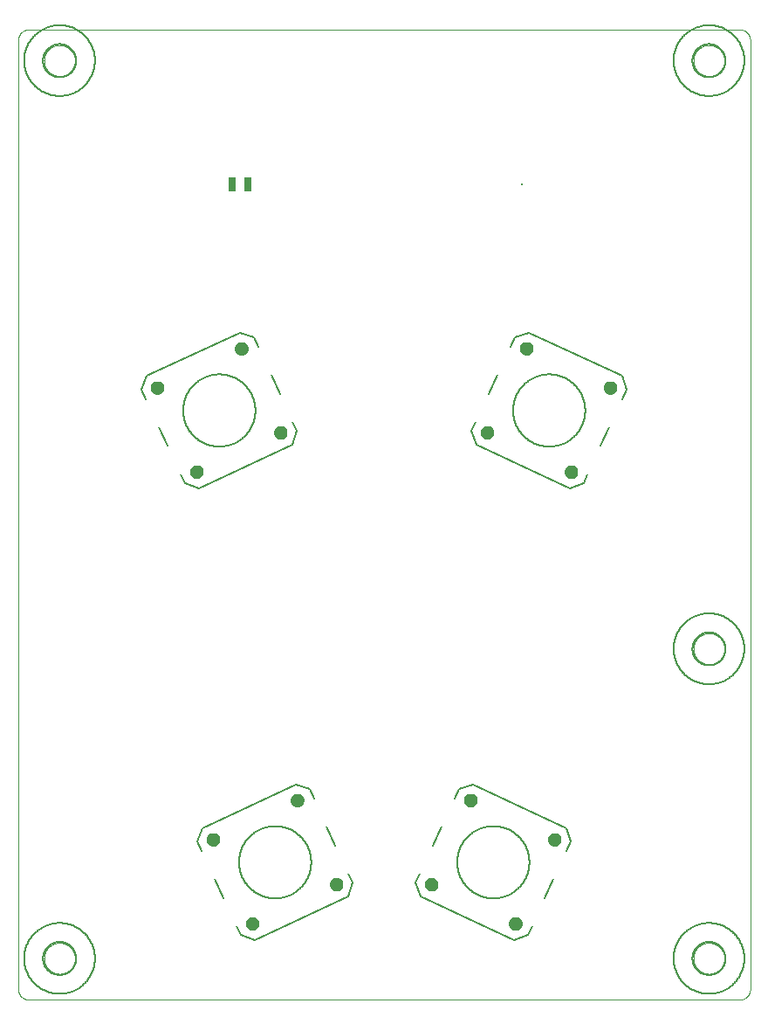
<source format=gbo>
G75*
%MOIN*%
%OFA0B0*%
%FSLAX25Y25*%
%IPPOS*%
%LPD*%
%AMOC8*
5,1,8,0,0,1.08239X$1,22.5*
%
%ADD10R,0.00339X0.00339*%
%ADD11R,0.01354X0.00339*%
%ADD12R,0.01016X0.00339*%
%ADD13R,0.02031X0.00339*%
%ADD14R,0.03047X0.00339*%
%ADD15R,0.03724X0.00339*%
%ADD16R,0.05079X0.00339*%
%ADD17R,0.05756X0.00339*%
%ADD18R,0.04740X0.00339*%
%ADD19R,0.01693X0.00339*%
%ADD20R,0.00677X0.00339*%
%ADD21R,0.03386X0.00339*%
%ADD22R,0.04402X0.00339*%
%ADD23R,0.02709X0.00339*%
%ADD24R,0.05417X0.00339*%
%ADD25R,0.02370X0.00339*%
%ADD26R,0.04063X0.00339*%
%ADD27R,0.06094X0.00339*%
%ADD28R,0.06772X0.00339*%
%ADD29C,0.00000*%
%ADD30R,0.10496X0.00339*%
%ADD31R,0.22685X0.00339*%
%ADD32R,0.32504X0.00339*%
%ADD33R,0.06433X0.00339*%
%ADD34R,0.07787X0.00339*%
%ADD35R,0.09142X0.00339*%
%ADD36R,0.09480X0.00339*%
%ADD37R,0.09819X0.00339*%
%ADD38R,0.07110X0.00339*%
%ADD39R,0.08126X0.00339*%
%ADD40R,0.07449X0.00339*%
%ADD41R,0.11850X0.00339*%
%ADD42R,0.22346X0.00339*%
%ADD43R,0.11173X0.00339*%
%ADD44R,0.00339X0.04063*%
%ADD45R,0.00339X0.00677*%
%ADD46R,0.00339X0.03047*%
%ADD47R,0.00339X0.02709*%
%ADD48R,0.00339X0.02031*%
%ADD49R,0.00339X0.01354*%
%ADD50R,0.00339X0.01693*%
%ADD51R,0.00339X0.02370*%
%ADD52R,0.00339X0.01016*%
%ADD53C,0.00800*%
%ADD54C,0.02756*%
%ADD55C,0.00600*%
%ADD56R,0.02559X0.05512*%
%ADD57R,0.00787X0.00787*%
D10*
X0068201Y0031496D03*
X0069217Y0040976D03*
X0068201Y0047071D03*
X0047209Y0204118D03*
X0101067Y0337268D03*
X0099713Y0339976D03*
X0139327Y0338961D03*
X0187406Y0326772D03*
X0187744Y0326094D03*
X0189098Y0326772D03*
X0189776Y0326772D03*
X0190453Y0326433D03*
X0191130Y0326433D03*
X0190791Y0325756D03*
X0190791Y0327110D03*
X0189437Y0327449D03*
X0188760Y0327449D03*
X0189098Y0328126D03*
X0188083Y0327787D03*
X0190791Y0329142D03*
X0198917Y0329142D03*
X0198917Y0329480D03*
X0198917Y0329819D03*
X0198917Y0330157D03*
X0198917Y0330496D03*
X0198917Y0330835D03*
X0198917Y0331173D03*
X0198917Y0331512D03*
X0198917Y0331850D03*
X0198917Y0332189D03*
X0198917Y0332528D03*
X0198917Y0332866D03*
X0198917Y0333205D03*
X0198917Y0333543D03*
X0198917Y0333882D03*
X0198917Y0334220D03*
X0198917Y0334559D03*
X0198917Y0334898D03*
X0198917Y0335236D03*
X0198917Y0335575D03*
X0198917Y0335913D03*
X0198917Y0336252D03*
X0198917Y0336591D03*
X0198917Y0336929D03*
X0198917Y0337268D03*
X0198917Y0337606D03*
X0198917Y0337945D03*
X0198917Y0338283D03*
X0198917Y0338622D03*
X0198917Y0338961D03*
X0198917Y0339299D03*
X0198917Y0339638D03*
X0198917Y0339976D03*
X0198917Y0340315D03*
X0198917Y0340654D03*
X0198917Y0340992D03*
X0198917Y0341331D03*
X0198917Y0341669D03*
X0198917Y0342008D03*
X0198917Y0342346D03*
X0198917Y0342685D03*
X0198917Y0343024D03*
X0198917Y0343362D03*
X0198917Y0343701D03*
X0198917Y0344039D03*
X0198917Y0328803D03*
X0198917Y0328465D03*
X0198917Y0328126D03*
X0198917Y0327787D03*
X0198917Y0327449D03*
X0198917Y0327110D03*
X0198917Y0326772D03*
X0198917Y0326433D03*
X0198917Y0326094D03*
X0198917Y0325756D03*
X0198917Y0325417D03*
X0199846Y0307315D03*
X0189350Y0307315D03*
X0186980Y0307315D03*
X0186980Y0303591D03*
X0234445Y0220031D03*
X0234783Y0212244D03*
X0237492Y0210890D03*
X0236138Y0209197D03*
X0229705Y0209874D03*
X0213114Y0048087D03*
X0213453Y0040299D03*
X0214130Y0038606D03*
X0216161Y0038945D03*
X0210744Y0040299D03*
X0210406Y0038268D03*
X0209728Y0036236D03*
D11*
X0208543Y0037591D03*
X0208882Y0038268D03*
X0207866Y0035898D03*
X0213283Y0033189D03*
X0212945Y0032512D03*
X0214299Y0035559D03*
X0214638Y0038268D03*
X0216331Y0040299D03*
X0213283Y0040638D03*
X0211252Y0043346D03*
X0211591Y0044024D03*
X0211929Y0044701D03*
X0213283Y0047748D03*
X0218024Y0044024D03*
X0234276Y0204457D03*
X0234614Y0205134D03*
X0235969Y0208181D03*
X0236307Y0208858D03*
X0237661Y0212244D03*
X0234614Y0212583D03*
X0232583Y0215291D03*
X0232921Y0215969D03*
X0233260Y0216646D03*
X0234614Y0219693D03*
X0239354Y0215969D03*
X0231228Y0209874D03*
X0180465Y0325417D03*
X0180465Y0325756D03*
X0180465Y0326094D03*
X0180465Y0326433D03*
X0180465Y0326772D03*
X0180465Y0327787D03*
X0180465Y0328126D03*
X0180465Y0328465D03*
X0180465Y0328803D03*
X0180465Y0329142D03*
X0177417Y0329142D03*
X0177417Y0328803D03*
X0177417Y0328465D03*
X0177417Y0328126D03*
X0177417Y0327787D03*
X0177417Y0326772D03*
X0177417Y0326433D03*
X0177417Y0326094D03*
X0177417Y0325756D03*
X0177417Y0325417D03*
X0174031Y0325417D03*
X0174031Y0325756D03*
X0174031Y0326094D03*
X0174031Y0326433D03*
X0174031Y0327110D03*
X0174031Y0327449D03*
X0174031Y0327787D03*
X0174031Y0328126D03*
X0173354Y0328465D03*
X0173354Y0328803D03*
X0171661Y0328803D03*
X0171661Y0328465D03*
X0170984Y0328126D03*
X0170984Y0327787D03*
X0170984Y0327449D03*
X0170984Y0327110D03*
X0170984Y0326433D03*
X0170984Y0326094D03*
X0170984Y0325756D03*
X0170984Y0325417D03*
X0158795Y0326433D03*
X0155071Y0326433D03*
X0155071Y0326094D03*
X0155071Y0325756D03*
X0155071Y0325417D03*
X0155071Y0326772D03*
X0155071Y0327787D03*
X0155071Y0328126D03*
X0155071Y0328465D03*
X0155071Y0328803D03*
X0155071Y0329142D03*
X0152024Y0329142D03*
X0152024Y0328803D03*
X0152024Y0328465D03*
X0152024Y0328126D03*
X0152024Y0327787D03*
X0152024Y0326772D03*
X0152024Y0326433D03*
X0152024Y0326094D03*
X0152024Y0325756D03*
X0152024Y0325417D03*
X0148638Y0326094D03*
X0148638Y0326433D03*
X0148638Y0326772D03*
X0148638Y0327787D03*
X0148638Y0328126D03*
X0148638Y0328465D03*
X0148638Y0328803D03*
X0136110Y0328803D03*
X0136110Y0328465D03*
X0136110Y0328126D03*
X0136110Y0327787D03*
X0136110Y0327449D03*
X0136110Y0327110D03*
X0136110Y0326772D03*
X0136110Y0326433D03*
X0136110Y0326094D03*
X0133402Y0326433D03*
X0133063Y0326772D03*
X0133063Y0327110D03*
X0133063Y0327449D03*
X0133063Y0327787D03*
X0133063Y0328126D03*
X0123244Y0327787D03*
X0123244Y0328803D03*
X0114441Y0326433D03*
X0108685Y0337606D03*
X0102591Y0328803D03*
X0102591Y0328465D03*
X0102591Y0328126D03*
X0102591Y0327787D03*
X0102591Y0327449D03*
X0102591Y0327110D03*
X0102591Y0326772D03*
X0102591Y0326433D03*
X0102591Y0326094D03*
X0102591Y0325756D03*
X0102591Y0325417D03*
X0096157Y0326094D03*
X0096157Y0326433D03*
X0096157Y0326772D03*
X0096157Y0327110D03*
X0096157Y0327449D03*
X0096157Y0327787D03*
X0096157Y0328126D03*
X0096157Y0328465D03*
X0096157Y0328803D03*
X0091756Y0328465D03*
X0091756Y0328126D03*
X0091756Y0327787D03*
X0091756Y0327449D03*
X0091756Y0327110D03*
X0091756Y0326772D03*
X0091756Y0326433D03*
X0091756Y0326094D03*
X0088709Y0326094D03*
X0088709Y0326433D03*
X0088709Y0326772D03*
X0088709Y0327110D03*
X0088709Y0327449D03*
X0088709Y0327787D03*
X0088709Y0328126D03*
X0088709Y0328465D03*
X0088709Y0328803D03*
X0085323Y0329142D03*
X0085323Y0326772D03*
X0085323Y0326433D03*
X0085323Y0326094D03*
X0085323Y0325756D03*
X0085323Y0325417D03*
X0082276Y0325417D03*
X0082276Y0325756D03*
X0082276Y0327787D03*
X0082276Y0328126D03*
X0082276Y0328465D03*
X0082276Y0328803D03*
X0082276Y0329142D03*
X0100220Y0340315D03*
X0189945Y0334220D03*
X0189945Y0332528D03*
X0190622Y0330835D03*
X0191976Y0331512D03*
X0191976Y0332866D03*
X0196378Y0331850D03*
X0047378Y0218339D03*
X0042638Y0214614D03*
X0042976Y0213937D03*
X0041622Y0216646D03*
X0044669Y0210213D03*
X0045008Y0209535D03*
X0045346Y0208858D03*
X0046362Y0206488D03*
X0047378Y0204457D03*
X0068709Y0045378D03*
X0069047Y0044701D03*
X0069386Y0044024D03*
X0069724Y0043346D03*
X0069724Y0043008D03*
X0069386Y0041654D03*
X0064984Y0039283D03*
X0065661Y0037591D03*
X0066000Y0036913D03*
X0066339Y0036236D03*
X0067354Y0033866D03*
X0068370Y0031835D03*
X0063291Y0042669D03*
X0062953Y0043346D03*
X0062614Y0044024D03*
D12*
X0062445Y0044362D03*
X0062445Y0044701D03*
X0062106Y0045039D03*
X0062783Y0043685D03*
X0063122Y0043008D03*
X0063461Y0042331D03*
X0066846Y0047409D03*
X0068539Y0045717D03*
X0068878Y0045039D03*
X0069217Y0044362D03*
X0069555Y0043685D03*
X0069217Y0041992D03*
X0069555Y0041315D03*
X0065831Y0037252D03*
X0066169Y0036575D03*
X0066508Y0035898D03*
X0066508Y0035559D03*
X0066846Y0035220D03*
X0066846Y0034882D03*
X0067185Y0034543D03*
X0067185Y0034205D03*
X0046193Y0206827D03*
X0046193Y0207165D03*
X0045854Y0207504D03*
X0045854Y0207843D03*
X0045516Y0208181D03*
X0045516Y0208520D03*
X0045177Y0209197D03*
X0044839Y0209874D03*
X0043484Y0212583D03*
X0043484Y0212921D03*
X0043146Y0213260D03*
X0043146Y0213598D03*
X0042807Y0214276D03*
X0041453Y0216984D03*
X0041453Y0217323D03*
X0041114Y0217661D03*
X0047547Y0215969D03*
X0047547Y0215630D03*
X0108854Y0326094D03*
X0108854Y0326433D03*
X0108854Y0326772D03*
X0108854Y0327110D03*
X0108854Y0327449D03*
X0108854Y0327787D03*
X0108854Y0328126D03*
X0108854Y0328465D03*
X0108854Y0328803D03*
X0113933Y0328126D03*
X0113933Y0327787D03*
X0113933Y0327449D03*
X0113933Y0327110D03*
X0113933Y0326772D03*
X0114610Y0326094D03*
X0116980Y0326094D03*
X0116980Y0326433D03*
X0116980Y0326772D03*
X0116980Y0327110D03*
X0116980Y0327449D03*
X0116980Y0327787D03*
X0116980Y0328126D03*
X0116980Y0328465D03*
X0116980Y0328803D03*
X0114610Y0328803D03*
X0114610Y0328465D03*
X0123413Y0328465D03*
X0123413Y0328126D03*
X0123413Y0326772D03*
X0123413Y0326433D03*
X0123413Y0326094D03*
X0133571Y0326094D03*
X0133571Y0328465D03*
X0133571Y0328803D03*
X0139327Y0334898D03*
X0139327Y0335236D03*
X0139327Y0335575D03*
X0139327Y0335913D03*
X0139327Y0336252D03*
X0139327Y0336591D03*
X0139327Y0336929D03*
X0139327Y0339299D03*
X0139327Y0339638D03*
X0139327Y0339976D03*
X0139327Y0340315D03*
X0139327Y0340654D03*
X0139327Y0340992D03*
X0139327Y0341331D03*
X0131878Y0340654D03*
X0142374Y0329480D03*
X0142374Y0329142D03*
X0142374Y0328803D03*
X0142374Y0328465D03*
X0142374Y0328126D03*
X0142374Y0327787D03*
X0142374Y0327449D03*
X0142374Y0327110D03*
X0142374Y0326772D03*
X0142374Y0326433D03*
X0142374Y0326094D03*
X0151854Y0329480D03*
X0154902Y0329480D03*
X0158287Y0328126D03*
X0158287Y0327787D03*
X0158287Y0327449D03*
X0158287Y0327110D03*
X0158287Y0326772D03*
X0158965Y0326094D03*
X0161335Y0326094D03*
X0161335Y0326433D03*
X0161335Y0326772D03*
X0161335Y0327110D03*
X0161335Y0327449D03*
X0161335Y0327787D03*
X0161335Y0328126D03*
X0161335Y0328465D03*
X0161335Y0328803D03*
X0158965Y0328803D03*
X0158965Y0328465D03*
X0160319Y0333205D03*
X0160319Y0333543D03*
X0160319Y0333882D03*
X0160319Y0334220D03*
X0160319Y0334559D03*
X0160319Y0334898D03*
X0160319Y0335236D03*
X0160319Y0335575D03*
X0160319Y0335913D03*
X0160319Y0336252D03*
X0160319Y0336591D03*
X0160319Y0336929D03*
X0160319Y0337268D03*
X0160319Y0337606D03*
X0160319Y0337945D03*
X0160319Y0338283D03*
X0160319Y0338622D03*
X0160319Y0338961D03*
X0160319Y0339299D03*
X0160319Y0339638D03*
X0160319Y0339976D03*
X0160319Y0340315D03*
X0160319Y0340654D03*
X0160319Y0340992D03*
X0160319Y0341331D03*
X0160996Y0343024D03*
X0162689Y0333205D03*
X0164720Y0329480D03*
X0164720Y0329142D03*
X0164720Y0328803D03*
X0164720Y0328465D03*
X0164720Y0328126D03*
X0164720Y0327787D03*
X0164720Y0325756D03*
X0164720Y0325417D03*
X0167768Y0325417D03*
X0167768Y0325756D03*
X0167768Y0326094D03*
X0167768Y0326433D03*
X0167768Y0326772D03*
X0167768Y0329142D03*
X0167768Y0329480D03*
X0177248Y0329480D03*
X0180295Y0329480D03*
X0188760Y0330496D03*
X0188760Y0332189D03*
X0188421Y0325417D03*
X0192484Y0328465D03*
X0194516Y0328465D03*
X0196547Y0330157D03*
X0196547Y0330496D03*
X0196547Y0332189D03*
X0196547Y0332528D03*
X0233768Y0217661D03*
X0233429Y0217323D03*
X0233429Y0216984D03*
X0233091Y0216307D03*
X0232752Y0215630D03*
X0237154Y0215630D03*
X0237154Y0215291D03*
X0237492Y0215969D03*
X0237831Y0211906D03*
X0237492Y0211567D03*
X0237492Y0211228D03*
X0236138Y0208520D03*
X0235799Y0207843D03*
X0234783Y0205472D03*
X0234445Y0204795D03*
X0234106Y0204118D03*
X0234106Y0203780D03*
X0212437Y0045717D03*
X0212098Y0045378D03*
X0212098Y0045039D03*
X0211760Y0044362D03*
X0211421Y0043685D03*
X0210744Y0039961D03*
X0208713Y0037929D03*
X0208374Y0037252D03*
X0208374Y0036913D03*
X0208035Y0036575D03*
X0208035Y0036236D03*
X0209051Y0033528D03*
X0212776Y0032173D03*
X0212776Y0031835D03*
X0213114Y0032850D03*
X0213453Y0033528D03*
X0213453Y0033866D03*
X0213791Y0034205D03*
X0213791Y0034543D03*
X0214130Y0034882D03*
X0214130Y0035220D03*
X0216161Y0039283D03*
X0216161Y0039622D03*
X0216500Y0039961D03*
X0215823Y0043346D03*
X0215823Y0043685D03*
X0216161Y0044024D03*
X0091587Y0328803D03*
X0085492Y0334220D03*
X0100390Y0336252D03*
D13*
X0087693Y0338622D03*
X0087693Y0338961D03*
X0087693Y0339299D03*
X0084984Y0328465D03*
X0082614Y0326433D03*
X0082614Y0326094D03*
X0115457Y0339976D03*
X0189945Y0333882D03*
X0189945Y0333543D03*
X0189945Y0333205D03*
X0189945Y0332866D03*
X0191976Y0332528D03*
X0191976Y0332189D03*
X0191976Y0331850D03*
X0190622Y0330157D03*
X0237323Y0214953D03*
X0237661Y0212921D03*
X0234276Y0212921D03*
X0215992Y0043008D03*
X0216331Y0040976D03*
X0212945Y0040976D03*
X0209898Y0039283D03*
X0209559Y0038606D03*
X0069386Y0042669D03*
X0065661Y0043685D03*
X0066000Y0045378D03*
X0064984Y0040299D03*
X0065323Y0039622D03*
X0068709Y0032173D03*
X0047717Y0204795D03*
X0042976Y0214953D03*
D14*
X0047886Y0205134D03*
X0090232Y0325417D03*
X0090232Y0325756D03*
X0090232Y0329142D03*
X0085154Y0334559D03*
X0087185Y0340315D03*
X0083122Y0340654D03*
X0091587Y0340654D03*
X0092264Y0338961D03*
X0093280Y0336929D03*
X0092941Y0336591D03*
X0096665Y0340654D03*
X0096665Y0340992D03*
X0100728Y0340654D03*
X0105130Y0339976D03*
X0105130Y0339638D03*
X0105130Y0339299D03*
X0105130Y0336252D03*
X0101067Y0334220D03*
X0110547Y0339976D03*
X0110886Y0339638D03*
X0111224Y0339299D03*
X0111563Y0338961D03*
X0111902Y0338622D03*
X0115965Y0329142D03*
X0115965Y0325756D03*
X0115965Y0325417D03*
X0135264Y0325417D03*
X0135264Y0329142D03*
X0160319Y0329142D03*
X0160319Y0325756D03*
X0160319Y0325417D03*
X0196547Y0331173D03*
X0196547Y0331512D03*
X0235461Y0219016D03*
X0230720Y0208858D03*
X0234106Y0206488D03*
X0214130Y0047071D03*
X0068878Y0032512D03*
X0065154Y0040976D03*
D15*
X0064815Y0041992D03*
X0069217Y0032850D03*
X0048224Y0205472D03*
X0108854Y0325417D03*
X0108854Y0325756D03*
X0108854Y0329142D03*
X0108854Y0329480D03*
X0102421Y0329142D03*
X0092264Y0335913D03*
X0091925Y0335575D03*
X0087185Y0340654D03*
X0085154Y0342685D03*
X0114610Y0340315D03*
X0122059Y0327449D03*
X0135602Y0338961D03*
X0147453Y0327449D03*
D16*
X0135602Y0333205D03*
X0135602Y0333543D03*
X0128154Y0333543D03*
X0128154Y0333205D03*
X0135602Y0342346D03*
X0135602Y0342685D03*
X0135602Y0343024D03*
X0174201Y0343024D03*
X0174201Y0342685D03*
X0233429Y0207165D03*
X0069555Y0033189D03*
X0048563Y0205811D03*
X0043823Y0215969D03*
X0045516Y0216646D03*
D17*
X0048902Y0206150D03*
X0085154Y0335236D03*
X0085154Y0342008D03*
X0094972Y0337606D03*
X0094972Y0337268D03*
X0126799Y0336929D03*
X0126799Y0336591D03*
X0175217Y0338961D03*
X0175217Y0339299D03*
X0175217Y0339638D03*
X0236138Y0218000D03*
X0235461Y0214276D03*
X0235461Y0213937D03*
X0214807Y0046055D03*
X0214130Y0042331D03*
X0214130Y0041992D03*
X0069894Y0033528D03*
D18*
X0071079Y0033866D03*
X0071756Y0034205D03*
X0050087Y0206488D03*
X0050764Y0206827D03*
X0046024Y0216984D03*
X0084984Y0334898D03*
X0084984Y0342346D03*
X0127984Y0333882D03*
X0135433Y0333882D03*
X0174031Y0342346D03*
X0235969Y0218339D03*
X0237323Y0217661D03*
X0238000Y0217323D03*
X0231906Y0207843D03*
X0231228Y0208181D03*
X0214638Y0046394D03*
X0215992Y0045717D03*
X0216669Y0045378D03*
X0213283Y0036913D03*
D19*
X0208035Y0035559D03*
X0208713Y0033866D03*
X0211421Y0043008D03*
X0234783Y0205811D03*
X0232752Y0214953D03*
X0165059Y0326094D03*
X0165059Y0326433D03*
X0167429Y0328465D03*
X0167429Y0328803D03*
X0172508Y0329142D03*
X0172508Y0329480D03*
X0180634Y0334220D03*
X0180634Y0334559D03*
X0180634Y0334898D03*
X0180634Y0335236D03*
X0180634Y0335575D03*
X0180634Y0335913D03*
X0180634Y0336252D03*
X0180634Y0336591D03*
X0180634Y0336929D03*
X0180634Y0337268D03*
X0180634Y0337606D03*
X0180634Y0337945D03*
X0180634Y0338283D03*
X0180634Y0338622D03*
X0180634Y0338961D03*
X0180634Y0339299D03*
X0180634Y0339638D03*
X0180634Y0339976D03*
X0180634Y0340315D03*
X0180634Y0340654D03*
X0180634Y0340992D03*
X0180634Y0341331D03*
X0180634Y0341669D03*
X0180634Y0342008D03*
X0189098Y0341669D03*
X0189098Y0341331D03*
X0189098Y0340992D03*
X0189098Y0340654D03*
X0189098Y0340315D03*
X0189098Y0339976D03*
X0189098Y0339638D03*
X0189098Y0339299D03*
X0189098Y0338961D03*
X0189098Y0338622D03*
X0189098Y0338283D03*
X0189098Y0337945D03*
X0189098Y0337606D03*
X0189098Y0337268D03*
X0189098Y0336929D03*
X0189098Y0336591D03*
X0188760Y0331850D03*
X0188760Y0331512D03*
X0188760Y0331173D03*
X0188760Y0330835D03*
X0190791Y0330496D03*
X0190791Y0329819D03*
X0190791Y0329480D03*
X0197224Y0336591D03*
X0197224Y0336929D03*
X0197224Y0337268D03*
X0197224Y0337606D03*
X0197224Y0337945D03*
X0197224Y0338283D03*
X0197224Y0338622D03*
X0197224Y0338961D03*
X0197224Y0339299D03*
X0197224Y0339638D03*
X0197224Y0339976D03*
X0197224Y0340315D03*
X0197224Y0340654D03*
X0197224Y0340992D03*
X0197224Y0341331D03*
X0197224Y0341669D03*
X0149823Y0341669D03*
X0149823Y0342008D03*
X0149823Y0342346D03*
X0149823Y0342685D03*
X0149823Y0343024D03*
X0149823Y0338622D03*
X0149823Y0338283D03*
X0149823Y0337945D03*
X0149823Y0337606D03*
X0149823Y0337268D03*
X0149823Y0334559D03*
X0149823Y0334220D03*
X0149823Y0333882D03*
X0149823Y0333543D03*
X0149823Y0333205D03*
X0142374Y0333205D03*
X0142374Y0333543D03*
X0142374Y0333882D03*
X0142374Y0334220D03*
X0142374Y0334559D03*
X0142374Y0334898D03*
X0142374Y0335236D03*
X0142374Y0335575D03*
X0142374Y0335913D03*
X0142374Y0336252D03*
X0142374Y0336591D03*
X0142374Y0336929D03*
X0142374Y0337268D03*
X0142374Y0337606D03*
X0142374Y0337945D03*
X0142374Y0338283D03*
X0142374Y0338622D03*
X0142374Y0338961D03*
X0142374Y0339299D03*
X0142374Y0339638D03*
X0142374Y0339976D03*
X0142374Y0340315D03*
X0142374Y0340654D03*
X0142374Y0340992D03*
X0142374Y0341331D03*
X0142374Y0341669D03*
X0142374Y0342008D03*
X0142374Y0342346D03*
X0142374Y0342685D03*
X0142374Y0343024D03*
X0121382Y0343024D03*
X0121382Y0342685D03*
X0121382Y0342346D03*
X0121382Y0342008D03*
X0121382Y0341669D03*
X0121382Y0341331D03*
X0121382Y0340992D03*
X0121382Y0340654D03*
X0121382Y0340315D03*
X0121382Y0339976D03*
X0121382Y0339638D03*
X0121382Y0339299D03*
X0121382Y0338961D03*
X0121382Y0338622D03*
X0121382Y0338283D03*
X0121382Y0337945D03*
X0121382Y0337606D03*
X0121382Y0337268D03*
X0121382Y0336929D03*
X0121382Y0336591D03*
X0121382Y0336252D03*
X0121382Y0335913D03*
X0121382Y0335575D03*
X0121382Y0335236D03*
X0121382Y0334898D03*
X0121382Y0334559D03*
X0121382Y0334220D03*
X0092264Y0334559D03*
X0085154Y0328803D03*
X0085492Y0343024D03*
X0051949Y0208181D03*
X0066508Y0047071D03*
X0069217Y0042331D03*
X0072941Y0035559D03*
D20*
X0073449Y0035898D03*
X0065661Y0037929D03*
X0064646Y0038945D03*
X0062276Y0045378D03*
X0052457Y0208520D03*
X0047717Y0218677D03*
X0041283Y0218000D03*
X0044669Y0210551D03*
X0082276Y0329480D03*
X0085323Y0329480D03*
X0092433Y0334220D03*
X0124260Y0334898D03*
X0124260Y0335236D03*
X0124260Y0335575D03*
X0124260Y0335913D03*
X0124260Y0336252D03*
X0124260Y0338961D03*
X0124260Y0339299D03*
X0124260Y0339638D03*
X0124260Y0339976D03*
X0124260Y0340315D03*
X0124260Y0340654D03*
X0124260Y0340992D03*
X0124260Y0341331D03*
X0124260Y0341669D03*
X0124260Y0342008D03*
X0124260Y0342346D03*
X0124260Y0342685D03*
X0124260Y0343024D03*
X0131709Y0341331D03*
X0131709Y0340992D03*
X0131709Y0340315D03*
X0131709Y0339976D03*
X0131709Y0339638D03*
X0131709Y0339299D03*
X0131709Y0338961D03*
X0131709Y0338622D03*
X0131709Y0338283D03*
X0131709Y0337945D03*
X0131709Y0337606D03*
X0131709Y0337268D03*
X0131709Y0336929D03*
X0131709Y0336591D03*
X0131709Y0336252D03*
X0131709Y0335913D03*
X0131709Y0335575D03*
X0131709Y0335236D03*
X0131709Y0334898D03*
X0161165Y0342346D03*
X0161165Y0342685D03*
X0162858Y0341331D03*
X0162858Y0340992D03*
X0162858Y0340654D03*
X0162858Y0340315D03*
X0162858Y0339976D03*
X0162858Y0339638D03*
X0162858Y0339299D03*
X0162858Y0338961D03*
X0162858Y0338622D03*
X0162858Y0338283D03*
X0162858Y0337945D03*
X0162858Y0337606D03*
X0162858Y0337268D03*
X0162858Y0336929D03*
X0162858Y0336591D03*
X0162858Y0336252D03*
X0162858Y0335913D03*
X0162858Y0335575D03*
X0162858Y0335236D03*
X0162858Y0334898D03*
X0162858Y0334559D03*
X0162858Y0334220D03*
X0162858Y0333882D03*
X0162858Y0333543D03*
X0170307Y0333543D03*
X0170307Y0333205D03*
X0170307Y0333882D03*
X0170307Y0334220D03*
X0170307Y0334559D03*
X0170307Y0334898D03*
X0170307Y0335236D03*
X0170307Y0335575D03*
X0170307Y0335913D03*
X0170307Y0336252D03*
X0170307Y0336591D03*
X0170307Y0336929D03*
X0170307Y0338961D03*
X0170307Y0339299D03*
X0170307Y0339638D03*
X0170307Y0339976D03*
X0170307Y0340315D03*
X0170307Y0340654D03*
X0170307Y0340992D03*
X0170307Y0341331D03*
X0177756Y0341331D03*
X0177756Y0340992D03*
X0177756Y0340654D03*
X0177756Y0340315D03*
X0177756Y0339976D03*
X0177756Y0336929D03*
X0177756Y0336591D03*
X0177756Y0336252D03*
X0177756Y0335913D03*
X0177756Y0335575D03*
X0177756Y0335236D03*
X0177756Y0334898D03*
X0187236Y0334898D03*
X0187236Y0335236D03*
X0187236Y0335575D03*
X0187236Y0335913D03*
X0187236Y0336252D03*
X0187236Y0336591D03*
X0187236Y0336929D03*
X0187236Y0337268D03*
X0187236Y0337606D03*
X0187236Y0337945D03*
X0187236Y0338283D03*
X0187236Y0338622D03*
X0187236Y0338961D03*
X0187236Y0339299D03*
X0187236Y0339638D03*
X0187236Y0339976D03*
X0187236Y0340315D03*
X0187236Y0340654D03*
X0187236Y0340992D03*
X0187236Y0341331D03*
X0187236Y0341669D03*
X0187236Y0342008D03*
X0187236Y0342346D03*
X0187236Y0342685D03*
X0187236Y0343024D03*
X0187236Y0343362D03*
X0187236Y0343701D03*
X0187236Y0344039D03*
X0187236Y0334559D03*
X0187236Y0334220D03*
X0187236Y0333882D03*
X0187236Y0333543D03*
X0187236Y0333205D03*
X0187236Y0332866D03*
X0187236Y0332528D03*
X0187236Y0332189D03*
X0187236Y0331850D03*
X0187236Y0331512D03*
X0187236Y0331173D03*
X0187236Y0330835D03*
X0187236Y0330496D03*
X0187236Y0330157D03*
X0187236Y0329819D03*
X0187236Y0329480D03*
X0187236Y0329142D03*
X0187236Y0328803D03*
X0187236Y0328465D03*
X0187236Y0328126D03*
X0187236Y0327787D03*
X0187236Y0327449D03*
X0187236Y0327110D03*
X0187575Y0326433D03*
X0187913Y0325756D03*
X0192992Y0328126D03*
X0195024Y0328126D03*
X0196378Y0329819D03*
X0239693Y0215630D03*
X0235630Y0214953D03*
X0231228Y0210213D03*
X0218362Y0043685D03*
X0214299Y0043008D03*
X0211591Y0037591D03*
X0210575Y0033866D03*
D21*
X0209220Y0034205D03*
X0210913Y0035559D03*
X0214299Y0037591D03*
X0214299Y0037929D03*
X0212606Y0041315D03*
X0212606Y0041654D03*
X0215315Y0042669D03*
X0217346Y0044362D03*
X0217346Y0044701D03*
X0233937Y0213260D03*
X0233937Y0213598D03*
X0236646Y0214614D03*
X0238677Y0216307D03*
X0238677Y0216646D03*
X0174031Y0333205D03*
X0174031Y0333543D03*
X0174031Y0333882D03*
X0174031Y0334220D03*
X0174031Y0334559D03*
X0174031Y0334898D03*
X0174031Y0335236D03*
X0174031Y0335575D03*
X0174031Y0335913D03*
X0174031Y0336252D03*
X0174031Y0336591D03*
X0174031Y0336929D03*
X0174031Y0337268D03*
X0174031Y0337606D03*
X0174031Y0337945D03*
X0174031Y0338283D03*
X0174031Y0338622D03*
X0174031Y0339976D03*
X0174031Y0340315D03*
X0174031Y0340654D03*
X0174031Y0340992D03*
X0174031Y0341331D03*
X0174031Y0341669D03*
X0174031Y0342008D03*
X0166583Y0342008D03*
X0166583Y0341669D03*
X0166583Y0341331D03*
X0166583Y0340992D03*
X0166583Y0340654D03*
X0166583Y0340315D03*
X0166583Y0339976D03*
X0166583Y0339638D03*
X0166583Y0339299D03*
X0166583Y0338961D03*
X0166583Y0338622D03*
X0166583Y0338283D03*
X0166583Y0337945D03*
X0166583Y0337606D03*
X0166583Y0337268D03*
X0166583Y0336929D03*
X0166583Y0336591D03*
X0166583Y0336252D03*
X0166583Y0335913D03*
X0166583Y0335575D03*
X0166583Y0335236D03*
X0166583Y0334898D03*
X0166583Y0334559D03*
X0166583Y0334220D03*
X0166583Y0333882D03*
X0166583Y0333543D03*
X0166583Y0333205D03*
X0156425Y0333205D03*
X0156425Y0333543D03*
X0156425Y0333882D03*
X0156425Y0334220D03*
X0156425Y0334559D03*
X0156425Y0334898D03*
X0156425Y0335236D03*
X0156425Y0335575D03*
X0156425Y0335913D03*
X0156425Y0336252D03*
X0156425Y0336591D03*
X0156425Y0336929D03*
X0156425Y0337268D03*
X0156425Y0337606D03*
X0156425Y0337945D03*
X0156425Y0338283D03*
X0156425Y0338622D03*
X0156425Y0338961D03*
X0156425Y0339299D03*
X0156425Y0339638D03*
X0156425Y0339976D03*
X0156425Y0340315D03*
X0156425Y0340654D03*
X0156425Y0340992D03*
X0156425Y0341331D03*
X0156425Y0341669D03*
X0156425Y0342008D03*
X0147622Y0327110D03*
X0135094Y0325756D03*
X0135433Y0334220D03*
X0135433Y0334559D03*
X0135433Y0334898D03*
X0135433Y0335236D03*
X0135433Y0335575D03*
X0135433Y0335913D03*
X0135433Y0336252D03*
X0135433Y0336591D03*
X0135433Y0336929D03*
X0135433Y0337268D03*
X0135433Y0337606D03*
X0135433Y0337945D03*
X0135433Y0339299D03*
X0135433Y0339638D03*
X0135433Y0339976D03*
X0135433Y0340315D03*
X0135433Y0340654D03*
X0135433Y0340992D03*
X0135433Y0341331D03*
X0135433Y0341669D03*
X0135433Y0342008D03*
X0127984Y0342008D03*
X0127984Y0341669D03*
X0127984Y0341331D03*
X0127984Y0340992D03*
X0127984Y0340654D03*
X0127984Y0340315D03*
X0127984Y0339976D03*
X0127984Y0339638D03*
X0127984Y0339299D03*
X0127984Y0338961D03*
X0127984Y0338622D03*
X0127984Y0338283D03*
X0127984Y0336252D03*
X0127984Y0335913D03*
X0127984Y0335575D03*
X0127984Y0335236D03*
X0127984Y0334898D03*
X0127984Y0334559D03*
X0127984Y0334220D03*
X0122228Y0327110D03*
X0110378Y0340315D03*
X0109701Y0336929D03*
X0105299Y0336929D03*
X0105299Y0336591D03*
X0105299Y0337268D03*
X0104961Y0340315D03*
X0104961Y0340654D03*
X0102591Y0329480D03*
X0096157Y0329480D03*
X0096157Y0329142D03*
X0096157Y0325756D03*
X0096157Y0325417D03*
X0091756Y0335236D03*
X0092433Y0336252D03*
X0046701Y0217661D03*
X0043315Y0215291D03*
X0051441Y0207504D03*
X0067016Y0046732D03*
X0067016Y0046394D03*
X0067354Y0046055D03*
X0064984Y0041654D03*
X0064984Y0041315D03*
X0072433Y0034882D03*
D22*
X0072264Y0034543D03*
X0051272Y0207165D03*
X0046531Y0217323D03*
X0083799Y0327110D03*
X0083799Y0327449D03*
X0094634Y0342685D03*
X0110209Y0336591D03*
X0127476Y0337268D03*
X0128492Y0342685D03*
X0128492Y0343024D03*
X0135941Y0338622D03*
X0135941Y0338283D03*
X0147114Y0329142D03*
X0147114Y0325417D03*
X0153547Y0327110D03*
X0153547Y0327449D03*
X0156933Y0342685D03*
X0156933Y0343024D03*
X0172508Y0326772D03*
X0178941Y0327110D03*
X0178941Y0327449D03*
X0238508Y0216984D03*
X0217177Y0045039D03*
X0213453Y0037252D03*
X0213114Y0036575D03*
X0213114Y0036236D03*
X0210067Y0034882D03*
X0210067Y0034543D03*
D23*
X0237661Y0213598D03*
X0196378Y0330835D03*
X0160488Y0329480D03*
X0135094Y0329480D03*
X0116134Y0329480D03*
X0114102Y0336591D03*
X0113764Y0336929D03*
X0113425Y0337268D03*
X0113087Y0337606D03*
X0112748Y0337945D03*
X0112409Y0338283D03*
X0104622Y0343024D03*
X0101913Y0339299D03*
X0096496Y0339299D03*
X0096496Y0338961D03*
X0096496Y0339638D03*
X0096496Y0339976D03*
X0096496Y0340315D03*
X0091756Y0340315D03*
X0091756Y0339976D03*
X0091756Y0339638D03*
X0091756Y0339299D03*
X0087354Y0339976D03*
X0087354Y0336591D03*
X0083291Y0336591D03*
X0082953Y0337606D03*
X0082614Y0338622D03*
X0082614Y0339976D03*
X0090063Y0329480D03*
X0084646Y0327787D03*
X0047039Y0218000D03*
X0051780Y0207843D03*
X0064984Y0040638D03*
X0072772Y0035220D03*
D24*
X0209898Y0035220D03*
X0212268Y0035898D03*
X0103268Y0342685D03*
D25*
X0109193Y0337268D03*
X0114610Y0334220D03*
X0121720Y0333882D03*
X0121720Y0333543D03*
X0121720Y0333205D03*
X0096327Y0334559D03*
X0096327Y0334898D03*
X0096327Y0335236D03*
X0096327Y0335575D03*
X0096327Y0335913D03*
X0096327Y0336252D03*
X0096327Y0336591D03*
X0096327Y0336929D03*
X0093957Y0343024D03*
X0091925Y0334898D03*
X0087524Y0336929D03*
X0087524Y0337268D03*
X0087524Y0337606D03*
X0087524Y0337945D03*
X0087524Y0338283D03*
X0087524Y0339638D03*
X0082783Y0340315D03*
X0082445Y0339638D03*
X0082445Y0339299D03*
X0082445Y0338961D03*
X0082783Y0338283D03*
X0082783Y0337945D03*
X0083122Y0337268D03*
X0083122Y0336929D03*
X0084815Y0328126D03*
X0082783Y0326772D03*
X0165398Y0326772D03*
X0167091Y0327787D03*
X0167091Y0328126D03*
X0180295Y0333205D03*
X0180295Y0333543D03*
X0180295Y0333882D03*
X0180295Y0342346D03*
X0180295Y0342685D03*
X0180295Y0343024D03*
X0235122Y0219354D03*
X0233091Y0214614D03*
X0230382Y0209535D03*
X0230382Y0209197D03*
X0234445Y0206150D03*
X0237492Y0212583D03*
X0237831Y0213260D03*
X0213791Y0047409D03*
X0211760Y0042669D03*
X0210067Y0039622D03*
X0209728Y0038945D03*
X0216161Y0040638D03*
X0216500Y0041315D03*
X0216500Y0041654D03*
X0066508Y0045717D03*
X0066169Y0045039D03*
X0066169Y0044701D03*
X0065831Y0044362D03*
X0065492Y0044024D03*
X0065831Y0043346D03*
X0065831Y0043008D03*
X0066169Y0042669D03*
X0066169Y0042331D03*
X0065154Y0039961D03*
D26*
X0043654Y0215630D03*
X0121890Y0325417D03*
X0121890Y0325756D03*
X0121890Y0329142D03*
X0121890Y0329480D03*
X0127646Y0337606D03*
X0127646Y0337945D03*
X0128323Y0342346D03*
X0140850Y0325756D03*
X0140850Y0325417D03*
X0147283Y0325756D03*
X0147283Y0329480D03*
X0151008Y0334898D03*
X0151008Y0335236D03*
X0151008Y0335575D03*
X0151008Y0335913D03*
X0151008Y0336252D03*
X0151008Y0336591D03*
X0151008Y0336929D03*
X0151008Y0338961D03*
X0151008Y0339299D03*
X0151008Y0339638D03*
X0151008Y0339976D03*
X0151008Y0340315D03*
X0151008Y0340654D03*
X0151008Y0340992D03*
X0151008Y0341331D03*
X0156764Y0342346D03*
X0166921Y0342346D03*
X0166921Y0342685D03*
X0166921Y0343024D03*
X0166244Y0327449D03*
X0166244Y0327110D03*
X0092094Y0340992D03*
X0230890Y0208520D03*
X0233937Y0206827D03*
X0235630Y0218677D03*
X0214299Y0046732D03*
D27*
X0233260Y0207504D03*
X0112071Y0343024D03*
X0103945Y0337945D03*
X0085323Y0335575D03*
X0085323Y0341669D03*
D28*
X0085323Y0341331D03*
X0085323Y0336252D03*
X0094803Y0342008D03*
X0103268Y0335913D03*
X0103268Y0335575D03*
X0102929Y0334898D03*
X0102929Y0334559D03*
X0044669Y0216307D03*
D29*
X0005437Y0002252D02*
X0277091Y0002252D01*
X0277215Y0002254D01*
X0277338Y0002260D01*
X0277462Y0002269D01*
X0277584Y0002283D01*
X0277707Y0002300D01*
X0277829Y0002322D01*
X0277950Y0002347D01*
X0278070Y0002376D01*
X0278189Y0002408D01*
X0278308Y0002445D01*
X0278425Y0002485D01*
X0278540Y0002528D01*
X0278655Y0002576D01*
X0278767Y0002627D01*
X0278878Y0002681D01*
X0278988Y0002739D01*
X0279095Y0002800D01*
X0279201Y0002865D01*
X0279304Y0002933D01*
X0279405Y0003004D01*
X0279504Y0003078D01*
X0279601Y0003155D01*
X0279695Y0003236D01*
X0279786Y0003319D01*
X0279875Y0003405D01*
X0279961Y0003494D01*
X0280044Y0003585D01*
X0280125Y0003679D01*
X0280202Y0003776D01*
X0280276Y0003875D01*
X0280347Y0003976D01*
X0280415Y0004079D01*
X0280480Y0004185D01*
X0280541Y0004292D01*
X0280599Y0004402D01*
X0280653Y0004513D01*
X0280704Y0004625D01*
X0280752Y0004740D01*
X0280795Y0004855D01*
X0280835Y0004972D01*
X0280872Y0005091D01*
X0280904Y0005210D01*
X0280933Y0005330D01*
X0280958Y0005451D01*
X0280980Y0005573D01*
X0280997Y0005696D01*
X0281011Y0005818D01*
X0281020Y0005942D01*
X0281026Y0006065D01*
X0281028Y0006189D01*
X0281028Y0368394D01*
X0281026Y0368518D01*
X0281020Y0368641D01*
X0281011Y0368765D01*
X0280997Y0368887D01*
X0280980Y0369010D01*
X0280958Y0369132D01*
X0280933Y0369253D01*
X0280904Y0369373D01*
X0280872Y0369492D01*
X0280835Y0369611D01*
X0280795Y0369728D01*
X0280752Y0369843D01*
X0280704Y0369958D01*
X0280653Y0370070D01*
X0280599Y0370181D01*
X0280541Y0370291D01*
X0280480Y0370398D01*
X0280415Y0370504D01*
X0280347Y0370607D01*
X0280276Y0370708D01*
X0280202Y0370807D01*
X0280125Y0370904D01*
X0280044Y0370998D01*
X0279961Y0371089D01*
X0279875Y0371178D01*
X0279786Y0371264D01*
X0279695Y0371347D01*
X0279601Y0371428D01*
X0279504Y0371505D01*
X0279405Y0371579D01*
X0279304Y0371650D01*
X0279201Y0371718D01*
X0279095Y0371783D01*
X0278988Y0371844D01*
X0278878Y0371902D01*
X0278767Y0371956D01*
X0278655Y0372007D01*
X0278540Y0372055D01*
X0278425Y0372098D01*
X0278308Y0372138D01*
X0278189Y0372175D01*
X0278070Y0372207D01*
X0277950Y0372236D01*
X0277829Y0372261D01*
X0277707Y0372283D01*
X0277584Y0372300D01*
X0277462Y0372314D01*
X0277338Y0372323D01*
X0277215Y0372329D01*
X0277091Y0372331D01*
X0005437Y0372331D01*
X0005313Y0372329D01*
X0005190Y0372323D01*
X0005066Y0372314D01*
X0004944Y0372300D01*
X0004821Y0372283D01*
X0004699Y0372261D01*
X0004578Y0372236D01*
X0004458Y0372207D01*
X0004339Y0372175D01*
X0004220Y0372138D01*
X0004103Y0372098D01*
X0003988Y0372055D01*
X0003873Y0372007D01*
X0003761Y0371956D01*
X0003650Y0371902D01*
X0003540Y0371844D01*
X0003433Y0371783D01*
X0003327Y0371718D01*
X0003224Y0371650D01*
X0003123Y0371579D01*
X0003024Y0371505D01*
X0002927Y0371428D01*
X0002833Y0371347D01*
X0002742Y0371264D01*
X0002653Y0371178D01*
X0002567Y0371089D01*
X0002484Y0370998D01*
X0002403Y0370904D01*
X0002326Y0370807D01*
X0002252Y0370708D01*
X0002181Y0370607D01*
X0002113Y0370504D01*
X0002048Y0370398D01*
X0001987Y0370291D01*
X0001929Y0370181D01*
X0001875Y0370070D01*
X0001824Y0369958D01*
X0001776Y0369843D01*
X0001733Y0369728D01*
X0001693Y0369611D01*
X0001656Y0369492D01*
X0001624Y0369373D01*
X0001595Y0369253D01*
X0001570Y0369132D01*
X0001548Y0369010D01*
X0001531Y0368887D01*
X0001517Y0368765D01*
X0001508Y0368641D01*
X0001502Y0368518D01*
X0001500Y0368394D01*
X0001500Y0006189D01*
X0001502Y0006065D01*
X0001508Y0005942D01*
X0001517Y0005818D01*
X0001531Y0005696D01*
X0001548Y0005573D01*
X0001570Y0005451D01*
X0001595Y0005330D01*
X0001624Y0005210D01*
X0001656Y0005091D01*
X0001693Y0004972D01*
X0001733Y0004855D01*
X0001776Y0004740D01*
X0001824Y0004625D01*
X0001875Y0004513D01*
X0001929Y0004402D01*
X0001987Y0004292D01*
X0002048Y0004185D01*
X0002113Y0004079D01*
X0002181Y0003976D01*
X0002252Y0003875D01*
X0002326Y0003776D01*
X0002403Y0003679D01*
X0002484Y0003585D01*
X0002567Y0003494D01*
X0002653Y0003405D01*
X0002742Y0003319D01*
X0002833Y0003236D01*
X0002927Y0003155D01*
X0003024Y0003078D01*
X0003123Y0003004D01*
X0003224Y0002933D01*
X0003327Y0002865D01*
X0003433Y0002800D01*
X0003540Y0002739D01*
X0003650Y0002681D01*
X0003761Y0002627D01*
X0003873Y0002576D01*
X0003988Y0002528D01*
X0004103Y0002485D01*
X0004220Y0002445D01*
X0004339Y0002408D01*
X0004458Y0002376D01*
X0004578Y0002347D01*
X0004699Y0002322D01*
X0004821Y0002300D01*
X0004944Y0002283D01*
X0005066Y0002269D01*
X0005190Y0002260D01*
X0005313Y0002254D01*
X0005437Y0002252D01*
X0011342Y0018000D02*
X0011344Y0018153D01*
X0011350Y0018307D01*
X0011360Y0018460D01*
X0011374Y0018612D01*
X0011392Y0018765D01*
X0011414Y0018916D01*
X0011439Y0019067D01*
X0011469Y0019218D01*
X0011503Y0019368D01*
X0011540Y0019516D01*
X0011581Y0019664D01*
X0011626Y0019810D01*
X0011675Y0019956D01*
X0011728Y0020100D01*
X0011784Y0020242D01*
X0011844Y0020383D01*
X0011908Y0020523D01*
X0011975Y0020661D01*
X0012046Y0020797D01*
X0012121Y0020931D01*
X0012198Y0021063D01*
X0012280Y0021193D01*
X0012364Y0021321D01*
X0012452Y0021447D01*
X0012543Y0021570D01*
X0012637Y0021691D01*
X0012735Y0021809D01*
X0012835Y0021925D01*
X0012939Y0022038D01*
X0013045Y0022149D01*
X0013154Y0022257D01*
X0013266Y0022362D01*
X0013380Y0022463D01*
X0013498Y0022562D01*
X0013617Y0022658D01*
X0013739Y0022751D01*
X0013864Y0022840D01*
X0013991Y0022927D01*
X0014120Y0023009D01*
X0014251Y0023089D01*
X0014384Y0023165D01*
X0014519Y0023238D01*
X0014656Y0023307D01*
X0014795Y0023372D01*
X0014935Y0023434D01*
X0015077Y0023492D01*
X0015220Y0023547D01*
X0015365Y0023598D01*
X0015511Y0023645D01*
X0015658Y0023688D01*
X0015806Y0023727D01*
X0015955Y0023763D01*
X0016105Y0023794D01*
X0016256Y0023822D01*
X0016407Y0023846D01*
X0016560Y0023866D01*
X0016712Y0023882D01*
X0016865Y0023894D01*
X0017018Y0023902D01*
X0017171Y0023906D01*
X0017325Y0023906D01*
X0017478Y0023902D01*
X0017631Y0023894D01*
X0017784Y0023882D01*
X0017936Y0023866D01*
X0018089Y0023846D01*
X0018240Y0023822D01*
X0018391Y0023794D01*
X0018541Y0023763D01*
X0018690Y0023727D01*
X0018838Y0023688D01*
X0018985Y0023645D01*
X0019131Y0023598D01*
X0019276Y0023547D01*
X0019419Y0023492D01*
X0019561Y0023434D01*
X0019701Y0023372D01*
X0019840Y0023307D01*
X0019977Y0023238D01*
X0020112Y0023165D01*
X0020245Y0023089D01*
X0020376Y0023009D01*
X0020505Y0022927D01*
X0020632Y0022840D01*
X0020757Y0022751D01*
X0020879Y0022658D01*
X0020998Y0022562D01*
X0021116Y0022463D01*
X0021230Y0022362D01*
X0021342Y0022257D01*
X0021451Y0022149D01*
X0021557Y0022038D01*
X0021661Y0021925D01*
X0021761Y0021809D01*
X0021859Y0021691D01*
X0021953Y0021570D01*
X0022044Y0021447D01*
X0022132Y0021321D01*
X0022216Y0021193D01*
X0022298Y0021063D01*
X0022375Y0020931D01*
X0022450Y0020797D01*
X0022521Y0020661D01*
X0022588Y0020523D01*
X0022652Y0020383D01*
X0022712Y0020242D01*
X0022768Y0020100D01*
X0022821Y0019956D01*
X0022870Y0019810D01*
X0022915Y0019664D01*
X0022956Y0019516D01*
X0022993Y0019368D01*
X0023027Y0019218D01*
X0023057Y0019067D01*
X0023082Y0018916D01*
X0023104Y0018765D01*
X0023122Y0018612D01*
X0023136Y0018460D01*
X0023146Y0018307D01*
X0023152Y0018153D01*
X0023154Y0018000D01*
X0023152Y0017847D01*
X0023146Y0017693D01*
X0023136Y0017540D01*
X0023122Y0017388D01*
X0023104Y0017235D01*
X0023082Y0017084D01*
X0023057Y0016933D01*
X0023027Y0016782D01*
X0022993Y0016632D01*
X0022956Y0016484D01*
X0022915Y0016336D01*
X0022870Y0016190D01*
X0022821Y0016044D01*
X0022768Y0015900D01*
X0022712Y0015758D01*
X0022652Y0015617D01*
X0022588Y0015477D01*
X0022521Y0015339D01*
X0022450Y0015203D01*
X0022375Y0015069D01*
X0022298Y0014937D01*
X0022216Y0014807D01*
X0022132Y0014679D01*
X0022044Y0014553D01*
X0021953Y0014430D01*
X0021859Y0014309D01*
X0021761Y0014191D01*
X0021661Y0014075D01*
X0021557Y0013962D01*
X0021451Y0013851D01*
X0021342Y0013743D01*
X0021230Y0013638D01*
X0021116Y0013537D01*
X0020998Y0013438D01*
X0020879Y0013342D01*
X0020757Y0013249D01*
X0020632Y0013160D01*
X0020505Y0013073D01*
X0020376Y0012991D01*
X0020245Y0012911D01*
X0020112Y0012835D01*
X0019977Y0012762D01*
X0019840Y0012693D01*
X0019701Y0012628D01*
X0019561Y0012566D01*
X0019419Y0012508D01*
X0019276Y0012453D01*
X0019131Y0012402D01*
X0018985Y0012355D01*
X0018838Y0012312D01*
X0018690Y0012273D01*
X0018541Y0012237D01*
X0018391Y0012206D01*
X0018240Y0012178D01*
X0018089Y0012154D01*
X0017936Y0012134D01*
X0017784Y0012118D01*
X0017631Y0012106D01*
X0017478Y0012098D01*
X0017325Y0012094D01*
X0017171Y0012094D01*
X0017018Y0012098D01*
X0016865Y0012106D01*
X0016712Y0012118D01*
X0016560Y0012134D01*
X0016407Y0012154D01*
X0016256Y0012178D01*
X0016105Y0012206D01*
X0015955Y0012237D01*
X0015806Y0012273D01*
X0015658Y0012312D01*
X0015511Y0012355D01*
X0015365Y0012402D01*
X0015220Y0012453D01*
X0015077Y0012508D01*
X0014935Y0012566D01*
X0014795Y0012628D01*
X0014656Y0012693D01*
X0014519Y0012762D01*
X0014384Y0012835D01*
X0014251Y0012911D01*
X0014120Y0012991D01*
X0013991Y0013073D01*
X0013864Y0013160D01*
X0013739Y0013249D01*
X0013617Y0013342D01*
X0013498Y0013438D01*
X0013380Y0013537D01*
X0013266Y0013638D01*
X0013154Y0013743D01*
X0013045Y0013851D01*
X0012939Y0013962D01*
X0012835Y0014075D01*
X0012735Y0014191D01*
X0012637Y0014309D01*
X0012543Y0014430D01*
X0012452Y0014553D01*
X0012364Y0014679D01*
X0012280Y0014807D01*
X0012198Y0014937D01*
X0012121Y0015069D01*
X0012046Y0015203D01*
X0011975Y0015339D01*
X0011908Y0015477D01*
X0011844Y0015617D01*
X0011784Y0015758D01*
X0011728Y0015900D01*
X0011675Y0016044D01*
X0011626Y0016190D01*
X0011581Y0016336D01*
X0011540Y0016484D01*
X0011503Y0016632D01*
X0011469Y0016782D01*
X0011439Y0016933D01*
X0011414Y0017084D01*
X0011392Y0017235D01*
X0011374Y0017388D01*
X0011360Y0017540D01*
X0011350Y0017693D01*
X0011344Y0017847D01*
X0011342Y0018000D01*
X0259374Y0018000D02*
X0259376Y0018153D01*
X0259382Y0018307D01*
X0259392Y0018460D01*
X0259406Y0018612D01*
X0259424Y0018765D01*
X0259446Y0018916D01*
X0259471Y0019067D01*
X0259501Y0019218D01*
X0259535Y0019368D01*
X0259572Y0019516D01*
X0259613Y0019664D01*
X0259658Y0019810D01*
X0259707Y0019956D01*
X0259760Y0020100D01*
X0259816Y0020242D01*
X0259876Y0020383D01*
X0259940Y0020523D01*
X0260007Y0020661D01*
X0260078Y0020797D01*
X0260153Y0020931D01*
X0260230Y0021063D01*
X0260312Y0021193D01*
X0260396Y0021321D01*
X0260484Y0021447D01*
X0260575Y0021570D01*
X0260669Y0021691D01*
X0260767Y0021809D01*
X0260867Y0021925D01*
X0260971Y0022038D01*
X0261077Y0022149D01*
X0261186Y0022257D01*
X0261298Y0022362D01*
X0261412Y0022463D01*
X0261530Y0022562D01*
X0261649Y0022658D01*
X0261771Y0022751D01*
X0261896Y0022840D01*
X0262023Y0022927D01*
X0262152Y0023009D01*
X0262283Y0023089D01*
X0262416Y0023165D01*
X0262551Y0023238D01*
X0262688Y0023307D01*
X0262827Y0023372D01*
X0262967Y0023434D01*
X0263109Y0023492D01*
X0263252Y0023547D01*
X0263397Y0023598D01*
X0263543Y0023645D01*
X0263690Y0023688D01*
X0263838Y0023727D01*
X0263987Y0023763D01*
X0264137Y0023794D01*
X0264288Y0023822D01*
X0264439Y0023846D01*
X0264592Y0023866D01*
X0264744Y0023882D01*
X0264897Y0023894D01*
X0265050Y0023902D01*
X0265203Y0023906D01*
X0265357Y0023906D01*
X0265510Y0023902D01*
X0265663Y0023894D01*
X0265816Y0023882D01*
X0265968Y0023866D01*
X0266121Y0023846D01*
X0266272Y0023822D01*
X0266423Y0023794D01*
X0266573Y0023763D01*
X0266722Y0023727D01*
X0266870Y0023688D01*
X0267017Y0023645D01*
X0267163Y0023598D01*
X0267308Y0023547D01*
X0267451Y0023492D01*
X0267593Y0023434D01*
X0267733Y0023372D01*
X0267872Y0023307D01*
X0268009Y0023238D01*
X0268144Y0023165D01*
X0268277Y0023089D01*
X0268408Y0023009D01*
X0268537Y0022927D01*
X0268664Y0022840D01*
X0268789Y0022751D01*
X0268911Y0022658D01*
X0269030Y0022562D01*
X0269148Y0022463D01*
X0269262Y0022362D01*
X0269374Y0022257D01*
X0269483Y0022149D01*
X0269589Y0022038D01*
X0269693Y0021925D01*
X0269793Y0021809D01*
X0269891Y0021691D01*
X0269985Y0021570D01*
X0270076Y0021447D01*
X0270164Y0021321D01*
X0270248Y0021193D01*
X0270330Y0021063D01*
X0270407Y0020931D01*
X0270482Y0020797D01*
X0270553Y0020661D01*
X0270620Y0020523D01*
X0270684Y0020383D01*
X0270744Y0020242D01*
X0270800Y0020100D01*
X0270853Y0019956D01*
X0270902Y0019810D01*
X0270947Y0019664D01*
X0270988Y0019516D01*
X0271025Y0019368D01*
X0271059Y0019218D01*
X0271089Y0019067D01*
X0271114Y0018916D01*
X0271136Y0018765D01*
X0271154Y0018612D01*
X0271168Y0018460D01*
X0271178Y0018307D01*
X0271184Y0018153D01*
X0271186Y0018000D01*
X0271184Y0017847D01*
X0271178Y0017693D01*
X0271168Y0017540D01*
X0271154Y0017388D01*
X0271136Y0017235D01*
X0271114Y0017084D01*
X0271089Y0016933D01*
X0271059Y0016782D01*
X0271025Y0016632D01*
X0270988Y0016484D01*
X0270947Y0016336D01*
X0270902Y0016190D01*
X0270853Y0016044D01*
X0270800Y0015900D01*
X0270744Y0015758D01*
X0270684Y0015617D01*
X0270620Y0015477D01*
X0270553Y0015339D01*
X0270482Y0015203D01*
X0270407Y0015069D01*
X0270330Y0014937D01*
X0270248Y0014807D01*
X0270164Y0014679D01*
X0270076Y0014553D01*
X0269985Y0014430D01*
X0269891Y0014309D01*
X0269793Y0014191D01*
X0269693Y0014075D01*
X0269589Y0013962D01*
X0269483Y0013851D01*
X0269374Y0013743D01*
X0269262Y0013638D01*
X0269148Y0013537D01*
X0269030Y0013438D01*
X0268911Y0013342D01*
X0268789Y0013249D01*
X0268664Y0013160D01*
X0268537Y0013073D01*
X0268408Y0012991D01*
X0268277Y0012911D01*
X0268144Y0012835D01*
X0268009Y0012762D01*
X0267872Y0012693D01*
X0267733Y0012628D01*
X0267593Y0012566D01*
X0267451Y0012508D01*
X0267308Y0012453D01*
X0267163Y0012402D01*
X0267017Y0012355D01*
X0266870Y0012312D01*
X0266722Y0012273D01*
X0266573Y0012237D01*
X0266423Y0012206D01*
X0266272Y0012178D01*
X0266121Y0012154D01*
X0265968Y0012134D01*
X0265816Y0012118D01*
X0265663Y0012106D01*
X0265510Y0012098D01*
X0265357Y0012094D01*
X0265203Y0012094D01*
X0265050Y0012098D01*
X0264897Y0012106D01*
X0264744Y0012118D01*
X0264592Y0012134D01*
X0264439Y0012154D01*
X0264288Y0012178D01*
X0264137Y0012206D01*
X0263987Y0012237D01*
X0263838Y0012273D01*
X0263690Y0012312D01*
X0263543Y0012355D01*
X0263397Y0012402D01*
X0263252Y0012453D01*
X0263109Y0012508D01*
X0262967Y0012566D01*
X0262827Y0012628D01*
X0262688Y0012693D01*
X0262551Y0012762D01*
X0262416Y0012835D01*
X0262283Y0012911D01*
X0262152Y0012991D01*
X0262023Y0013073D01*
X0261896Y0013160D01*
X0261771Y0013249D01*
X0261649Y0013342D01*
X0261530Y0013438D01*
X0261412Y0013537D01*
X0261298Y0013638D01*
X0261186Y0013743D01*
X0261077Y0013851D01*
X0260971Y0013962D01*
X0260867Y0014075D01*
X0260767Y0014191D01*
X0260669Y0014309D01*
X0260575Y0014430D01*
X0260484Y0014553D01*
X0260396Y0014679D01*
X0260312Y0014807D01*
X0260230Y0014937D01*
X0260153Y0015069D01*
X0260078Y0015203D01*
X0260007Y0015339D01*
X0259940Y0015477D01*
X0259876Y0015617D01*
X0259816Y0015758D01*
X0259760Y0015900D01*
X0259707Y0016044D01*
X0259658Y0016190D01*
X0259613Y0016336D01*
X0259572Y0016484D01*
X0259535Y0016632D01*
X0259501Y0016782D01*
X0259471Y0016933D01*
X0259446Y0017084D01*
X0259424Y0017235D01*
X0259406Y0017388D01*
X0259392Y0017540D01*
X0259382Y0017693D01*
X0259376Y0017847D01*
X0259374Y0018000D01*
X0259374Y0136110D02*
X0259376Y0136263D01*
X0259382Y0136417D01*
X0259392Y0136570D01*
X0259406Y0136722D01*
X0259424Y0136875D01*
X0259446Y0137026D01*
X0259471Y0137177D01*
X0259501Y0137328D01*
X0259535Y0137478D01*
X0259572Y0137626D01*
X0259613Y0137774D01*
X0259658Y0137920D01*
X0259707Y0138066D01*
X0259760Y0138210D01*
X0259816Y0138352D01*
X0259876Y0138493D01*
X0259940Y0138633D01*
X0260007Y0138771D01*
X0260078Y0138907D01*
X0260153Y0139041D01*
X0260230Y0139173D01*
X0260312Y0139303D01*
X0260396Y0139431D01*
X0260484Y0139557D01*
X0260575Y0139680D01*
X0260669Y0139801D01*
X0260767Y0139919D01*
X0260867Y0140035D01*
X0260971Y0140148D01*
X0261077Y0140259D01*
X0261186Y0140367D01*
X0261298Y0140472D01*
X0261412Y0140573D01*
X0261530Y0140672D01*
X0261649Y0140768D01*
X0261771Y0140861D01*
X0261896Y0140950D01*
X0262023Y0141037D01*
X0262152Y0141119D01*
X0262283Y0141199D01*
X0262416Y0141275D01*
X0262551Y0141348D01*
X0262688Y0141417D01*
X0262827Y0141482D01*
X0262967Y0141544D01*
X0263109Y0141602D01*
X0263252Y0141657D01*
X0263397Y0141708D01*
X0263543Y0141755D01*
X0263690Y0141798D01*
X0263838Y0141837D01*
X0263987Y0141873D01*
X0264137Y0141904D01*
X0264288Y0141932D01*
X0264439Y0141956D01*
X0264592Y0141976D01*
X0264744Y0141992D01*
X0264897Y0142004D01*
X0265050Y0142012D01*
X0265203Y0142016D01*
X0265357Y0142016D01*
X0265510Y0142012D01*
X0265663Y0142004D01*
X0265816Y0141992D01*
X0265968Y0141976D01*
X0266121Y0141956D01*
X0266272Y0141932D01*
X0266423Y0141904D01*
X0266573Y0141873D01*
X0266722Y0141837D01*
X0266870Y0141798D01*
X0267017Y0141755D01*
X0267163Y0141708D01*
X0267308Y0141657D01*
X0267451Y0141602D01*
X0267593Y0141544D01*
X0267733Y0141482D01*
X0267872Y0141417D01*
X0268009Y0141348D01*
X0268144Y0141275D01*
X0268277Y0141199D01*
X0268408Y0141119D01*
X0268537Y0141037D01*
X0268664Y0140950D01*
X0268789Y0140861D01*
X0268911Y0140768D01*
X0269030Y0140672D01*
X0269148Y0140573D01*
X0269262Y0140472D01*
X0269374Y0140367D01*
X0269483Y0140259D01*
X0269589Y0140148D01*
X0269693Y0140035D01*
X0269793Y0139919D01*
X0269891Y0139801D01*
X0269985Y0139680D01*
X0270076Y0139557D01*
X0270164Y0139431D01*
X0270248Y0139303D01*
X0270330Y0139173D01*
X0270407Y0139041D01*
X0270482Y0138907D01*
X0270553Y0138771D01*
X0270620Y0138633D01*
X0270684Y0138493D01*
X0270744Y0138352D01*
X0270800Y0138210D01*
X0270853Y0138066D01*
X0270902Y0137920D01*
X0270947Y0137774D01*
X0270988Y0137626D01*
X0271025Y0137478D01*
X0271059Y0137328D01*
X0271089Y0137177D01*
X0271114Y0137026D01*
X0271136Y0136875D01*
X0271154Y0136722D01*
X0271168Y0136570D01*
X0271178Y0136417D01*
X0271184Y0136263D01*
X0271186Y0136110D01*
X0271184Y0135957D01*
X0271178Y0135803D01*
X0271168Y0135650D01*
X0271154Y0135498D01*
X0271136Y0135345D01*
X0271114Y0135194D01*
X0271089Y0135043D01*
X0271059Y0134892D01*
X0271025Y0134742D01*
X0270988Y0134594D01*
X0270947Y0134446D01*
X0270902Y0134300D01*
X0270853Y0134154D01*
X0270800Y0134010D01*
X0270744Y0133868D01*
X0270684Y0133727D01*
X0270620Y0133587D01*
X0270553Y0133449D01*
X0270482Y0133313D01*
X0270407Y0133179D01*
X0270330Y0133047D01*
X0270248Y0132917D01*
X0270164Y0132789D01*
X0270076Y0132663D01*
X0269985Y0132540D01*
X0269891Y0132419D01*
X0269793Y0132301D01*
X0269693Y0132185D01*
X0269589Y0132072D01*
X0269483Y0131961D01*
X0269374Y0131853D01*
X0269262Y0131748D01*
X0269148Y0131647D01*
X0269030Y0131548D01*
X0268911Y0131452D01*
X0268789Y0131359D01*
X0268664Y0131270D01*
X0268537Y0131183D01*
X0268408Y0131101D01*
X0268277Y0131021D01*
X0268144Y0130945D01*
X0268009Y0130872D01*
X0267872Y0130803D01*
X0267733Y0130738D01*
X0267593Y0130676D01*
X0267451Y0130618D01*
X0267308Y0130563D01*
X0267163Y0130512D01*
X0267017Y0130465D01*
X0266870Y0130422D01*
X0266722Y0130383D01*
X0266573Y0130347D01*
X0266423Y0130316D01*
X0266272Y0130288D01*
X0266121Y0130264D01*
X0265968Y0130244D01*
X0265816Y0130228D01*
X0265663Y0130216D01*
X0265510Y0130208D01*
X0265357Y0130204D01*
X0265203Y0130204D01*
X0265050Y0130208D01*
X0264897Y0130216D01*
X0264744Y0130228D01*
X0264592Y0130244D01*
X0264439Y0130264D01*
X0264288Y0130288D01*
X0264137Y0130316D01*
X0263987Y0130347D01*
X0263838Y0130383D01*
X0263690Y0130422D01*
X0263543Y0130465D01*
X0263397Y0130512D01*
X0263252Y0130563D01*
X0263109Y0130618D01*
X0262967Y0130676D01*
X0262827Y0130738D01*
X0262688Y0130803D01*
X0262551Y0130872D01*
X0262416Y0130945D01*
X0262283Y0131021D01*
X0262152Y0131101D01*
X0262023Y0131183D01*
X0261896Y0131270D01*
X0261771Y0131359D01*
X0261649Y0131452D01*
X0261530Y0131548D01*
X0261412Y0131647D01*
X0261298Y0131748D01*
X0261186Y0131853D01*
X0261077Y0131961D01*
X0260971Y0132072D01*
X0260867Y0132185D01*
X0260767Y0132301D01*
X0260669Y0132419D01*
X0260575Y0132540D01*
X0260484Y0132663D01*
X0260396Y0132789D01*
X0260312Y0132917D01*
X0260230Y0133047D01*
X0260153Y0133179D01*
X0260078Y0133313D01*
X0260007Y0133449D01*
X0259940Y0133587D01*
X0259876Y0133727D01*
X0259816Y0133868D01*
X0259760Y0134010D01*
X0259707Y0134154D01*
X0259658Y0134300D01*
X0259613Y0134446D01*
X0259572Y0134594D01*
X0259535Y0134742D01*
X0259501Y0134892D01*
X0259471Y0135043D01*
X0259446Y0135194D01*
X0259424Y0135345D01*
X0259406Y0135498D01*
X0259392Y0135650D01*
X0259382Y0135803D01*
X0259376Y0135957D01*
X0259374Y0136110D01*
X0259374Y0360520D02*
X0259376Y0360673D01*
X0259382Y0360827D01*
X0259392Y0360980D01*
X0259406Y0361132D01*
X0259424Y0361285D01*
X0259446Y0361436D01*
X0259471Y0361587D01*
X0259501Y0361738D01*
X0259535Y0361888D01*
X0259572Y0362036D01*
X0259613Y0362184D01*
X0259658Y0362330D01*
X0259707Y0362476D01*
X0259760Y0362620D01*
X0259816Y0362762D01*
X0259876Y0362903D01*
X0259940Y0363043D01*
X0260007Y0363181D01*
X0260078Y0363317D01*
X0260153Y0363451D01*
X0260230Y0363583D01*
X0260312Y0363713D01*
X0260396Y0363841D01*
X0260484Y0363967D01*
X0260575Y0364090D01*
X0260669Y0364211D01*
X0260767Y0364329D01*
X0260867Y0364445D01*
X0260971Y0364558D01*
X0261077Y0364669D01*
X0261186Y0364777D01*
X0261298Y0364882D01*
X0261412Y0364983D01*
X0261530Y0365082D01*
X0261649Y0365178D01*
X0261771Y0365271D01*
X0261896Y0365360D01*
X0262023Y0365447D01*
X0262152Y0365529D01*
X0262283Y0365609D01*
X0262416Y0365685D01*
X0262551Y0365758D01*
X0262688Y0365827D01*
X0262827Y0365892D01*
X0262967Y0365954D01*
X0263109Y0366012D01*
X0263252Y0366067D01*
X0263397Y0366118D01*
X0263543Y0366165D01*
X0263690Y0366208D01*
X0263838Y0366247D01*
X0263987Y0366283D01*
X0264137Y0366314D01*
X0264288Y0366342D01*
X0264439Y0366366D01*
X0264592Y0366386D01*
X0264744Y0366402D01*
X0264897Y0366414D01*
X0265050Y0366422D01*
X0265203Y0366426D01*
X0265357Y0366426D01*
X0265510Y0366422D01*
X0265663Y0366414D01*
X0265816Y0366402D01*
X0265968Y0366386D01*
X0266121Y0366366D01*
X0266272Y0366342D01*
X0266423Y0366314D01*
X0266573Y0366283D01*
X0266722Y0366247D01*
X0266870Y0366208D01*
X0267017Y0366165D01*
X0267163Y0366118D01*
X0267308Y0366067D01*
X0267451Y0366012D01*
X0267593Y0365954D01*
X0267733Y0365892D01*
X0267872Y0365827D01*
X0268009Y0365758D01*
X0268144Y0365685D01*
X0268277Y0365609D01*
X0268408Y0365529D01*
X0268537Y0365447D01*
X0268664Y0365360D01*
X0268789Y0365271D01*
X0268911Y0365178D01*
X0269030Y0365082D01*
X0269148Y0364983D01*
X0269262Y0364882D01*
X0269374Y0364777D01*
X0269483Y0364669D01*
X0269589Y0364558D01*
X0269693Y0364445D01*
X0269793Y0364329D01*
X0269891Y0364211D01*
X0269985Y0364090D01*
X0270076Y0363967D01*
X0270164Y0363841D01*
X0270248Y0363713D01*
X0270330Y0363583D01*
X0270407Y0363451D01*
X0270482Y0363317D01*
X0270553Y0363181D01*
X0270620Y0363043D01*
X0270684Y0362903D01*
X0270744Y0362762D01*
X0270800Y0362620D01*
X0270853Y0362476D01*
X0270902Y0362330D01*
X0270947Y0362184D01*
X0270988Y0362036D01*
X0271025Y0361888D01*
X0271059Y0361738D01*
X0271089Y0361587D01*
X0271114Y0361436D01*
X0271136Y0361285D01*
X0271154Y0361132D01*
X0271168Y0360980D01*
X0271178Y0360827D01*
X0271184Y0360673D01*
X0271186Y0360520D01*
X0271184Y0360367D01*
X0271178Y0360213D01*
X0271168Y0360060D01*
X0271154Y0359908D01*
X0271136Y0359755D01*
X0271114Y0359604D01*
X0271089Y0359453D01*
X0271059Y0359302D01*
X0271025Y0359152D01*
X0270988Y0359004D01*
X0270947Y0358856D01*
X0270902Y0358710D01*
X0270853Y0358564D01*
X0270800Y0358420D01*
X0270744Y0358278D01*
X0270684Y0358137D01*
X0270620Y0357997D01*
X0270553Y0357859D01*
X0270482Y0357723D01*
X0270407Y0357589D01*
X0270330Y0357457D01*
X0270248Y0357327D01*
X0270164Y0357199D01*
X0270076Y0357073D01*
X0269985Y0356950D01*
X0269891Y0356829D01*
X0269793Y0356711D01*
X0269693Y0356595D01*
X0269589Y0356482D01*
X0269483Y0356371D01*
X0269374Y0356263D01*
X0269262Y0356158D01*
X0269148Y0356057D01*
X0269030Y0355958D01*
X0268911Y0355862D01*
X0268789Y0355769D01*
X0268664Y0355680D01*
X0268537Y0355593D01*
X0268408Y0355511D01*
X0268277Y0355431D01*
X0268144Y0355355D01*
X0268009Y0355282D01*
X0267872Y0355213D01*
X0267733Y0355148D01*
X0267593Y0355086D01*
X0267451Y0355028D01*
X0267308Y0354973D01*
X0267163Y0354922D01*
X0267017Y0354875D01*
X0266870Y0354832D01*
X0266722Y0354793D01*
X0266573Y0354757D01*
X0266423Y0354726D01*
X0266272Y0354698D01*
X0266121Y0354674D01*
X0265968Y0354654D01*
X0265816Y0354638D01*
X0265663Y0354626D01*
X0265510Y0354618D01*
X0265357Y0354614D01*
X0265203Y0354614D01*
X0265050Y0354618D01*
X0264897Y0354626D01*
X0264744Y0354638D01*
X0264592Y0354654D01*
X0264439Y0354674D01*
X0264288Y0354698D01*
X0264137Y0354726D01*
X0263987Y0354757D01*
X0263838Y0354793D01*
X0263690Y0354832D01*
X0263543Y0354875D01*
X0263397Y0354922D01*
X0263252Y0354973D01*
X0263109Y0355028D01*
X0262967Y0355086D01*
X0262827Y0355148D01*
X0262688Y0355213D01*
X0262551Y0355282D01*
X0262416Y0355355D01*
X0262283Y0355431D01*
X0262152Y0355511D01*
X0262023Y0355593D01*
X0261896Y0355680D01*
X0261771Y0355769D01*
X0261649Y0355862D01*
X0261530Y0355958D01*
X0261412Y0356057D01*
X0261298Y0356158D01*
X0261186Y0356263D01*
X0261077Y0356371D01*
X0260971Y0356482D01*
X0260867Y0356595D01*
X0260767Y0356711D01*
X0260669Y0356829D01*
X0260575Y0356950D01*
X0260484Y0357073D01*
X0260396Y0357199D01*
X0260312Y0357327D01*
X0260230Y0357457D01*
X0260153Y0357589D01*
X0260078Y0357723D01*
X0260007Y0357859D01*
X0259940Y0357997D01*
X0259876Y0358137D01*
X0259816Y0358278D01*
X0259760Y0358420D01*
X0259707Y0358564D01*
X0259658Y0358710D01*
X0259613Y0358856D01*
X0259572Y0359004D01*
X0259535Y0359152D01*
X0259501Y0359302D01*
X0259471Y0359453D01*
X0259446Y0359604D01*
X0259424Y0359755D01*
X0259406Y0359908D01*
X0259392Y0360060D01*
X0259382Y0360213D01*
X0259376Y0360367D01*
X0259374Y0360520D01*
X0011342Y0360520D02*
X0011344Y0360673D01*
X0011350Y0360827D01*
X0011360Y0360980D01*
X0011374Y0361132D01*
X0011392Y0361285D01*
X0011414Y0361436D01*
X0011439Y0361587D01*
X0011469Y0361738D01*
X0011503Y0361888D01*
X0011540Y0362036D01*
X0011581Y0362184D01*
X0011626Y0362330D01*
X0011675Y0362476D01*
X0011728Y0362620D01*
X0011784Y0362762D01*
X0011844Y0362903D01*
X0011908Y0363043D01*
X0011975Y0363181D01*
X0012046Y0363317D01*
X0012121Y0363451D01*
X0012198Y0363583D01*
X0012280Y0363713D01*
X0012364Y0363841D01*
X0012452Y0363967D01*
X0012543Y0364090D01*
X0012637Y0364211D01*
X0012735Y0364329D01*
X0012835Y0364445D01*
X0012939Y0364558D01*
X0013045Y0364669D01*
X0013154Y0364777D01*
X0013266Y0364882D01*
X0013380Y0364983D01*
X0013498Y0365082D01*
X0013617Y0365178D01*
X0013739Y0365271D01*
X0013864Y0365360D01*
X0013991Y0365447D01*
X0014120Y0365529D01*
X0014251Y0365609D01*
X0014384Y0365685D01*
X0014519Y0365758D01*
X0014656Y0365827D01*
X0014795Y0365892D01*
X0014935Y0365954D01*
X0015077Y0366012D01*
X0015220Y0366067D01*
X0015365Y0366118D01*
X0015511Y0366165D01*
X0015658Y0366208D01*
X0015806Y0366247D01*
X0015955Y0366283D01*
X0016105Y0366314D01*
X0016256Y0366342D01*
X0016407Y0366366D01*
X0016560Y0366386D01*
X0016712Y0366402D01*
X0016865Y0366414D01*
X0017018Y0366422D01*
X0017171Y0366426D01*
X0017325Y0366426D01*
X0017478Y0366422D01*
X0017631Y0366414D01*
X0017784Y0366402D01*
X0017936Y0366386D01*
X0018089Y0366366D01*
X0018240Y0366342D01*
X0018391Y0366314D01*
X0018541Y0366283D01*
X0018690Y0366247D01*
X0018838Y0366208D01*
X0018985Y0366165D01*
X0019131Y0366118D01*
X0019276Y0366067D01*
X0019419Y0366012D01*
X0019561Y0365954D01*
X0019701Y0365892D01*
X0019840Y0365827D01*
X0019977Y0365758D01*
X0020112Y0365685D01*
X0020245Y0365609D01*
X0020376Y0365529D01*
X0020505Y0365447D01*
X0020632Y0365360D01*
X0020757Y0365271D01*
X0020879Y0365178D01*
X0020998Y0365082D01*
X0021116Y0364983D01*
X0021230Y0364882D01*
X0021342Y0364777D01*
X0021451Y0364669D01*
X0021557Y0364558D01*
X0021661Y0364445D01*
X0021761Y0364329D01*
X0021859Y0364211D01*
X0021953Y0364090D01*
X0022044Y0363967D01*
X0022132Y0363841D01*
X0022216Y0363713D01*
X0022298Y0363583D01*
X0022375Y0363451D01*
X0022450Y0363317D01*
X0022521Y0363181D01*
X0022588Y0363043D01*
X0022652Y0362903D01*
X0022712Y0362762D01*
X0022768Y0362620D01*
X0022821Y0362476D01*
X0022870Y0362330D01*
X0022915Y0362184D01*
X0022956Y0362036D01*
X0022993Y0361888D01*
X0023027Y0361738D01*
X0023057Y0361587D01*
X0023082Y0361436D01*
X0023104Y0361285D01*
X0023122Y0361132D01*
X0023136Y0360980D01*
X0023146Y0360827D01*
X0023152Y0360673D01*
X0023154Y0360520D01*
X0023152Y0360367D01*
X0023146Y0360213D01*
X0023136Y0360060D01*
X0023122Y0359908D01*
X0023104Y0359755D01*
X0023082Y0359604D01*
X0023057Y0359453D01*
X0023027Y0359302D01*
X0022993Y0359152D01*
X0022956Y0359004D01*
X0022915Y0358856D01*
X0022870Y0358710D01*
X0022821Y0358564D01*
X0022768Y0358420D01*
X0022712Y0358278D01*
X0022652Y0358137D01*
X0022588Y0357997D01*
X0022521Y0357859D01*
X0022450Y0357723D01*
X0022375Y0357589D01*
X0022298Y0357457D01*
X0022216Y0357327D01*
X0022132Y0357199D01*
X0022044Y0357073D01*
X0021953Y0356950D01*
X0021859Y0356829D01*
X0021761Y0356711D01*
X0021661Y0356595D01*
X0021557Y0356482D01*
X0021451Y0356371D01*
X0021342Y0356263D01*
X0021230Y0356158D01*
X0021116Y0356057D01*
X0020998Y0355958D01*
X0020879Y0355862D01*
X0020757Y0355769D01*
X0020632Y0355680D01*
X0020505Y0355593D01*
X0020376Y0355511D01*
X0020245Y0355431D01*
X0020112Y0355355D01*
X0019977Y0355282D01*
X0019840Y0355213D01*
X0019701Y0355148D01*
X0019561Y0355086D01*
X0019419Y0355028D01*
X0019276Y0354973D01*
X0019131Y0354922D01*
X0018985Y0354875D01*
X0018838Y0354832D01*
X0018690Y0354793D01*
X0018541Y0354757D01*
X0018391Y0354726D01*
X0018240Y0354698D01*
X0018089Y0354674D01*
X0017936Y0354654D01*
X0017784Y0354638D01*
X0017631Y0354626D01*
X0017478Y0354618D01*
X0017325Y0354614D01*
X0017171Y0354614D01*
X0017018Y0354618D01*
X0016865Y0354626D01*
X0016712Y0354638D01*
X0016560Y0354654D01*
X0016407Y0354674D01*
X0016256Y0354698D01*
X0016105Y0354726D01*
X0015955Y0354757D01*
X0015806Y0354793D01*
X0015658Y0354832D01*
X0015511Y0354875D01*
X0015365Y0354922D01*
X0015220Y0354973D01*
X0015077Y0355028D01*
X0014935Y0355086D01*
X0014795Y0355148D01*
X0014656Y0355213D01*
X0014519Y0355282D01*
X0014384Y0355355D01*
X0014251Y0355431D01*
X0014120Y0355511D01*
X0013991Y0355593D01*
X0013864Y0355680D01*
X0013739Y0355769D01*
X0013617Y0355862D01*
X0013498Y0355958D01*
X0013380Y0356057D01*
X0013266Y0356158D01*
X0013154Y0356263D01*
X0013045Y0356371D01*
X0012939Y0356482D01*
X0012835Y0356595D01*
X0012735Y0356711D01*
X0012637Y0356829D01*
X0012543Y0356950D01*
X0012452Y0357073D01*
X0012364Y0357199D01*
X0012280Y0357327D01*
X0012198Y0357457D01*
X0012121Y0357589D01*
X0012046Y0357723D01*
X0011975Y0357859D01*
X0011908Y0357997D01*
X0011844Y0358137D01*
X0011784Y0358278D01*
X0011728Y0358420D01*
X0011675Y0358564D01*
X0011626Y0358710D01*
X0011581Y0358856D01*
X0011540Y0359004D01*
X0011503Y0359152D01*
X0011469Y0359302D01*
X0011439Y0359453D01*
X0011414Y0359604D01*
X0011392Y0359755D01*
X0011374Y0359908D01*
X0011360Y0360060D01*
X0011350Y0360213D01*
X0011344Y0360367D01*
X0011342Y0360520D01*
D30*
X0193839Y0325079D03*
D31*
X0131878Y0331512D03*
X0131878Y0331850D03*
X0131878Y0332189D03*
X0131878Y0332528D03*
X0131878Y0332866D03*
X0131878Y0343362D03*
X0131878Y0343701D03*
X0131878Y0344039D03*
X0131878Y0344378D03*
D32*
X0165228Y0344378D03*
X0165228Y0344717D03*
X0165228Y0344039D03*
X0165228Y0343701D03*
X0165228Y0343362D03*
X0165228Y0332866D03*
X0165228Y0332528D03*
X0165228Y0332189D03*
X0165228Y0331850D03*
X0165228Y0331512D03*
D33*
X0112579Y0334559D03*
X0104114Y0337606D03*
X0103776Y0338283D03*
X0103776Y0338622D03*
X0103776Y0338961D03*
X0103098Y0335236D03*
X0094634Y0337945D03*
X0094972Y0342346D03*
X0085492Y0335913D03*
D34*
X0094295Y0341331D03*
X0112579Y0341331D03*
X0112579Y0341669D03*
X0112579Y0342008D03*
X0112579Y0342346D03*
X0111902Y0336252D03*
X0111902Y0335913D03*
X0111902Y0335575D03*
X0111902Y0335236D03*
X0111902Y0334898D03*
D35*
X0193500Y0335575D03*
D36*
X0193331Y0335913D03*
D37*
X0193161Y0336252D03*
X0193161Y0342008D03*
X0193161Y0342346D03*
X0193161Y0342685D03*
D38*
X0102760Y0341331D03*
X0102760Y0340992D03*
X0102421Y0342346D03*
X0094295Y0338622D03*
X0094295Y0338283D03*
X0085492Y0340992D03*
D39*
X0112409Y0340992D03*
X0112409Y0340654D03*
D40*
X0112748Y0342685D03*
X0102591Y0342008D03*
X0102591Y0341669D03*
X0094465Y0341669D03*
D41*
X0193161Y0344378D03*
D42*
X0131709Y0344717D03*
D43*
X0193161Y0344717D03*
D44*
X0193075Y0305453D03*
X0192736Y0305453D03*
X0192398Y0305453D03*
X0191043Y0305453D03*
X0190705Y0305453D03*
X0190366Y0305453D03*
X0190028Y0305453D03*
X0185965Y0305453D03*
X0185626Y0305453D03*
X0185287Y0305453D03*
X0184949Y0305453D03*
X0195106Y0305453D03*
X0195445Y0305453D03*
X0195783Y0305453D03*
X0196122Y0305453D03*
X0197815Y0305453D03*
X0198154Y0305453D03*
X0200185Y0305453D03*
X0200524Y0305453D03*
X0205264Y0305453D03*
X0205602Y0305453D03*
X0205941Y0305453D03*
X0206280Y0305453D03*
D45*
X0204925Y0304776D03*
X0204587Y0304776D03*
X0204248Y0304776D03*
X0203909Y0304776D03*
X0203571Y0304776D03*
X0203571Y0307146D03*
X0203909Y0307146D03*
X0204248Y0307146D03*
X0204587Y0307146D03*
X0204925Y0307146D03*
X0199508Y0307146D03*
X0199169Y0307146D03*
X0198831Y0307146D03*
X0198492Y0307146D03*
X0198492Y0303760D03*
X0198831Y0303760D03*
X0199169Y0303760D03*
X0199508Y0303760D03*
X0199846Y0303760D03*
X0192059Y0307146D03*
X0189689Y0307146D03*
X0189012Y0307146D03*
X0188673Y0307146D03*
X0188335Y0307146D03*
X0187996Y0307146D03*
X0187657Y0307146D03*
X0187319Y0307146D03*
X0187657Y0305453D03*
X0187996Y0305453D03*
X0188335Y0305453D03*
X0188673Y0305453D03*
X0189012Y0305453D03*
X0189350Y0305453D03*
X0189689Y0305453D03*
X0189689Y0303760D03*
X0189350Y0303760D03*
X0189012Y0303760D03*
X0188673Y0303760D03*
X0188335Y0303760D03*
X0187996Y0303760D03*
X0187657Y0303760D03*
X0187319Y0303760D03*
X0184610Y0304776D03*
X0184272Y0304776D03*
X0182240Y0303760D03*
X0183256Y0307146D03*
X0183594Y0307146D03*
X0183933Y0307146D03*
X0184272Y0307146D03*
X0184610Y0307146D03*
D46*
X0197476Y0305622D03*
X0200862Y0305622D03*
X0203232Y0305961D03*
D47*
X0202894Y0306130D03*
X0201201Y0305453D03*
X0197138Y0305453D03*
D48*
X0194091Y0305453D03*
X0202555Y0306130D03*
X0182240Y0306130D03*
D49*
X0182917Y0304098D03*
X0202217Y0306130D03*
D50*
X0194768Y0304945D03*
X0194429Y0304945D03*
X0193752Y0304945D03*
X0193413Y0304945D03*
D51*
X0192059Y0305283D03*
X0183594Y0304606D03*
X0183256Y0304606D03*
X0182917Y0306299D03*
X0182579Y0306299D03*
D52*
X0183933Y0304606D03*
X0182579Y0303929D03*
D53*
X0196398Y0256758D02*
X0191166Y0254854D01*
X0189502Y0251286D01*
X0196398Y0256758D02*
X0232080Y0240120D01*
X0233984Y0234888D01*
X0232320Y0231320D01*
X0227329Y0220615D02*
X0224001Y0213479D01*
X0219009Y0202775D02*
X0217345Y0199206D01*
X0212114Y0197302D01*
X0176432Y0213941D01*
X0174528Y0219173D01*
X0176192Y0222741D01*
X0181183Y0233445D02*
X0184511Y0240582D01*
X0190476Y0227030D02*
X0190480Y0227368D01*
X0190493Y0227706D01*
X0190513Y0228044D01*
X0190542Y0228381D01*
X0190580Y0228717D01*
X0190625Y0229052D01*
X0190679Y0229386D01*
X0190741Y0229718D01*
X0190811Y0230049D01*
X0190889Y0230378D01*
X0190975Y0230705D01*
X0191069Y0231030D01*
X0191172Y0231353D01*
X0191282Y0231672D01*
X0191399Y0231989D01*
X0191525Y0232303D01*
X0191658Y0232614D01*
X0191799Y0232922D01*
X0191947Y0233226D01*
X0192103Y0233526D01*
X0192266Y0233822D01*
X0192436Y0234114D01*
X0192614Y0234402D01*
X0192798Y0234686D01*
X0192990Y0234965D01*
X0193188Y0235239D01*
X0193393Y0235508D01*
X0193604Y0235772D01*
X0193822Y0236031D01*
X0194046Y0236284D01*
X0194276Y0236532D01*
X0194512Y0236774D01*
X0194754Y0237010D01*
X0195002Y0237240D01*
X0195255Y0237464D01*
X0195514Y0237682D01*
X0195778Y0237893D01*
X0196047Y0238098D01*
X0196321Y0238296D01*
X0196600Y0238488D01*
X0196884Y0238672D01*
X0197172Y0238850D01*
X0197464Y0239020D01*
X0197760Y0239183D01*
X0198060Y0239339D01*
X0198364Y0239487D01*
X0198672Y0239628D01*
X0198983Y0239761D01*
X0199297Y0239887D01*
X0199614Y0240004D01*
X0199933Y0240114D01*
X0200256Y0240217D01*
X0200581Y0240311D01*
X0200908Y0240397D01*
X0201237Y0240475D01*
X0201568Y0240545D01*
X0201900Y0240607D01*
X0202234Y0240661D01*
X0202569Y0240706D01*
X0202905Y0240744D01*
X0203242Y0240773D01*
X0203580Y0240793D01*
X0203918Y0240806D01*
X0204256Y0240810D01*
X0204594Y0240806D01*
X0204932Y0240793D01*
X0205270Y0240773D01*
X0205607Y0240744D01*
X0205943Y0240706D01*
X0206278Y0240661D01*
X0206612Y0240607D01*
X0206944Y0240545D01*
X0207275Y0240475D01*
X0207604Y0240397D01*
X0207931Y0240311D01*
X0208256Y0240217D01*
X0208579Y0240114D01*
X0208898Y0240004D01*
X0209215Y0239887D01*
X0209529Y0239761D01*
X0209840Y0239628D01*
X0210148Y0239487D01*
X0210452Y0239339D01*
X0210752Y0239183D01*
X0211048Y0239020D01*
X0211340Y0238850D01*
X0211628Y0238672D01*
X0211912Y0238488D01*
X0212191Y0238296D01*
X0212465Y0238098D01*
X0212734Y0237893D01*
X0212998Y0237682D01*
X0213257Y0237464D01*
X0213510Y0237240D01*
X0213758Y0237010D01*
X0214000Y0236774D01*
X0214236Y0236532D01*
X0214466Y0236284D01*
X0214690Y0236031D01*
X0214908Y0235772D01*
X0215119Y0235508D01*
X0215324Y0235239D01*
X0215522Y0234965D01*
X0215714Y0234686D01*
X0215898Y0234402D01*
X0216076Y0234114D01*
X0216246Y0233822D01*
X0216409Y0233526D01*
X0216565Y0233226D01*
X0216713Y0232922D01*
X0216854Y0232614D01*
X0216987Y0232303D01*
X0217113Y0231989D01*
X0217230Y0231672D01*
X0217340Y0231353D01*
X0217443Y0231030D01*
X0217537Y0230705D01*
X0217623Y0230378D01*
X0217701Y0230049D01*
X0217771Y0229718D01*
X0217833Y0229386D01*
X0217887Y0229052D01*
X0217932Y0228717D01*
X0217970Y0228381D01*
X0217999Y0228044D01*
X0218019Y0227706D01*
X0218032Y0227368D01*
X0218036Y0227030D01*
X0218032Y0226692D01*
X0218019Y0226354D01*
X0217999Y0226016D01*
X0217970Y0225679D01*
X0217932Y0225343D01*
X0217887Y0225008D01*
X0217833Y0224674D01*
X0217771Y0224342D01*
X0217701Y0224011D01*
X0217623Y0223682D01*
X0217537Y0223355D01*
X0217443Y0223030D01*
X0217340Y0222707D01*
X0217230Y0222388D01*
X0217113Y0222071D01*
X0216987Y0221757D01*
X0216854Y0221446D01*
X0216713Y0221138D01*
X0216565Y0220834D01*
X0216409Y0220534D01*
X0216246Y0220238D01*
X0216076Y0219946D01*
X0215898Y0219658D01*
X0215714Y0219374D01*
X0215522Y0219095D01*
X0215324Y0218821D01*
X0215119Y0218552D01*
X0214908Y0218288D01*
X0214690Y0218029D01*
X0214466Y0217776D01*
X0214236Y0217528D01*
X0214000Y0217286D01*
X0213758Y0217050D01*
X0213510Y0216820D01*
X0213257Y0216596D01*
X0212998Y0216378D01*
X0212734Y0216167D01*
X0212465Y0215962D01*
X0212191Y0215764D01*
X0211912Y0215572D01*
X0211628Y0215388D01*
X0211340Y0215210D01*
X0211048Y0215040D01*
X0210752Y0214877D01*
X0210452Y0214721D01*
X0210148Y0214573D01*
X0209840Y0214432D01*
X0209529Y0214299D01*
X0209215Y0214173D01*
X0208898Y0214056D01*
X0208579Y0213946D01*
X0208256Y0213843D01*
X0207931Y0213749D01*
X0207604Y0213663D01*
X0207275Y0213585D01*
X0206944Y0213515D01*
X0206612Y0213453D01*
X0206278Y0213399D01*
X0205943Y0213354D01*
X0205607Y0213316D01*
X0205270Y0213287D01*
X0204932Y0213267D01*
X0204594Y0213254D01*
X0204256Y0213250D01*
X0203918Y0213254D01*
X0203580Y0213267D01*
X0203242Y0213287D01*
X0202905Y0213316D01*
X0202569Y0213354D01*
X0202234Y0213399D01*
X0201900Y0213453D01*
X0201568Y0213515D01*
X0201237Y0213585D01*
X0200908Y0213663D01*
X0200581Y0213749D01*
X0200256Y0213843D01*
X0199933Y0213946D01*
X0199614Y0214056D01*
X0199297Y0214173D01*
X0198983Y0214299D01*
X0198672Y0214432D01*
X0198364Y0214573D01*
X0198060Y0214721D01*
X0197760Y0214877D01*
X0197464Y0215040D01*
X0197172Y0215210D01*
X0196884Y0215388D01*
X0196600Y0215572D01*
X0196321Y0215764D01*
X0196047Y0215962D01*
X0195778Y0216167D01*
X0195514Y0216378D01*
X0195255Y0216596D01*
X0195002Y0216820D01*
X0194754Y0217050D01*
X0194512Y0217286D01*
X0194276Y0217528D01*
X0194046Y0217776D01*
X0193822Y0218029D01*
X0193604Y0218288D01*
X0193393Y0218552D01*
X0193188Y0218821D01*
X0192990Y0219095D01*
X0192798Y0219374D01*
X0192614Y0219658D01*
X0192436Y0219946D01*
X0192266Y0220238D01*
X0192103Y0220534D01*
X0191947Y0220834D01*
X0191799Y0221138D01*
X0191658Y0221446D01*
X0191525Y0221757D01*
X0191399Y0222071D01*
X0191282Y0222388D01*
X0191172Y0222707D01*
X0191069Y0223030D01*
X0190975Y0223355D01*
X0190889Y0223682D01*
X0190811Y0224011D01*
X0190741Y0224342D01*
X0190679Y0224674D01*
X0190625Y0225008D01*
X0190580Y0225343D01*
X0190542Y0225679D01*
X0190513Y0226016D01*
X0190493Y0226354D01*
X0190480Y0226692D01*
X0190476Y0227030D01*
X0258981Y0136110D02*
X0258983Y0136268D01*
X0258989Y0136426D01*
X0258999Y0136584D01*
X0259013Y0136742D01*
X0259031Y0136899D01*
X0259052Y0137056D01*
X0259078Y0137212D01*
X0259108Y0137368D01*
X0259141Y0137523D01*
X0259179Y0137676D01*
X0259220Y0137829D01*
X0259265Y0137981D01*
X0259314Y0138132D01*
X0259367Y0138281D01*
X0259423Y0138429D01*
X0259483Y0138575D01*
X0259547Y0138720D01*
X0259615Y0138863D01*
X0259686Y0139005D01*
X0259760Y0139145D01*
X0259838Y0139282D01*
X0259920Y0139418D01*
X0260004Y0139552D01*
X0260093Y0139683D01*
X0260184Y0139812D01*
X0260279Y0139939D01*
X0260376Y0140064D01*
X0260477Y0140186D01*
X0260581Y0140305D01*
X0260688Y0140422D01*
X0260798Y0140536D01*
X0260911Y0140647D01*
X0261026Y0140756D01*
X0261144Y0140861D01*
X0261265Y0140963D01*
X0261388Y0141063D01*
X0261514Y0141159D01*
X0261642Y0141252D01*
X0261772Y0141342D01*
X0261905Y0141428D01*
X0262040Y0141512D01*
X0262176Y0141591D01*
X0262315Y0141668D01*
X0262456Y0141740D01*
X0262598Y0141810D01*
X0262742Y0141875D01*
X0262888Y0141937D01*
X0263035Y0141995D01*
X0263184Y0142050D01*
X0263334Y0142101D01*
X0263485Y0142148D01*
X0263637Y0142191D01*
X0263790Y0142230D01*
X0263945Y0142266D01*
X0264100Y0142297D01*
X0264256Y0142325D01*
X0264412Y0142349D01*
X0264569Y0142369D01*
X0264727Y0142385D01*
X0264884Y0142397D01*
X0265043Y0142405D01*
X0265201Y0142409D01*
X0265359Y0142409D01*
X0265517Y0142405D01*
X0265676Y0142397D01*
X0265833Y0142385D01*
X0265991Y0142369D01*
X0266148Y0142349D01*
X0266304Y0142325D01*
X0266460Y0142297D01*
X0266615Y0142266D01*
X0266770Y0142230D01*
X0266923Y0142191D01*
X0267075Y0142148D01*
X0267226Y0142101D01*
X0267376Y0142050D01*
X0267525Y0141995D01*
X0267672Y0141937D01*
X0267818Y0141875D01*
X0267962Y0141810D01*
X0268104Y0141740D01*
X0268245Y0141668D01*
X0268384Y0141591D01*
X0268520Y0141512D01*
X0268655Y0141428D01*
X0268788Y0141342D01*
X0268918Y0141252D01*
X0269046Y0141159D01*
X0269172Y0141063D01*
X0269295Y0140963D01*
X0269416Y0140861D01*
X0269534Y0140756D01*
X0269649Y0140647D01*
X0269762Y0140536D01*
X0269872Y0140422D01*
X0269979Y0140305D01*
X0270083Y0140186D01*
X0270184Y0140064D01*
X0270281Y0139939D01*
X0270376Y0139812D01*
X0270467Y0139683D01*
X0270556Y0139552D01*
X0270640Y0139418D01*
X0270722Y0139282D01*
X0270800Y0139145D01*
X0270874Y0139005D01*
X0270945Y0138863D01*
X0271013Y0138720D01*
X0271077Y0138575D01*
X0271137Y0138429D01*
X0271193Y0138281D01*
X0271246Y0138132D01*
X0271295Y0137981D01*
X0271340Y0137829D01*
X0271381Y0137676D01*
X0271419Y0137523D01*
X0271452Y0137368D01*
X0271482Y0137212D01*
X0271508Y0137056D01*
X0271529Y0136899D01*
X0271547Y0136742D01*
X0271561Y0136584D01*
X0271571Y0136426D01*
X0271577Y0136268D01*
X0271579Y0136110D01*
X0271577Y0135952D01*
X0271571Y0135794D01*
X0271561Y0135636D01*
X0271547Y0135478D01*
X0271529Y0135321D01*
X0271508Y0135164D01*
X0271482Y0135008D01*
X0271452Y0134852D01*
X0271419Y0134697D01*
X0271381Y0134544D01*
X0271340Y0134391D01*
X0271295Y0134239D01*
X0271246Y0134088D01*
X0271193Y0133939D01*
X0271137Y0133791D01*
X0271077Y0133645D01*
X0271013Y0133500D01*
X0270945Y0133357D01*
X0270874Y0133215D01*
X0270800Y0133075D01*
X0270722Y0132938D01*
X0270640Y0132802D01*
X0270556Y0132668D01*
X0270467Y0132537D01*
X0270376Y0132408D01*
X0270281Y0132281D01*
X0270184Y0132156D01*
X0270083Y0132034D01*
X0269979Y0131915D01*
X0269872Y0131798D01*
X0269762Y0131684D01*
X0269649Y0131573D01*
X0269534Y0131464D01*
X0269416Y0131359D01*
X0269295Y0131257D01*
X0269172Y0131157D01*
X0269046Y0131061D01*
X0268918Y0130968D01*
X0268788Y0130878D01*
X0268655Y0130792D01*
X0268520Y0130708D01*
X0268384Y0130629D01*
X0268245Y0130552D01*
X0268104Y0130480D01*
X0267962Y0130410D01*
X0267818Y0130345D01*
X0267672Y0130283D01*
X0267525Y0130225D01*
X0267376Y0130170D01*
X0267226Y0130119D01*
X0267075Y0130072D01*
X0266923Y0130029D01*
X0266770Y0129990D01*
X0266615Y0129954D01*
X0266460Y0129923D01*
X0266304Y0129895D01*
X0266148Y0129871D01*
X0265991Y0129851D01*
X0265833Y0129835D01*
X0265676Y0129823D01*
X0265517Y0129815D01*
X0265359Y0129811D01*
X0265201Y0129811D01*
X0265043Y0129815D01*
X0264884Y0129823D01*
X0264727Y0129835D01*
X0264569Y0129851D01*
X0264412Y0129871D01*
X0264256Y0129895D01*
X0264100Y0129923D01*
X0263945Y0129954D01*
X0263790Y0129990D01*
X0263637Y0130029D01*
X0263485Y0130072D01*
X0263334Y0130119D01*
X0263184Y0130170D01*
X0263035Y0130225D01*
X0262888Y0130283D01*
X0262742Y0130345D01*
X0262598Y0130410D01*
X0262456Y0130480D01*
X0262315Y0130552D01*
X0262176Y0130629D01*
X0262040Y0130708D01*
X0261905Y0130792D01*
X0261772Y0130878D01*
X0261642Y0130968D01*
X0261514Y0131061D01*
X0261388Y0131157D01*
X0261265Y0131257D01*
X0261144Y0131359D01*
X0261026Y0131464D01*
X0260911Y0131573D01*
X0260798Y0131684D01*
X0260688Y0131798D01*
X0260581Y0131915D01*
X0260477Y0132034D01*
X0260376Y0132156D01*
X0260279Y0132281D01*
X0260184Y0132408D01*
X0260093Y0132537D01*
X0260004Y0132668D01*
X0259920Y0132802D01*
X0259838Y0132938D01*
X0259760Y0133075D01*
X0259686Y0133215D01*
X0259615Y0133357D01*
X0259547Y0133500D01*
X0259483Y0133645D01*
X0259423Y0133791D01*
X0259367Y0133939D01*
X0259314Y0134088D01*
X0259265Y0134239D01*
X0259220Y0134391D01*
X0259179Y0134544D01*
X0259141Y0134697D01*
X0259108Y0134852D01*
X0259078Y0135008D01*
X0259052Y0135164D01*
X0259031Y0135321D01*
X0259013Y0135478D01*
X0258999Y0135636D01*
X0258989Y0135794D01*
X0258983Y0135952D01*
X0258981Y0136110D01*
X0210754Y0067750D02*
X0212659Y0062518D01*
X0210995Y0058950D01*
X0210754Y0067750D02*
X0175073Y0084388D01*
X0169841Y0082484D01*
X0168177Y0078916D01*
X0163185Y0068211D02*
X0159858Y0061075D01*
X0154866Y0050371D02*
X0153202Y0046803D01*
X0155107Y0041571D01*
X0190788Y0024932D01*
X0196020Y0026836D01*
X0197684Y0030405D01*
X0202675Y0041109D02*
X0206003Y0048245D01*
X0169150Y0054660D02*
X0169154Y0054998D01*
X0169167Y0055336D01*
X0169187Y0055674D01*
X0169216Y0056011D01*
X0169254Y0056347D01*
X0169299Y0056682D01*
X0169353Y0057016D01*
X0169415Y0057348D01*
X0169485Y0057679D01*
X0169563Y0058008D01*
X0169649Y0058335D01*
X0169743Y0058660D01*
X0169846Y0058983D01*
X0169956Y0059302D01*
X0170073Y0059619D01*
X0170199Y0059933D01*
X0170332Y0060244D01*
X0170473Y0060552D01*
X0170621Y0060856D01*
X0170777Y0061156D01*
X0170940Y0061452D01*
X0171110Y0061744D01*
X0171288Y0062032D01*
X0171472Y0062316D01*
X0171664Y0062595D01*
X0171862Y0062869D01*
X0172067Y0063138D01*
X0172278Y0063402D01*
X0172496Y0063661D01*
X0172720Y0063914D01*
X0172950Y0064162D01*
X0173186Y0064404D01*
X0173428Y0064640D01*
X0173676Y0064870D01*
X0173929Y0065094D01*
X0174188Y0065312D01*
X0174452Y0065523D01*
X0174721Y0065728D01*
X0174995Y0065926D01*
X0175274Y0066118D01*
X0175558Y0066302D01*
X0175846Y0066480D01*
X0176138Y0066650D01*
X0176434Y0066813D01*
X0176734Y0066969D01*
X0177038Y0067117D01*
X0177346Y0067258D01*
X0177657Y0067391D01*
X0177971Y0067517D01*
X0178288Y0067634D01*
X0178607Y0067744D01*
X0178930Y0067847D01*
X0179255Y0067941D01*
X0179582Y0068027D01*
X0179911Y0068105D01*
X0180242Y0068175D01*
X0180574Y0068237D01*
X0180908Y0068291D01*
X0181243Y0068336D01*
X0181579Y0068374D01*
X0181916Y0068403D01*
X0182254Y0068423D01*
X0182592Y0068436D01*
X0182930Y0068440D01*
X0183268Y0068436D01*
X0183606Y0068423D01*
X0183944Y0068403D01*
X0184281Y0068374D01*
X0184617Y0068336D01*
X0184952Y0068291D01*
X0185286Y0068237D01*
X0185618Y0068175D01*
X0185949Y0068105D01*
X0186278Y0068027D01*
X0186605Y0067941D01*
X0186930Y0067847D01*
X0187253Y0067744D01*
X0187572Y0067634D01*
X0187889Y0067517D01*
X0188203Y0067391D01*
X0188514Y0067258D01*
X0188822Y0067117D01*
X0189126Y0066969D01*
X0189426Y0066813D01*
X0189722Y0066650D01*
X0190014Y0066480D01*
X0190302Y0066302D01*
X0190586Y0066118D01*
X0190865Y0065926D01*
X0191139Y0065728D01*
X0191408Y0065523D01*
X0191672Y0065312D01*
X0191931Y0065094D01*
X0192184Y0064870D01*
X0192432Y0064640D01*
X0192674Y0064404D01*
X0192910Y0064162D01*
X0193140Y0063914D01*
X0193364Y0063661D01*
X0193582Y0063402D01*
X0193793Y0063138D01*
X0193998Y0062869D01*
X0194196Y0062595D01*
X0194388Y0062316D01*
X0194572Y0062032D01*
X0194750Y0061744D01*
X0194920Y0061452D01*
X0195083Y0061156D01*
X0195239Y0060856D01*
X0195387Y0060552D01*
X0195528Y0060244D01*
X0195661Y0059933D01*
X0195787Y0059619D01*
X0195904Y0059302D01*
X0196014Y0058983D01*
X0196117Y0058660D01*
X0196211Y0058335D01*
X0196297Y0058008D01*
X0196375Y0057679D01*
X0196445Y0057348D01*
X0196507Y0057016D01*
X0196561Y0056682D01*
X0196606Y0056347D01*
X0196644Y0056011D01*
X0196673Y0055674D01*
X0196693Y0055336D01*
X0196706Y0054998D01*
X0196710Y0054660D01*
X0196706Y0054322D01*
X0196693Y0053984D01*
X0196673Y0053646D01*
X0196644Y0053309D01*
X0196606Y0052973D01*
X0196561Y0052638D01*
X0196507Y0052304D01*
X0196445Y0051972D01*
X0196375Y0051641D01*
X0196297Y0051312D01*
X0196211Y0050985D01*
X0196117Y0050660D01*
X0196014Y0050337D01*
X0195904Y0050018D01*
X0195787Y0049701D01*
X0195661Y0049387D01*
X0195528Y0049076D01*
X0195387Y0048768D01*
X0195239Y0048464D01*
X0195083Y0048164D01*
X0194920Y0047868D01*
X0194750Y0047576D01*
X0194572Y0047288D01*
X0194388Y0047004D01*
X0194196Y0046725D01*
X0193998Y0046451D01*
X0193793Y0046182D01*
X0193582Y0045918D01*
X0193364Y0045659D01*
X0193140Y0045406D01*
X0192910Y0045158D01*
X0192674Y0044916D01*
X0192432Y0044680D01*
X0192184Y0044450D01*
X0191931Y0044226D01*
X0191672Y0044008D01*
X0191408Y0043797D01*
X0191139Y0043592D01*
X0190865Y0043394D01*
X0190586Y0043202D01*
X0190302Y0043018D01*
X0190014Y0042840D01*
X0189722Y0042670D01*
X0189426Y0042507D01*
X0189126Y0042351D01*
X0188822Y0042203D01*
X0188514Y0042062D01*
X0188203Y0041929D01*
X0187889Y0041803D01*
X0187572Y0041686D01*
X0187253Y0041576D01*
X0186930Y0041473D01*
X0186605Y0041379D01*
X0186278Y0041293D01*
X0185949Y0041215D01*
X0185618Y0041145D01*
X0185286Y0041083D01*
X0184952Y0041029D01*
X0184617Y0040984D01*
X0184281Y0040946D01*
X0183944Y0040917D01*
X0183606Y0040897D01*
X0183268Y0040884D01*
X0182930Y0040880D01*
X0182592Y0040884D01*
X0182254Y0040897D01*
X0181916Y0040917D01*
X0181579Y0040946D01*
X0181243Y0040984D01*
X0180908Y0041029D01*
X0180574Y0041083D01*
X0180242Y0041145D01*
X0179911Y0041215D01*
X0179582Y0041293D01*
X0179255Y0041379D01*
X0178930Y0041473D01*
X0178607Y0041576D01*
X0178288Y0041686D01*
X0177971Y0041803D01*
X0177657Y0041929D01*
X0177346Y0042062D01*
X0177038Y0042203D01*
X0176734Y0042351D01*
X0176434Y0042507D01*
X0176138Y0042670D01*
X0175846Y0042840D01*
X0175558Y0043018D01*
X0175274Y0043202D01*
X0174995Y0043394D01*
X0174721Y0043592D01*
X0174452Y0043797D01*
X0174188Y0044008D01*
X0173929Y0044226D01*
X0173676Y0044450D01*
X0173428Y0044680D01*
X0173186Y0044916D01*
X0172950Y0045158D01*
X0172720Y0045406D01*
X0172496Y0045659D01*
X0172278Y0045918D01*
X0172067Y0046182D01*
X0171862Y0046451D01*
X0171664Y0046725D01*
X0171472Y0047004D01*
X0171288Y0047288D01*
X0171110Y0047576D01*
X0170940Y0047868D01*
X0170777Y0048164D01*
X0170621Y0048464D01*
X0170473Y0048768D01*
X0170332Y0049076D01*
X0170199Y0049387D01*
X0170073Y0049701D01*
X0169956Y0050018D01*
X0169846Y0050337D01*
X0169743Y0050660D01*
X0169649Y0050985D01*
X0169563Y0051312D01*
X0169485Y0051641D01*
X0169415Y0051972D01*
X0169353Y0052304D01*
X0169299Y0052638D01*
X0169254Y0052973D01*
X0169216Y0053309D01*
X0169187Y0053646D01*
X0169167Y0053984D01*
X0169154Y0054322D01*
X0169150Y0054660D01*
X0129325Y0046803D02*
X0127421Y0041571D01*
X0091739Y0024932D01*
X0086507Y0026836D01*
X0084844Y0030405D01*
X0079852Y0041109D02*
X0076524Y0048245D01*
X0071533Y0058950D02*
X0069869Y0062518D01*
X0071773Y0067750D01*
X0107455Y0084388D01*
X0112687Y0082484D01*
X0114351Y0078916D01*
X0119342Y0068211D02*
X0122670Y0061075D01*
X0127661Y0050371D02*
X0129325Y0046803D01*
X0085817Y0054660D02*
X0085821Y0054998D01*
X0085834Y0055336D01*
X0085854Y0055674D01*
X0085883Y0056011D01*
X0085921Y0056347D01*
X0085966Y0056682D01*
X0086020Y0057016D01*
X0086082Y0057348D01*
X0086152Y0057679D01*
X0086230Y0058008D01*
X0086316Y0058335D01*
X0086410Y0058660D01*
X0086513Y0058983D01*
X0086623Y0059302D01*
X0086740Y0059619D01*
X0086866Y0059933D01*
X0086999Y0060244D01*
X0087140Y0060552D01*
X0087288Y0060856D01*
X0087444Y0061156D01*
X0087607Y0061452D01*
X0087777Y0061744D01*
X0087955Y0062032D01*
X0088139Y0062316D01*
X0088331Y0062595D01*
X0088529Y0062869D01*
X0088734Y0063138D01*
X0088945Y0063402D01*
X0089163Y0063661D01*
X0089387Y0063914D01*
X0089617Y0064162D01*
X0089853Y0064404D01*
X0090095Y0064640D01*
X0090343Y0064870D01*
X0090596Y0065094D01*
X0090855Y0065312D01*
X0091119Y0065523D01*
X0091388Y0065728D01*
X0091662Y0065926D01*
X0091941Y0066118D01*
X0092225Y0066302D01*
X0092513Y0066480D01*
X0092805Y0066650D01*
X0093101Y0066813D01*
X0093401Y0066969D01*
X0093705Y0067117D01*
X0094013Y0067258D01*
X0094324Y0067391D01*
X0094638Y0067517D01*
X0094955Y0067634D01*
X0095274Y0067744D01*
X0095597Y0067847D01*
X0095922Y0067941D01*
X0096249Y0068027D01*
X0096578Y0068105D01*
X0096909Y0068175D01*
X0097241Y0068237D01*
X0097575Y0068291D01*
X0097910Y0068336D01*
X0098246Y0068374D01*
X0098583Y0068403D01*
X0098921Y0068423D01*
X0099259Y0068436D01*
X0099597Y0068440D01*
X0099935Y0068436D01*
X0100273Y0068423D01*
X0100611Y0068403D01*
X0100948Y0068374D01*
X0101284Y0068336D01*
X0101619Y0068291D01*
X0101953Y0068237D01*
X0102285Y0068175D01*
X0102616Y0068105D01*
X0102945Y0068027D01*
X0103272Y0067941D01*
X0103597Y0067847D01*
X0103920Y0067744D01*
X0104239Y0067634D01*
X0104556Y0067517D01*
X0104870Y0067391D01*
X0105181Y0067258D01*
X0105489Y0067117D01*
X0105793Y0066969D01*
X0106093Y0066813D01*
X0106389Y0066650D01*
X0106681Y0066480D01*
X0106969Y0066302D01*
X0107253Y0066118D01*
X0107532Y0065926D01*
X0107806Y0065728D01*
X0108075Y0065523D01*
X0108339Y0065312D01*
X0108598Y0065094D01*
X0108851Y0064870D01*
X0109099Y0064640D01*
X0109341Y0064404D01*
X0109577Y0064162D01*
X0109807Y0063914D01*
X0110031Y0063661D01*
X0110249Y0063402D01*
X0110460Y0063138D01*
X0110665Y0062869D01*
X0110863Y0062595D01*
X0111055Y0062316D01*
X0111239Y0062032D01*
X0111417Y0061744D01*
X0111587Y0061452D01*
X0111750Y0061156D01*
X0111906Y0060856D01*
X0112054Y0060552D01*
X0112195Y0060244D01*
X0112328Y0059933D01*
X0112454Y0059619D01*
X0112571Y0059302D01*
X0112681Y0058983D01*
X0112784Y0058660D01*
X0112878Y0058335D01*
X0112964Y0058008D01*
X0113042Y0057679D01*
X0113112Y0057348D01*
X0113174Y0057016D01*
X0113228Y0056682D01*
X0113273Y0056347D01*
X0113311Y0056011D01*
X0113340Y0055674D01*
X0113360Y0055336D01*
X0113373Y0054998D01*
X0113377Y0054660D01*
X0113373Y0054322D01*
X0113360Y0053984D01*
X0113340Y0053646D01*
X0113311Y0053309D01*
X0113273Y0052973D01*
X0113228Y0052638D01*
X0113174Y0052304D01*
X0113112Y0051972D01*
X0113042Y0051641D01*
X0112964Y0051312D01*
X0112878Y0050985D01*
X0112784Y0050660D01*
X0112681Y0050337D01*
X0112571Y0050018D01*
X0112454Y0049701D01*
X0112328Y0049387D01*
X0112195Y0049076D01*
X0112054Y0048768D01*
X0111906Y0048464D01*
X0111750Y0048164D01*
X0111587Y0047868D01*
X0111417Y0047576D01*
X0111239Y0047288D01*
X0111055Y0047004D01*
X0110863Y0046725D01*
X0110665Y0046451D01*
X0110460Y0046182D01*
X0110249Y0045918D01*
X0110031Y0045659D01*
X0109807Y0045406D01*
X0109577Y0045158D01*
X0109341Y0044916D01*
X0109099Y0044680D01*
X0108851Y0044450D01*
X0108598Y0044226D01*
X0108339Y0044008D01*
X0108075Y0043797D01*
X0107806Y0043592D01*
X0107532Y0043394D01*
X0107253Y0043202D01*
X0106969Y0043018D01*
X0106681Y0042840D01*
X0106389Y0042670D01*
X0106093Y0042507D01*
X0105793Y0042351D01*
X0105489Y0042203D01*
X0105181Y0042062D01*
X0104870Y0041929D01*
X0104556Y0041803D01*
X0104239Y0041686D01*
X0103920Y0041576D01*
X0103597Y0041473D01*
X0103272Y0041379D01*
X0102945Y0041293D01*
X0102616Y0041215D01*
X0102285Y0041145D01*
X0101953Y0041083D01*
X0101619Y0041029D01*
X0101284Y0040984D01*
X0100948Y0040946D01*
X0100611Y0040917D01*
X0100273Y0040897D01*
X0099935Y0040884D01*
X0099597Y0040880D01*
X0099259Y0040884D01*
X0098921Y0040897D01*
X0098583Y0040917D01*
X0098246Y0040946D01*
X0097910Y0040984D01*
X0097575Y0041029D01*
X0097241Y0041083D01*
X0096909Y0041145D01*
X0096578Y0041215D01*
X0096249Y0041293D01*
X0095922Y0041379D01*
X0095597Y0041473D01*
X0095274Y0041576D01*
X0094955Y0041686D01*
X0094638Y0041803D01*
X0094324Y0041929D01*
X0094013Y0042062D01*
X0093705Y0042203D01*
X0093401Y0042351D01*
X0093101Y0042507D01*
X0092805Y0042670D01*
X0092513Y0042840D01*
X0092225Y0043018D01*
X0091941Y0043202D01*
X0091662Y0043394D01*
X0091388Y0043592D01*
X0091119Y0043797D01*
X0090855Y0044008D01*
X0090596Y0044226D01*
X0090343Y0044450D01*
X0090095Y0044680D01*
X0089853Y0044916D01*
X0089617Y0045158D01*
X0089387Y0045406D01*
X0089163Y0045659D01*
X0088945Y0045918D01*
X0088734Y0046182D01*
X0088529Y0046451D01*
X0088331Y0046725D01*
X0088139Y0047004D01*
X0087955Y0047288D01*
X0087777Y0047576D01*
X0087607Y0047868D01*
X0087444Y0048164D01*
X0087288Y0048464D01*
X0087140Y0048768D01*
X0086999Y0049076D01*
X0086866Y0049387D01*
X0086740Y0049701D01*
X0086623Y0050018D01*
X0086513Y0050337D01*
X0086410Y0050660D01*
X0086316Y0050985D01*
X0086230Y0051312D01*
X0086152Y0051641D01*
X0086082Y0051972D01*
X0086020Y0052304D01*
X0085966Y0052638D01*
X0085921Y0052973D01*
X0085883Y0053309D01*
X0085854Y0053646D01*
X0085834Y0053984D01*
X0085821Y0054322D01*
X0085817Y0054660D01*
X0010949Y0018000D02*
X0010951Y0018158D01*
X0010957Y0018316D01*
X0010967Y0018474D01*
X0010981Y0018632D01*
X0010999Y0018789D01*
X0011020Y0018946D01*
X0011046Y0019102D01*
X0011076Y0019258D01*
X0011109Y0019413D01*
X0011147Y0019566D01*
X0011188Y0019719D01*
X0011233Y0019871D01*
X0011282Y0020022D01*
X0011335Y0020171D01*
X0011391Y0020319D01*
X0011451Y0020465D01*
X0011515Y0020610D01*
X0011583Y0020753D01*
X0011654Y0020895D01*
X0011728Y0021035D01*
X0011806Y0021172D01*
X0011888Y0021308D01*
X0011972Y0021442D01*
X0012061Y0021573D01*
X0012152Y0021702D01*
X0012247Y0021829D01*
X0012344Y0021954D01*
X0012445Y0022076D01*
X0012549Y0022195D01*
X0012656Y0022312D01*
X0012766Y0022426D01*
X0012879Y0022537D01*
X0012994Y0022646D01*
X0013112Y0022751D01*
X0013233Y0022853D01*
X0013356Y0022953D01*
X0013482Y0023049D01*
X0013610Y0023142D01*
X0013740Y0023232D01*
X0013873Y0023318D01*
X0014008Y0023402D01*
X0014144Y0023481D01*
X0014283Y0023558D01*
X0014424Y0023630D01*
X0014566Y0023700D01*
X0014710Y0023765D01*
X0014856Y0023827D01*
X0015003Y0023885D01*
X0015152Y0023940D01*
X0015302Y0023991D01*
X0015453Y0024038D01*
X0015605Y0024081D01*
X0015758Y0024120D01*
X0015913Y0024156D01*
X0016068Y0024187D01*
X0016224Y0024215D01*
X0016380Y0024239D01*
X0016537Y0024259D01*
X0016695Y0024275D01*
X0016852Y0024287D01*
X0017011Y0024295D01*
X0017169Y0024299D01*
X0017327Y0024299D01*
X0017485Y0024295D01*
X0017644Y0024287D01*
X0017801Y0024275D01*
X0017959Y0024259D01*
X0018116Y0024239D01*
X0018272Y0024215D01*
X0018428Y0024187D01*
X0018583Y0024156D01*
X0018738Y0024120D01*
X0018891Y0024081D01*
X0019043Y0024038D01*
X0019194Y0023991D01*
X0019344Y0023940D01*
X0019493Y0023885D01*
X0019640Y0023827D01*
X0019786Y0023765D01*
X0019930Y0023700D01*
X0020072Y0023630D01*
X0020213Y0023558D01*
X0020352Y0023481D01*
X0020488Y0023402D01*
X0020623Y0023318D01*
X0020756Y0023232D01*
X0020886Y0023142D01*
X0021014Y0023049D01*
X0021140Y0022953D01*
X0021263Y0022853D01*
X0021384Y0022751D01*
X0021502Y0022646D01*
X0021617Y0022537D01*
X0021730Y0022426D01*
X0021840Y0022312D01*
X0021947Y0022195D01*
X0022051Y0022076D01*
X0022152Y0021954D01*
X0022249Y0021829D01*
X0022344Y0021702D01*
X0022435Y0021573D01*
X0022524Y0021442D01*
X0022608Y0021308D01*
X0022690Y0021172D01*
X0022768Y0021035D01*
X0022842Y0020895D01*
X0022913Y0020753D01*
X0022981Y0020610D01*
X0023045Y0020465D01*
X0023105Y0020319D01*
X0023161Y0020171D01*
X0023214Y0020022D01*
X0023263Y0019871D01*
X0023308Y0019719D01*
X0023349Y0019566D01*
X0023387Y0019413D01*
X0023420Y0019258D01*
X0023450Y0019102D01*
X0023476Y0018946D01*
X0023497Y0018789D01*
X0023515Y0018632D01*
X0023529Y0018474D01*
X0023539Y0018316D01*
X0023545Y0018158D01*
X0023547Y0018000D01*
X0023545Y0017842D01*
X0023539Y0017684D01*
X0023529Y0017526D01*
X0023515Y0017368D01*
X0023497Y0017211D01*
X0023476Y0017054D01*
X0023450Y0016898D01*
X0023420Y0016742D01*
X0023387Y0016587D01*
X0023349Y0016434D01*
X0023308Y0016281D01*
X0023263Y0016129D01*
X0023214Y0015978D01*
X0023161Y0015829D01*
X0023105Y0015681D01*
X0023045Y0015535D01*
X0022981Y0015390D01*
X0022913Y0015247D01*
X0022842Y0015105D01*
X0022768Y0014965D01*
X0022690Y0014828D01*
X0022608Y0014692D01*
X0022524Y0014558D01*
X0022435Y0014427D01*
X0022344Y0014298D01*
X0022249Y0014171D01*
X0022152Y0014046D01*
X0022051Y0013924D01*
X0021947Y0013805D01*
X0021840Y0013688D01*
X0021730Y0013574D01*
X0021617Y0013463D01*
X0021502Y0013354D01*
X0021384Y0013249D01*
X0021263Y0013147D01*
X0021140Y0013047D01*
X0021014Y0012951D01*
X0020886Y0012858D01*
X0020756Y0012768D01*
X0020623Y0012682D01*
X0020488Y0012598D01*
X0020352Y0012519D01*
X0020213Y0012442D01*
X0020072Y0012370D01*
X0019930Y0012300D01*
X0019786Y0012235D01*
X0019640Y0012173D01*
X0019493Y0012115D01*
X0019344Y0012060D01*
X0019194Y0012009D01*
X0019043Y0011962D01*
X0018891Y0011919D01*
X0018738Y0011880D01*
X0018583Y0011844D01*
X0018428Y0011813D01*
X0018272Y0011785D01*
X0018116Y0011761D01*
X0017959Y0011741D01*
X0017801Y0011725D01*
X0017644Y0011713D01*
X0017485Y0011705D01*
X0017327Y0011701D01*
X0017169Y0011701D01*
X0017011Y0011705D01*
X0016852Y0011713D01*
X0016695Y0011725D01*
X0016537Y0011741D01*
X0016380Y0011761D01*
X0016224Y0011785D01*
X0016068Y0011813D01*
X0015913Y0011844D01*
X0015758Y0011880D01*
X0015605Y0011919D01*
X0015453Y0011962D01*
X0015302Y0012009D01*
X0015152Y0012060D01*
X0015003Y0012115D01*
X0014856Y0012173D01*
X0014710Y0012235D01*
X0014566Y0012300D01*
X0014424Y0012370D01*
X0014283Y0012442D01*
X0014144Y0012519D01*
X0014008Y0012598D01*
X0013873Y0012682D01*
X0013740Y0012768D01*
X0013610Y0012858D01*
X0013482Y0012951D01*
X0013356Y0013047D01*
X0013233Y0013147D01*
X0013112Y0013249D01*
X0012994Y0013354D01*
X0012879Y0013463D01*
X0012766Y0013574D01*
X0012656Y0013688D01*
X0012549Y0013805D01*
X0012445Y0013924D01*
X0012344Y0014046D01*
X0012247Y0014171D01*
X0012152Y0014298D01*
X0012061Y0014427D01*
X0011972Y0014558D01*
X0011888Y0014692D01*
X0011806Y0014828D01*
X0011728Y0014965D01*
X0011654Y0015105D01*
X0011583Y0015247D01*
X0011515Y0015390D01*
X0011451Y0015535D01*
X0011391Y0015681D01*
X0011335Y0015829D01*
X0011282Y0015978D01*
X0011233Y0016129D01*
X0011188Y0016281D01*
X0011147Y0016434D01*
X0011109Y0016587D01*
X0011076Y0016742D01*
X0011046Y0016898D01*
X0011020Y0017054D01*
X0010999Y0017211D01*
X0010981Y0017368D01*
X0010967Y0017526D01*
X0010957Y0017684D01*
X0010951Y0017842D01*
X0010949Y0018000D01*
X0070414Y0197302D02*
X0065182Y0199206D01*
X0063518Y0202775D01*
X0070414Y0197302D02*
X0106095Y0213941D01*
X0108000Y0219173D01*
X0106336Y0222741D01*
X0101344Y0233445D02*
X0098017Y0240582D01*
X0093025Y0251286D02*
X0091361Y0254854D01*
X0086129Y0256758D01*
X0050448Y0240120D01*
X0048544Y0234888D01*
X0050207Y0231320D01*
X0055199Y0220615D02*
X0058527Y0213479D01*
X0064492Y0227030D02*
X0064496Y0227368D01*
X0064509Y0227706D01*
X0064529Y0228044D01*
X0064558Y0228381D01*
X0064596Y0228717D01*
X0064641Y0229052D01*
X0064695Y0229386D01*
X0064757Y0229718D01*
X0064827Y0230049D01*
X0064905Y0230378D01*
X0064991Y0230705D01*
X0065085Y0231030D01*
X0065188Y0231353D01*
X0065298Y0231672D01*
X0065415Y0231989D01*
X0065541Y0232303D01*
X0065674Y0232614D01*
X0065815Y0232922D01*
X0065963Y0233226D01*
X0066119Y0233526D01*
X0066282Y0233822D01*
X0066452Y0234114D01*
X0066630Y0234402D01*
X0066814Y0234686D01*
X0067006Y0234965D01*
X0067204Y0235239D01*
X0067409Y0235508D01*
X0067620Y0235772D01*
X0067838Y0236031D01*
X0068062Y0236284D01*
X0068292Y0236532D01*
X0068528Y0236774D01*
X0068770Y0237010D01*
X0069018Y0237240D01*
X0069271Y0237464D01*
X0069530Y0237682D01*
X0069794Y0237893D01*
X0070063Y0238098D01*
X0070337Y0238296D01*
X0070616Y0238488D01*
X0070900Y0238672D01*
X0071188Y0238850D01*
X0071480Y0239020D01*
X0071776Y0239183D01*
X0072076Y0239339D01*
X0072380Y0239487D01*
X0072688Y0239628D01*
X0072999Y0239761D01*
X0073313Y0239887D01*
X0073630Y0240004D01*
X0073949Y0240114D01*
X0074272Y0240217D01*
X0074597Y0240311D01*
X0074924Y0240397D01*
X0075253Y0240475D01*
X0075584Y0240545D01*
X0075916Y0240607D01*
X0076250Y0240661D01*
X0076585Y0240706D01*
X0076921Y0240744D01*
X0077258Y0240773D01*
X0077596Y0240793D01*
X0077934Y0240806D01*
X0078272Y0240810D01*
X0078610Y0240806D01*
X0078948Y0240793D01*
X0079286Y0240773D01*
X0079623Y0240744D01*
X0079959Y0240706D01*
X0080294Y0240661D01*
X0080628Y0240607D01*
X0080960Y0240545D01*
X0081291Y0240475D01*
X0081620Y0240397D01*
X0081947Y0240311D01*
X0082272Y0240217D01*
X0082595Y0240114D01*
X0082914Y0240004D01*
X0083231Y0239887D01*
X0083545Y0239761D01*
X0083856Y0239628D01*
X0084164Y0239487D01*
X0084468Y0239339D01*
X0084768Y0239183D01*
X0085064Y0239020D01*
X0085356Y0238850D01*
X0085644Y0238672D01*
X0085928Y0238488D01*
X0086207Y0238296D01*
X0086481Y0238098D01*
X0086750Y0237893D01*
X0087014Y0237682D01*
X0087273Y0237464D01*
X0087526Y0237240D01*
X0087774Y0237010D01*
X0088016Y0236774D01*
X0088252Y0236532D01*
X0088482Y0236284D01*
X0088706Y0236031D01*
X0088924Y0235772D01*
X0089135Y0235508D01*
X0089340Y0235239D01*
X0089538Y0234965D01*
X0089730Y0234686D01*
X0089914Y0234402D01*
X0090092Y0234114D01*
X0090262Y0233822D01*
X0090425Y0233526D01*
X0090581Y0233226D01*
X0090729Y0232922D01*
X0090870Y0232614D01*
X0091003Y0232303D01*
X0091129Y0231989D01*
X0091246Y0231672D01*
X0091356Y0231353D01*
X0091459Y0231030D01*
X0091553Y0230705D01*
X0091639Y0230378D01*
X0091717Y0230049D01*
X0091787Y0229718D01*
X0091849Y0229386D01*
X0091903Y0229052D01*
X0091948Y0228717D01*
X0091986Y0228381D01*
X0092015Y0228044D01*
X0092035Y0227706D01*
X0092048Y0227368D01*
X0092052Y0227030D01*
X0092048Y0226692D01*
X0092035Y0226354D01*
X0092015Y0226016D01*
X0091986Y0225679D01*
X0091948Y0225343D01*
X0091903Y0225008D01*
X0091849Y0224674D01*
X0091787Y0224342D01*
X0091717Y0224011D01*
X0091639Y0223682D01*
X0091553Y0223355D01*
X0091459Y0223030D01*
X0091356Y0222707D01*
X0091246Y0222388D01*
X0091129Y0222071D01*
X0091003Y0221757D01*
X0090870Y0221446D01*
X0090729Y0221138D01*
X0090581Y0220834D01*
X0090425Y0220534D01*
X0090262Y0220238D01*
X0090092Y0219946D01*
X0089914Y0219658D01*
X0089730Y0219374D01*
X0089538Y0219095D01*
X0089340Y0218821D01*
X0089135Y0218552D01*
X0088924Y0218288D01*
X0088706Y0218029D01*
X0088482Y0217776D01*
X0088252Y0217528D01*
X0088016Y0217286D01*
X0087774Y0217050D01*
X0087526Y0216820D01*
X0087273Y0216596D01*
X0087014Y0216378D01*
X0086750Y0216167D01*
X0086481Y0215962D01*
X0086207Y0215764D01*
X0085928Y0215572D01*
X0085644Y0215388D01*
X0085356Y0215210D01*
X0085064Y0215040D01*
X0084768Y0214877D01*
X0084468Y0214721D01*
X0084164Y0214573D01*
X0083856Y0214432D01*
X0083545Y0214299D01*
X0083231Y0214173D01*
X0082914Y0214056D01*
X0082595Y0213946D01*
X0082272Y0213843D01*
X0081947Y0213749D01*
X0081620Y0213663D01*
X0081291Y0213585D01*
X0080960Y0213515D01*
X0080628Y0213453D01*
X0080294Y0213399D01*
X0079959Y0213354D01*
X0079623Y0213316D01*
X0079286Y0213287D01*
X0078948Y0213267D01*
X0078610Y0213254D01*
X0078272Y0213250D01*
X0077934Y0213254D01*
X0077596Y0213267D01*
X0077258Y0213287D01*
X0076921Y0213316D01*
X0076585Y0213354D01*
X0076250Y0213399D01*
X0075916Y0213453D01*
X0075584Y0213515D01*
X0075253Y0213585D01*
X0074924Y0213663D01*
X0074597Y0213749D01*
X0074272Y0213843D01*
X0073949Y0213946D01*
X0073630Y0214056D01*
X0073313Y0214173D01*
X0072999Y0214299D01*
X0072688Y0214432D01*
X0072380Y0214573D01*
X0072076Y0214721D01*
X0071776Y0214877D01*
X0071480Y0215040D01*
X0071188Y0215210D01*
X0070900Y0215388D01*
X0070616Y0215572D01*
X0070337Y0215764D01*
X0070063Y0215962D01*
X0069794Y0216167D01*
X0069530Y0216378D01*
X0069271Y0216596D01*
X0069018Y0216820D01*
X0068770Y0217050D01*
X0068528Y0217286D01*
X0068292Y0217528D01*
X0068062Y0217776D01*
X0067838Y0218029D01*
X0067620Y0218288D01*
X0067409Y0218552D01*
X0067204Y0218821D01*
X0067006Y0219095D01*
X0066814Y0219374D01*
X0066630Y0219658D01*
X0066452Y0219946D01*
X0066282Y0220238D01*
X0066119Y0220534D01*
X0065963Y0220834D01*
X0065815Y0221138D01*
X0065674Y0221446D01*
X0065541Y0221757D01*
X0065415Y0222071D01*
X0065298Y0222388D01*
X0065188Y0222707D01*
X0065085Y0223030D01*
X0064991Y0223355D01*
X0064905Y0223682D01*
X0064827Y0224011D01*
X0064757Y0224342D01*
X0064695Y0224674D01*
X0064641Y0225008D01*
X0064596Y0225343D01*
X0064558Y0225679D01*
X0064529Y0226016D01*
X0064509Y0226354D01*
X0064496Y0226692D01*
X0064492Y0227030D01*
X0010949Y0360520D02*
X0010951Y0360678D01*
X0010957Y0360836D01*
X0010967Y0360994D01*
X0010981Y0361152D01*
X0010999Y0361309D01*
X0011020Y0361466D01*
X0011046Y0361622D01*
X0011076Y0361778D01*
X0011109Y0361933D01*
X0011147Y0362086D01*
X0011188Y0362239D01*
X0011233Y0362391D01*
X0011282Y0362542D01*
X0011335Y0362691D01*
X0011391Y0362839D01*
X0011451Y0362985D01*
X0011515Y0363130D01*
X0011583Y0363273D01*
X0011654Y0363415D01*
X0011728Y0363555D01*
X0011806Y0363692D01*
X0011888Y0363828D01*
X0011972Y0363962D01*
X0012061Y0364093D01*
X0012152Y0364222D01*
X0012247Y0364349D01*
X0012344Y0364474D01*
X0012445Y0364596D01*
X0012549Y0364715D01*
X0012656Y0364832D01*
X0012766Y0364946D01*
X0012879Y0365057D01*
X0012994Y0365166D01*
X0013112Y0365271D01*
X0013233Y0365373D01*
X0013356Y0365473D01*
X0013482Y0365569D01*
X0013610Y0365662D01*
X0013740Y0365752D01*
X0013873Y0365838D01*
X0014008Y0365922D01*
X0014144Y0366001D01*
X0014283Y0366078D01*
X0014424Y0366150D01*
X0014566Y0366220D01*
X0014710Y0366285D01*
X0014856Y0366347D01*
X0015003Y0366405D01*
X0015152Y0366460D01*
X0015302Y0366511D01*
X0015453Y0366558D01*
X0015605Y0366601D01*
X0015758Y0366640D01*
X0015913Y0366676D01*
X0016068Y0366707D01*
X0016224Y0366735D01*
X0016380Y0366759D01*
X0016537Y0366779D01*
X0016695Y0366795D01*
X0016852Y0366807D01*
X0017011Y0366815D01*
X0017169Y0366819D01*
X0017327Y0366819D01*
X0017485Y0366815D01*
X0017644Y0366807D01*
X0017801Y0366795D01*
X0017959Y0366779D01*
X0018116Y0366759D01*
X0018272Y0366735D01*
X0018428Y0366707D01*
X0018583Y0366676D01*
X0018738Y0366640D01*
X0018891Y0366601D01*
X0019043Y0366558D01*
X0019194Y0366511D01*
X0019344Y0366460D01*
X0019493Y0366405D01*
X0019640Y0366347D01*
X0019786Y0366285D01*
X0019930Y0366220D01*
X0020072Y0366150D01*
X0020213Y0366078D01*
X0020352Y0366001D01*
X0020488Y0365922D01*
X0020623Y0365838D01*
X0020756Y0365752D01*
X0020886Y0365662D01*
X0021014Y0365569D01*
X0021140Y0365473D01*
X0021263Y0365373D01*
X0021384Y0365271D01*
X0021502Y0365166D01*
X0021617Y0365057D01*
X0021730Y0364946D01*
X0021840Y0364832D01*
X0021947Y0364715D01*
X0022051Y0364596D01*
X0022152Y0364474D01*
X0022249Y0364349D01*
X0022344Y0364222D01*
X0022435Y0364093D01*
X0022524Y0363962D01*
X0022608Y0363828D01*
X0022690Y0363692D01*
X0022768Y0363555D01*
X0022842Y0363415D01*
X0022913Y0363273D01*
X0022981Y0363130D01*
X0023045Y0362985D01*
X0023105Y0362839D01*
X0023161Y0362691D01*
X0023214Y0362542D01*
X0023263Y0362391D01*
X0023308Y0362239D01*
X0023349Y0362086D01*
X0023387Y0361933D01*
X0023420Y0361778D01*
X0023450Y0361622D01*
X0023476Y0361466D01*
X0023497Y0361309D01*
X0023515Y0361152D01*
X0023529Y0360994D01*
X0023539Y0360836D01*
X0023545Y0360678D01*
X0023547Y0360520D01*
X0023545Y0360362D01*
X0023539Y0360204D01*
X0023529Y0360046D01*
X0023515Y0359888D01*
X0023497Y0359731D01*
X0023476Y0359574D01*
X0023450Y0359418D01*
X0023420Y0359262D01*
X0023387Y0359107D01*
X0023349Y0358954D01*
X0023308Y0358801D01*
X0023263Y0358649D01*
X0023214Y0358498D01*
X0023161Y0358349D01*
X0023105Y0358201D01*
X0023045Y0358055D01*
X0022981Y0357910D01*
X0022913Y0357767D01*
X0022842Y0357625D01*
X0022768Y0357485D01*
X0022690Y0357348D01*
X0022608Y0357212D01*
X0022524Y0357078D01*
X0022435Y0356947D01*
X0022344Y0356818D01*
X0022249Y0356691D01*
X0022152Y0356566D01*
X0022051Y0356444D01*
X0021947Y0356325D01*
X0021840Y0356208D01*
X0021730Y0356094D01*
X0021617Y0355983D01*
X0021502Y0355874D01*
X0021384Y0355769D01*
X0021263Y0355667D01*
X0021140Y0355567D01*
X0021014Y0355471D01*
X0020886Y0355378D01*
X0020756Y0355288D01*
X0020623Y0355202D01*
X0020488Y0355118D01*
X0020352Y0355039D01*
X0020213Y0354962D01*
X0020072Y0354890D01*
X0019930Y0354820D01*
X0019786Y0354755D01*
X0019640Y0354693D01*
X0019493Y0354635D01*
X0019344Y0354580D01*
X0019194Y0354529D01*
X0019043Y0354482D01*
X0018891Y0354439D01*
X0018738Y0354400D01*
X0018583Y0354364D01*
X0018428Y0354333D01*
X0018272Y0354305D01*
X0018116Y0354281D01*
X0017959Y0354261D01*
X0017801Y0354245D01*
X0017644Y0354233D01*
X0017485Y0354225D01*
X0017327Y0354221D01*
X0017169Y0354221D01*
X0017011Y0354225D01*
X0016852Y0354233D01*
X0016695Y0354245D01*
X0016537Y0354261D01*
X0016380Y0354281D01*
X0016224Y0354305D01*
X0016068Y0354333D01*
X0015913Y0354364D01*
X0015758Y0354400D01*
X0015605Y0354439D01*
X0015453Y0354482D01*
X0015302Y0354529D01*
X0015152Y0354580D01*
X0015003Y0354635D01*
X0014856Y0354693D01*
X0014710Y0354755D01*
X0014566Y0354820D01*
X0014424Y0354890D01*
X0014283Y0354962D01*
X0014144Y0355039D01*
X0014008Y0355118D01*
X0013873Y0355202D01*
X0013740Y0355288D01*
X0013610Y0355378D01*
X0013482Y0355471D01*
X0013356Y0355567D01*
X0013233Y0355667D01*
X0013112Y0355769D01*
X0012994Y0355874D01*
X0012879Y0355983D01*
X0012766Y0356094D01*
X0012656Y0356208D01*
X0012549Y0356325D01*
X0012445Y0356444D01*
X0012344Y0356566D01*
X0012247Y0356691D01*
X0012152Y0356818D01*
X0012061Y0356947D01*
X0011972Y0357078D01*
X0011888Y0357212D01*
X0011806Y0357348D01*
X0011728Y0357485D01*
X0011654Y0357625D01*
X0011583Y0357767D01*
X0011515Y0357910D01*
X0011451Y0358055D01*
X0011391Y0358201D01*
X0011335Y0358349D01*
X0011282Y0358498D01*
X0011233Y0358649D01*
X0011188Y0358801D01*
X0011147Y0358954D01*
X0011109Y0359107D01*
X0011076Y0359262D01*
X0011046Y0359418D01*
X0011020Y0359574D01*
X0010999Y0359731D01*
X0010981Y0359888D01*
X0010967Y0360046D01*
X0010957Y0360204D01*
X0010951Y0360362D01*
X0010949Y0360520D01*
X0258981Y0360520D02*
X0258983Y0360678D01*
X0258989Y0360836D01*
X0258999Y0360994D01*
X0259013Y0361152D01*
X0259031Y0361309D01*
X0259052Y0361466D01*
X0259078Y0361622D01*
X0259108Y0361778D01*
X0259141Y0361933D01*
X0259179Y0362086D01*
X0259220Y0362239D01*
X0259265Y0362391D01*
X0259314Y0362542D01*
X0259367Y0362691D01*
X0259423Y0362839D01*
X0259483Y0362985D01*
X0259547Y0363130D01*
X0259615Y0363273D01*
X0259686Y0363415D01*
X0259760Y0363555D01*
X0259838Y0363692D01*
X0259920Y0363828D01*
X0260004Y0363962D01*
X0260093Y0364093D01*
X0260184Y0364222D01*
X0260279Y0364349D01*
X0260376Y0364474D01*
X0260477Y0364596D01*
X0260581Y0364715D01*
X0260688Y0364832D01*
X0260798Y0364946D01*
X0260911Y0365057D01*
X0261026Y0365166D01*
X0261144Y0365271D01*
X0261265Y0365373D01*
X0261388Y0365473D01*
X0261514Y0365569D01*
X0261642Y0365662D01*
X0261772Y0365752D01*
X0261905Y0365838D01*
X0262040Y0365922D01*
X0262176Y0366001D01*
X0262315Y0366078D01*
X0262456Y0366150D01*
X0262598Y0366220D01*
X0262742Y0366285D01*
X0262888Y0366347D01*
X0263035Y0366405D01*
X0263184Y0366460D01*
X0263334Y0366511D01*
X0263485Y0366558D01*
X0263637Y0366601D01*
X0263790Y0366640D01*
X0263945Y0366676D01*
X0264100Y0366707D01*
X0264256Y0366735D01*
X0264412Y0366759D01*
X0264569Y0366779D01*
X0264727Y0366795D01*
X0264884Y0366807D01*
X0265043Y0366815D01*
X0265201Y0366819D01*
X0265359Y0366819D01*
X0265517Y0366815D01*
X0265676Y0366807D01*
X0265833Y0366795D01*
X0265991Y0366779D01*
X0266148Y0366759D01*
X0266304Y0366735D01*
X0266460Y0366707D01*
X0266615Y0366676D01*
X0266770Y0366640D01*
X0266923Y0366601D01*
X0267075Y0366558D01*
X0267226Y0366511D01*
X0267376Y0366460D01*
X0267525Y0366405D01*
X0267672Y0366347D01*
X0267818Y0366285D01*
X0267962Y0366220D01*
X0268104Y0366150D01*
X0268245Y0366078D01*
X0268384Y0366001D01*
X0268520Y0365922D01*
X0268655Y0365838D01*
X0268788Y0365752D01*
X0268918Y0365662D01*
X0269046Y0365569D01*
X0269172Y0365473D01*
X0269295Y0365373D01*
X0269416Y0365271D01*
X0269534Y0365166D01*
X0269649Y0365057D01*
X0269762Y0364946D01*
X0269872Y0364832D01*
X0269979Y0364715D01*
X0270083Y0364596D01*
X0270184Y0364474D01*
X0270281Y0364349D01*
X0270376Y0364222D01*
X0270467Y0364093D01*
X0270556Y0363962D01*
X0270640Y0363828D01*
X0270722Y0363692D01*
X0270800Y0363555D01*
X0270874Y0363415D01*
X0270945Y0363273D01*
X0271013Y0363130D01*
X0271077Y0362985D01*
X0271137Y0362839D01*
X0271193Y0362691D01*
X0271246Y0362542D01*
X0271295Y0362391D01*
X0271340Y0362239D01*
X0271381Y0362086D01*
X0271419Y0361933D01*
X0271452Y0361778D01*
X0271482Y0361622D01*
X0271508Y0361466D01*
X0271529Y0361309D01*
X0271547Y0361152D01*
X0271561Y0360994D01*
X0271571Y0360836D01*
X0271577Y0360678D01*
X0271579Y0360520D01*
X0271577Y0360362D01*
X0271571Y0360204D01*
X0271561Y0360046D01*
X0271547Y0359888D01*
X0271529Y0359731D01*
X0271508Y0359574D01*
X0271482Y0359418D01*
X0271452Y0359262D01*
X0271419Y0359107D01*
X0271381Y0358954D01*
X0271340Y0358801D01*
X0271295Y0358649D01*
X0271246Y0358498D01*
X0271193Y0358349D01*
X0271137Y0358201D01*
X0271077Y0358055D01*
X0271013Y0357910D01*
X0270945Y0357767D01*
X0270874Y0357625D01*
X0270800Y0357485D01*
X0270722Y0357348D01*
X0270640Y0357212D01*
X0270556Y0357078D01*
X0270467Y0356947D01*
X0270376Y0356818D01*
X0270281Y0356691D01*
X0270184Y0356566D01*
X0270083Y0356444D01*
X0269979Y0356325D01*
X0269872Y0356208D01*
X0269762Y0356094D01*
X0269649Y0355983D01*
X0269534Y0355874D01*
X0269416Y0355769D01*
X0269295Y0355667D01*
X0269172Y0355567D01*
X0269046Y0355471D01*
X0268918Y0355378D01*
X0268788Y0355288D01*
X0268655Y0355202D01*
X0268520Y0355118D01*
X0268384Y0355039D01*
X0268245Y0354962D01*
X0268104Y0354890D01*
X0267962Y0354820D01*
X0267818Y0354755D01*
X0267672Y0354693D01*
X0267525Y0354635D01*
X0267376Y0354580D01*
X0267226Y0354529D01*
X0267075Y0354482D01*
X0266923Y0354439D01*
X0266770Y0354400D01*
X0266615Y0354364D01*
X0266460Y0354333D01*
X0266304Y0354305D01*
X0266148Y0354281D01*
X0265991Y0354261D01*
X0265833Y0354245D01*
X0265676Y0354233D01*
X0265517Y0354225D01*
X0265359Y0354221D01*
X0265201Y0354221D01*
X0265043Y0354225D01*
X0264884Y0354233D01*
X0264727Y0354245D01*
X0264569Y0354261D01*
X0264412Y0354281D01*
X0264256Y0354305D01*
X0264100Y0354333D01*
X0263945Y0354364D01*
X0263790Y0354400D01*
X0263637Y0354439D01*
X0263485Y0354482D01*
X0263334Y0354529D01*
X0263184Y0354580D01*
X0263035Y0354635D01*
X0262888Y0354693D01*
X0262742Y0354755D01*
X0262598Y0354820D01*
X0262456Y0354890D01*
X0262315Y0354962D01*
X0262176Y0355039D01*
X0262040Y0355118D01*
X0261905Y0355202D01*
X0261772Y0355288D01*
X0261642Y0355378D01*
X0261514Y0355471D01*
X0261388Y0355567D01*
X0261265Y0355667D01*
X0261144Y0355769D01*
X0261026Y0355874D01*
X0260911Y0355983D01*
X0260798Y0356094D01*
X0260688Y0356208D01*
X0260581Y0356325D01*
X0260477Y0356444D01*
X0260376Y0356566D01*
X0260279Y0356691D01*
X0260184Y0356818D01*
X0260093Y0356947D01*
X0260004Y0357078D01*
X0259920Y0357212D01*
X0259838Y0357348D01*
X0259760Y0357485D01*
X0259686Y0357625D01*
X0259615Y0357767D01*
X0259547Y0357910D01*
X0259483Y0358055D01*
X0259423Y0358201D01*
X0259367Y0358349D01*
X0259314Y0358498D01*
X0259265Y0358649D01*
X0259220Y0358801D01*
X0259179Y0358954D01*
X0259141Y0359107D01*
X0259108Y0359262D01*
X0259078Y0359418D01*
X0259052Y0359574D01*
X0259031Y0359731D01*
X0259013Y0359888D01*
X0258999Y0360046D01*
X0258989Y0360204D01*
X0258983Y0360362D01*
X0258981Y0360520D01*
X0258981Y0018000D02*
X0258983Y0018158D01*
X0258989Y0018316D01*
X0258999Y0018474D01*
X0259013Y0018632D01*
X0259031Y0018789D01*
X0259052Y0018946D01*
X0259078Y0019102D01*
X0259108Y0019258D01*
X0259141Y0019413D01*
X0259179Y0019566D01*
X0259220Y0019719D01*
X0259265Y0019871D01*
X0259314Y0020022D01*
X0259367Y0020171D01*
X0259423Y0020319D01*
X0259483Y0020465D01*
X0259547Y0020610D01*
X0259615Y0020753D01*
X0259686Y0020895D01*
X0259760Y0021035D01*
X0259838Y0021172D01*
X0259920Y0021308D01*
X0260004Y0021442D01*
X0260093Y0021573D01*
X0260184Y0021702D01*
X0260279Y0021829D01*
X0260376Y0021954D01*
X0260477Y0022076D01*
X0260581Y0022195D01*
X0260688Y0022312D01*
X0260798Y0022426D01*
X0260911Y0022537D01*
X0261026Y0022646D01*
X0261144Y0022751D01*
X0261265Y0022853D01*
X0261388Y0022953D01*
X0261514Y0023049D01*
X0261642Y0023142D01*
X0261772Y0023232D01*
X0261905Y0023318D01*
X0262040Y0023402D01*
X0262176Y0023481D01*
X0262315Y0023558D01*
X0262456Y0023630D01*
X0262598Y0023700D01*
X0262742Y0023765D01*
X0262888Y0023827D01*
X0263035Y0023885D01*
X0263184Y0023940D01*
X0263334Y0023991D01*
X0263485Y0024038D01*
X0263637Y0024081D01*
X0263790Y0024120D01*
X0263945Y0024156D01*
X0264100Y0024187D01*
X0264256Y0024215D01*
X0264412Y0024239D01*
X0264569Y0024259D01*
X0264727Y0024275D01*
X0264884Y0024287D01*
X0265043Y0024295D01*
X0265201Y0024299D01*
X0265359Y0024299D01*
X0265517Y0024295D01*
X0265676Y0024287D01*
X0265833Y0024275D01*
X0265991Y0024259D01*
X0266148Y0024239D01*
X0266304Y0024215D01*
X0266460Y0024187D01*
X0266615Y0024156D01*
X0266770Y0024120D01*
X0266923Y0024081D01*
X0267075Y0024038D01*
X0267226Y0023991D01*
X0267376Y0023940D01*
X0267525Y0023885D01*
X0267672Y0023827D01*
X0267818Y0023765D01*
X0267962Y0023700D01*
X0268104Y0023630D01*
X0268245Y0023558D01*
X0268384Y0023481D01*
X0268520Y0023402D01*
X0268655Y0023318D01*
X0268788Y0023232D01*
X0268918Y0023142D01*
X0269046Y0023049D01*
X0269172Y0022953D01*
X0269295Y0022853D01*
X0269416Y0022751D01*
X0269534Y0022646D01*
X0269649Y0022537D01*
X0269762Y0022426D01*
X0269872Y0022312D01*
X0269979Y0022195D01*
X0270083Y0022076D01*
X0270184Y0021954D01*
X0270281Y0021829D01*
X0270376Y0021702D01*
X0270467Y0021573D01*
X0270556Y0021442D01*
X0270640Y0021308D01*
X0270722Y0021172D01*
X0270800Y0021035D01*
X0270874Y0020895D01*
X0270945Y0020753D01*
X0271013Y0020610D01*
X0271077Y0020465D01*
X0271137Y0020319D01*
X0271193Y0020171D01*
X0271246Y0020022D01*
X0271295Y0019871D01*
X0271340Y0019719D01*
X0271381Y0019566D01*
X0271419Y0019413D01*
X0271452Y0019258D01*
X0271482Y0019102D01*
X0271508Y0018946D01*
X0271529Y0018789D01*
X0271547Y0018632D01*
X0271561Y0018474D01*
X0271571Y0018316D01*
X0271577Y0018158D01*
X0271579Y0018000D01*
X0271577Y0017842D01*
X0271571Y0017684D01*
X0271561Y0017526D01*
X0271547Y0017368D01*
X0271529Y0017211D01*
X0271508Y0017054D01*
X0271482Y0016898D01*
X0271452Y0016742D01*
X0271419Y0016587D01*
X0271381Y0016434D01*
X0271340Y0016281D01*
X0271295Y0016129D01*
X0271246Y0015978D01*
X0271193Y0015829D01*
X0271137Y0015681D01*
X0271077Y0015535D01*
X0271013Y0015390D01*
X0270945Y0015247D01*
X0270874Y0015105D01*
X0270800Y0014965D01*
X0270722Y0014828D01*
X0270640Y0014692D01*
X0270556Y0014558D01*
X0270467Y0014427D01*
X0270376Y0014298D01*
X0270281Y0014171D01*
X0270184Y0014046D01*
X0270083Y0013924D01*
X0269979Y0013805D01*
X0269872Y0013688D01*
X0269762Y0013574D01*
X0269649Y0013463D01*
X0269534Y0013354D01*
X0269416Y0013249D01*
X0269295Y0013147D01*
X0269172Y0013047D01*
X0269046Y0012951D01*
X0268918Y0012858D01*
X0268788Y0012768D01*
X0268655Y0012682D01*
X0268520Y0012598D01*
X0268384Y0012519D01*
X0268245Y0012442D01*
X0268104Y0012370D01*
X0267962Y0012300D01*
X0267818Y0012235D01*
X0267672Y0012173D01*
X0267525Y0012115D01*
X0267376Y0012060D01*
X0267226Y0012009D01*
X0267075Y0011962D01*
X0266923Y0011919D01*
X0266770Y0011880D01*
X0266615Y0011844D01*
X0266460Y0011813D01*
X0266304Y0011785D01*
X0266148Y0011761D01*
X0265991Y0011741D01*
X0265833Y0011725D01*
X0265676Y0011713D01*
X0265517Y0011705D01*
X0265359Y0011701D01*
X0265201Y0011701D01*
X0265043Y0011705D01*
X0264884Y0011713D01*
X0264727Y0011725D01*
X0264569Y0011741D01*
X0264412Y0011761D01*
X0264256Y0011785D01*
X0264100Y0011813D01*
X0263945Y0011844D01*
X0263790Y0011880D01*
X0263637Y0011919D01*
X0263485Y0011962D01*
X0263334Y0012009D01*
X0263184Y0012060D01*
X0263035Y0012115D01*
X0262888Y0012173D01*
X0262742Y0012235D01*
X0262598Y0012300D01*
X0262456Y0012370D01*
X0262315Y0012442D01*
X0262176Y0012519D01*
X0262040Y0012598D01*
X0261905Y0012682D01*
X0261772Y0012768D01*
X0261642Y0012858D01*
X0261514Y0012951D01*
X0261388Y0013047D01*
X0261265Y0013147D01*
X0261144Y0013249D01*
X0261026Y0013354D01*
X0260911Y0013463D01*
X0260798Y0013574D01*
X0260688Y0013688D01*
X0260581Y0013805D01*
X0260477Y0013924D01*
X0260376Y0014046D01*
X0260279Y0014171D01*
X0260184Y0014298D01*
X0260093Y0014427D01*
X0260004Y0014558D01*
X0259920Y0014692D01*
X0259838Y0014828D01*
X0259760Y0014965D01*
X0259686Y0015105D01*
X0259615Y0015247D01*
X0259547Y0015390D01*
X0259483Y0015535D01*
X0259423Y0015681D01*
X0259367Y0015829D01*
X0259314Y0015978D01*
X0259265Y0016129D01*
X0259220Y0016281D01*
X0259179Y0016434D01*
X0259141Y0016587D01*
X0259108Y0016742D01*
X0259078Y0016898D01*
X0259052Y0017054D01*
X0259031Y0017211D01*
X0259013Y0017368D01*
X0258999Y0017526D01*
X0258989Y0017684D01*
X0258983Y0017842D01*
X0258981Y0018000D01*
D54*
X0205293Y0063229D02*
X0205295Y0063298D01*
X0205301Y0063366D01*
X0205311Y0063434D01*
X0205325Y0063501D01*
X0205343Y0063568D01*
X0205364Y0063633D01*
X0205390Y0063697D01*
X0205419Y0063759D01*
X0205451Y0063819D01*
X0205487Y0063878D01*
X0205527Y0063934D01*
X0205569Y0063988D01*
X0205615Y0064039D01*
X0205664Y0064088D01*
X0205715Y0064134D01*
X0205769Y0064176D01*
X0205825Y0064216D01*
X0205883Y0064252D01*
X0205944Y0064284D01*
X0206006Y0064313D01*
X0206070Y0064339D01*
X0206135Y0064360D01*
X0206202Y0064378D01*
X0206269Y0064392D01*
X0206337Y0064402D01*
X0206405Y0064408D01*
X0206474Y0064410D01*
X0206543Y0064408D01*
X0206611Y0064402D01*
X0206679Y0064392D01*
X0206746Y0064378D01*
X0206813Y0064360D01*
X0206878Y0064339D01*
X0206942Y0064313D01*
X0207004Y0064284D01*
X0207064Y0064252D01*
X0207123Y0064216D01*
X0207179Y0064176D01*
X0207233Y0064134D01*
X0207284Y0064088D01*
X0207333Y0064039D01*
X0207379Y0063988D01*
X0207421Y0063934D01*
X0207461Y0063878D01*
X0207497Y0063819D01*
X0207529Y0063759D01*
X0207558Y0063697D01*
X0207584Y0063633D01*
X0207605Y0063568D01*
X0207623Y0063501D01*
X0207637Y0063434D01*
X0207647Y0063366D01*
X0207653Y0063298D01*
X0207655Y0063229D01*
X0207653Y0063160D01*
X0207647Y0063092D01*
X0207637Y0063024D01*
X0207623Y0062957D01*
X0207605Y0062890D01*
X0207584Y0062825D01*
X0207558Y0062761D01*
X0207529Y0062699D01*
X0207497Y0062638D01*
X0207461Y0062580D01*
X0207421Y0062524D01*
X0207379Y0062470D01*
X0207333Y0062419D01*
X0207284Y0062370D01*
X0207233Y0062324D01*
X0207179Y0062282D01*
X0207123Y0062242D01*
X0207065Y0062206D01*
X0207004Y0062174D01*
X0206942Y0062145D01*
X0206878Y0062119D01*
X0206813Y0062098D01*
X0206746Y0062080D01*
X0206679Y0062066D01*
X0206611Y0062056D01*
X0206543Y0062050D01*
X0206474Y0062048D01*
X0206405Y0062050D01*
X0206337Y0062056D01*
X0206269Y0062066D01*
X0206202Y0062080D01*
X0206135Y0062098D01*
X0206070Y0062119D01*
X0206006Y0062145D01*
X0205944Y0062174D01*
X0205883Y0062206D01*
X0205825Y0062242D01*
X0205769Y0062282D01*
X0205715Y0062324D01*
X0205664Y0062370D01*
X0205615Y0062419D01*
X0205569Y0062470D01*
X0205527Y0062524D01*
X0205487Y0062580D01*
X0205451Y0062638D01*
X0205419Y0062699D01*
X0205390Y0062761D01*
X0205364Y0062825D01*
X0205343Y0062890D01*
X0205325Y0062957D01*
X0205311Y0063024D01*
X0205301Y0063092D01*
X0205295Y0063160D01*
X0205293Y0063229D01*
X0190319Y0031116D02*
X0190321Y0031185D01*
X0190327Y0031253D01*
X0190337Y0031321D01*
X0190351Y0031388D01*
X0190369Y0031455D01*
X0190390Y0031520D01*
X0190416Y0031584D01*
X0190445Y0031646D01*
X0190477Y0031706D01*
X0190513Y0031765D01*
X0190553Y0031821D01*
X0190595Y0031875D01*
X0190641Y0031926D01*
X0190690Y0031975D01*
X0190741Y0032021D01*
X0190795Y0032063D01*
X0190851Y0032103D01*
X0190909Y0032139D01*
X0190970Y0032171D01*
X0191032Y0032200D01*
X0191096Y0032226D01*
X0191161Y0032247D01*
X0191228Y0032265D01*
X0191295Y0032279D01*
X0191363Y0032289D01*
X0191431Y0032295D01*
X0191500Y0032297D01*
X0191569Y0032295D01*
X0191637Y0032289D01*
X0191705Y0032279D01*
X0191772Y0032265D01*
X0191839Y0032247D01*
X0191904Y0032226D01*
X0191968Y0032200D01*
X0192030Y0032171D01*
X0192090Y0032139D01*
X0192149Y0032103D01*
X0192205Y0032063D01*
X0192259Y0032021D01*
X0192310Y0031975D01*
X0192359Y0031926D01*
X0192405Y0031875D01*
X0192447Y0031821D01*
X0192487Y0031765D01*
X0192523Y0031706D01*
X0192555Y0031646D01*
X0192584Y0031584D01*
X0192610Y0031520D01*
X0192631Y0031455D01*
X0192649Y0031388D01*
X0192663Y0031321D01*
X0192673Y0031253D01*
X0192679Y0031185D01*
X0192681Y0031116D01*
X0192679Y0031047D01*
X0192673Y0030979D01*
X0192663Y0030911D01*
X0192649Y0030844D01*
X0192631Y0030777D01*
X0192610Y0030712D01*
X0192584Y0030648D01*
X0192555Y0030586D01*
X0192523Y0030525D01*
X0192487Y0030467D01*
X0192447Y0030411D01*
X0192405Y0030357D01*
X0192359Y0030306D01*
X0192310Y0030257D01*
X0192259Y0030211D01*
X0192205Y0030169D01*
X0192149Y0030129D01*
X0192091Y0030093D01*
X0192030Y0030061D01*
X0191968Y0030032D01*
X0191904Y0030006D01*
X0191839Y0029985D01*
X0191772Y0029967D01*
X0191705Y0029953D01*
X0191637Y0029943D01*
X0191569Y0029937D01*
X0191500Y0029935D01*
X0191431Y0029937D01*
X0191363Y0029943D01*
X0191295Y0029953D01*
X0191228Y0029967D01*
X0191161Y0029985D01*
X0191096Y0030006D01*
X0191032Y0030032D01*
X0190970Y0030061D01*
X0190909Y0030093D01*
X0190851Y0030129D01*
X0190795Y0030169D01*
X0190741Y0030211D01*
X0190690Y0030257D01*
X0190641Y0030306D01*
X0190595Y0030357D01*
X0190553Y0030411D01*
X0190513Y0030467D01*
X0190477Y0030525D01*
X0190445Y0030586D01*
X0190416Y0030648D01*
X0190390Y0030712D01*
X0190369Y0030777D01*
X0190351Y0030844D01*
X0190337Y0030911D01*
X0190327Y0030979D01*
X0190321Y0031047D01*
X0190319Y0031116D01*
X0158206Y0046091D02*
X0158208Y0046160D01*
X0158214Y0046228D01*
X0158224Y0046296D01*
X0158238Y0046363D01*
X0158256Y0046430D01*
X0158277Y0046495D01*
X0158303Y0046559D01*
X0158332Y0046621D01*
X0158364Y0046681D01*
X0158400Y0046740D01*
X0158440Y0046796D01*
X0158482Y0046850D01*
X0158528Y0046901D01*
X0158577Y0046950D01*
X0158628Y0046996D01*
X0158682Y0047038D01*
X0158738Y0047078D01*
X0158796Y0047114D01*
X0158857Y0047146D01*
X0158919Y0047175D01*
X0158983Y0047201D01*
X0159048Y0047222D01*
X0159115Y0047240D01*
X0159182Y0047254D01*
X0159250Y0047264D01*
X0159318Y0047270D01*
X0159387Y0047272D01*
X0159456Y0047270D01*
X0159524Y0047264D01*
X0159592Y0047254D01*
X0159659Y0047240D01*
X0159726Y0047222D01*
X0159791Y0047201D01*
X0159855Y0047175D01*
X0159917Y0047146D01*
X0159977Y0047114D01*
X0160036Y0047078D01*
X0160092Y0047038D01*
X0160146Y0046996D01*
X0160197Y0046950D01*
X0160246Y0046901D01*
X0160292Y0046850D01*
X0160334Y0046796D01*
X0160374Y0046740D01*
X0160410Y0046681D01*
X0160442Y0046621D01*
X0160471Y0046559D01*
X0160497Y0046495D01*
X0160518Y0046430D01*
X0160536Y0046363D01*
X0160550Y0046296D01*
X0160560Y0046228D01*
X0160566Y0046160D01*
X0160568Y0046091D01*
X0160566Y0046022D01*
X0160560Y0045954D01*
X0160550Y0045886D01*
X0160536Y0045819D01*
X0160518Y0045752D01*
X0160497Y0045687D01*
X0160471Y0045623D01*
X0160442Y0045561D01*
X0160410Y0045500D01*
X0160374Y0045442D01*
X0160334Y0045386D01*
X0160292Y0045332D01*
X0160246Y0045281D01*
X0160197Y0045232D01*
X0160146Y0045186D01*
X0160092Y0045144D01*
X0160036Y0045104D01*
X0159978Y0045068D01*
X0159917Y0045036D01*
X0159855Y0045007D01*
X0159791Y0044981D01*
X0159726Y0044960D01*
X0159659Y0044942D01*
X0159592Y0044928D01*
X0159524Y0044918D01*
X0159456Y0044912D01*
X0159387Y0044910D01*
X0159318Y0044912D01*
X0159250Y0044918D01*
X0159182Y0044928D01*
X0159115Y0044942D01*
X0159048Y0044960D01*
X0158983Y0044981D01*
X0158919Y0045007D01*
X0158857Y0045036D01*
X0158796Y0045068D01*
X0158738Y0045104D01*
X0158682Y0045144D01*
X0158628Y0045186D01*
X0158577Y0045232D01*
X0158528Y0045281D01*
X0158482Y0045332D01*
X0158440Y0045386D01*
X0158400Y0045442D01*
X0158364Y0045500D01*
X0158332Y0045561D01*
X0158303Y0045623D01*
X0158277Y0045687D01*
X0158256Y0045752D01*
X0158238Y0045819D01*
X0158224Y0045886D01*
X0158214Y0045954D01*
X0158208Y0046022D01*
X0158206Y0046091D01*
X0173180Y0078204D02*
X0173182Y0078273D01*
X0173188Y0078341D01*
X0173198Y0078409D01*
X0173212Y0078476D01*
X0173230Y0078543D01*
X0173251Y0078608D01*
X0173277Y0078672D01*
X0173306Y0078734D01*
X0173338Y0078794D01*
X0173374Y0078853D01*
X0173414Y0078909D01*
X0173456Y0078963D01*
X0173502Y0079014D01*
X0173551Y0079063D01*
X0173602Y0079109D01*
X0173656Y0079151D01*
X0173712Y0079191D01*
X0173770Y0079227D01*
X0173831Y0079259D01*
X0173893Y0079288D01*
X0173957Y0079314D01*
X0174022Y0079335D01*
X0174089Y0079353D01*
X0174156Y0079367D01*
X0174224Y0079377D01*
X0174292Y0079383D01*
X0174361Y0079385D01*
X0174430Y0079383D01*
X0174498Y0079377D01*
X0174566Y0079367D01*
X0174633Y0079353D01*
X0174700Y0079335D01*
X0174765Y0079314D01*
X0174829Y0079288D01*
X0174891Y0079259D01*
X0174951Y0079227D01*
X0175010Y0079191D01*
X0175066Y0079151D01*
X0175120Y0079109D01*
X0175171Y0079063D01*
X0175220Y0079014D01*
X0175266Y0078963D01*
X0175308Y0078909D01*
X0175348Y0078853D01*
X0175384Y0078794D01*
X0175416Y0078734D01*
X0175445Y0078672D01*
X0175471Y0078608D01*
X0175492Y0078543D01*
X0175510Y0078476D01*
X0175524Y0078409D01*
X0175534Y0078341D01*
X0175540Y0078273D01*
X0175542Y0078204D01*
X0175540Y0078135D01*
X0175534Y0078067D01*
X0175524Y0077999D01*
X0175510Y0077932D01*
X0175492Y0077865D01*
X0175471Y0077800D01*
X0175445Y0077736D01*
X0175416Y0077674D01*
X0175384Y0077613D01*
X0175348Y0077555D01*
X0175308Y0077499D01*
X0175266Y0077445D01*
X0175220Y0077394D01*
X0175171Y0077345D01*
X0175120Y0077299D01*
X0175066Y0077257D01*
X0175010Y0077217D01*
X0174952Y0077181D01*
X0174891Y0077149D01*
X0174829Y0077120D01*
X0174765Y0077094D01*
X0174700Y0077073D01*
X0174633Y0077055D01*
X0174566Y0077041D01*
X0174498Y0077031D01*
X0174430Y0077025D01*
X0174361Y0077023D01*
X0174292Y0077025D01*
X0174224Y0077031D01*
X0174156Y0077041D01*
X0174089Y0077055D01*
X0174022Y0077073D01*
X0173957Y0077094D01*
X0173893Y0077120D01*
X0173831Y0077149D01*
X0173770Y0077181D01*
X0173712Y0077217D01*
X0173656Y0077257D01*
X0173602Y0077299D01*
X0173551Y0077345D01*
X0173502Y0077394D01*
X0173456Y0077445D01*
X0173414Y0077499D01*
X0173374Y0077555D01*
X0173338Y0077613D01*
X0173306Y0077674D01*
X0173277Y0077736D01*
X0173251Y0077800D01*
X0173230Y0077865D01*
X0173212Y0077932D01*
X0173198Y0077999D01*
X0173188Y0078067D01*
X0173182Y0078135D01*
X0173180Y0078204D01*
X0121960Y0046091D02*
X0121962Y0046160D01*
X0121968Y0046228D01*
X0121978Y0046296D01*
X0121992Y0046363D01*
X0122010Y0046430D01*
X0122031Y0046495D01*
X0122057Y0046559D01*
X0122086Y0046621D01*
X0122118Y0046681D01*
X0122154Y0046740D01*
X0122194Y0046796D01*
X0122236Y0046850D01*
X0122282Y0046901D01*
X0122331Y0046950D01*
X0122382Y0046996D01*
X0122436Y0047038D01*
X0122492Y0047078D01*
X0122550Y0047114D01*
X0122611Y0047146D01*
X0122673Y0047175D01*
X0122737Y0047201D01*
X0122802Y0047222D01*
X0122869Y0047240D01*
X0122936Y0047254D01*
X0123004Y0047264D01*
X0123072Y0047270D01*
X0123141Y0047272D01*
X0123210Y0047270D01*
X0123278Y0047264D01*
X0123346Y0047254D01*
X0123413Y0047240D01*
X0123480Y0047222D01*
X0123545Y0047201D01*
X0123609Y0047175D01*
X0123671Y0047146D01*
X0123731Y0047114D01*
X0123790Y0047078D01*
X0123846Y0047038D01*
X0123900Y0046996D01*
X0123951Y0046950D01*
X0124000Y0046901D01*
X0124046Y0046850D01*
X0124088Y0046796D01*
X0124128Y0046740D01*
X0124164Y0046681D01*
X0124196Y0046621D01*
X0124225Y0046559D01*
X0124251Y0046495D01*
X0124272Y0046430D01*
X0124290Y0046363D01*
X0124304Y0046296D01*
X0124314Y0046228D01*
X0124320Y0046160D01*
X0124322Y0046091D01*
X0124320Y0046022D01*
X0124314Y0045954D01*
X0124304Y0045886D01*
X0124290Y0045819D01*
X0124272Y0045752D01*
X0124251Y0045687D01*
X0124225Y0045623D01*
X0124196Y0045561D01*
X0124164Y0045500D01*
X0124128Y0045442D01*
X0124088Y0045386D01*
X0124046Y0045332D01*
X0124000Y0045281D01*
X0123951Y0045232D01*
X0123900Y0045186D01*
X0123846Y0045144D01*
X0123790Y0045104D01*
X0123732Y0045068D01*
X0123671Y0045036D01*
X0123609Y0045007D01*
X0123545Y0044981D01*
X0123480Y0044960D01*
X0123413Y0044942D01*
X0123346Y0044928D01*
X0123278Y0044918D01*
X0123210Y0044912D01*
X0123141Y0044910D01*
X0123072Y0044912D01*
X0123004Y0044918D01*
X0122936Y0044928D01*
X0122869Y0044942D01*
X0122802Y0044960D01*
X0122737Y0044981D01*
X0122673Y0045007D01*
X0122611Y0045036D01*
X0122550Y0045068D01*
X0122492Y0045104D01*
X0122436Y0045144D01*
X0122382Y0045186D01*
X0122331Y0045232D01*
X0122282Y0045281D01*
X0122236Y0045332D01*
X0122194Y0045386D01*
X0122154Y0045442D01*
X0122118Y0045500D01*
X0122086Y0045561D01*
X0122057Y0045623D01*
X0122031Y0045687D01*
X0122010Y0045752D01*
X0121992Y0045819D01*
X0121978Y0045886D01*
X0121968Y0045954D01*
X0121962Y0046022D01*
X0121960Y0046091D01*
X0106985Y0078204D02*
X0106987Y0078273D01*
X0106993Y0078341D01*
X0107003Y0078409D01*
X0107017Y0078476D01*
X0107035Y0078543D01*
X0107056Y0078608D01*
X0107082Y0078672D01*
X0107111Y0078734D01*
X0107143Y0078794D01*
X0107179Y0078853D01*
X0107219Y0078909D01*
X0107261Y0078963D01*
X0107307Y0079014D01*
X0107356Y0079063D01*
X0107407Y0079109D01*
X0107461Y0079151D01*
X0107517Y0079191D01*
X0107575Y0079227D01*
X0107636Y0079259D01*
X0107698Y0079288D01*
X0107762Y0079314D01*
X0107827Y0079335D01*
X0107894Y0079353D01*
X0107961Y0079367D01*
X0108029Y0079377D01*
X0108097Y0079383D01*
X0108166Y0079385D01*
X0108235Y0079383D01*
X0108303Y0079377D01*
X0108371Y0079367D01*
X0108438Y0079353D01*
X0108505Y0079335D01*
X0108570Y0079314D01*
X0108634Y0079288D01*
X0108696Y0079259D01*
X0108756Y0079227D01*
X0108815Y0079191D01*
X0108871Y0079151D01*
X0108925Y0079109D01*
X0108976Y0079063D01*
X0109025Y0079014D01*
X0109071Y0078963D01*
X0109113Y0078909D01*
X0109153Y0078853D01*
X0109189Y0078794D01*
X0109221Y0078734D01*
X0109250Y0078672D01*
X0109276Y0078608D01*
X0109297Y0078543D01*
X0109315Y0078476D01*
X0109329Y0078409D01*
X0109339Y0078341D01*
X0109345Y0078273D01*
X0109347Y0078204D01*
X0109345Y0078135D01*
X0109339Y0078067D01*
X0109329Y0077999D01*
X0109315Y0077932D01*
X0109297Y0077865D01*
X0109276Y0077800D01*
X0109250Y0077736D01*
X0109221Y0077674D01*
X0109189Y0077613D01*
X0109153Y0077555D01*
X0109113Y0077499D01*
X0109071Y0077445D01*
X0109025Y0077394D01*
X0108976Y0077345D01*
X0108925Y0077299D01*
X0108871Y0077257D01*
X0108815Y0077217D01*
X0108757Y0077181D01*
X0108696Y0077149D01*
X0108634Y0077120D01*
X0108570Y0077094D01*
X0108505Y0077073D01*
X0108438Y0077055D01*
X0108371Y0077041D01*
X0108303Y0077031D01*
X0108235Y0077025D01*
X0108166Y0077023D01*
X0108097Y0077025D01*
X0108029Y0077031D01*
X0107961Y0077041D01*
X0107894Y0077055D01*
X0107827Y0077073D01*
X0107762Y0077094D01*
X0107698Y0077120D01*
X0107636Y0077149D01*
X0107575Y0077181D01*
X0107517Y0077217D01*
X0107461Y0077257D01*
X0107407Y0077299D01*
X0107356Y0077345D01*
X0107307Y0077394D01*
X0107261Y0077445D01*
X0107219Y0077499D01*
X0107179Y0077555D01*
X0107143Y0077613D01*
X0107111Y0077674D01*
X0107082Y0077736D01*
X0107056Y0077800D01*
X0107035Y0077865D01*
X0107017Y0077932D01*
X0107003Y0077999D01*
X0106993Y0078067D01*
X0106987Y0078135D01*
X0106985Y0078204D01*
X0074872Y0063229D02*
X0074874Y0063298D01*
X0074880Y0063366D01*
X0074890Y0063434D01*
X0074904Y0063501D01*
X0074922Y0063568D01*
X0074943Y0063633D01*
X0074969Y0063697D01*
X0074998Y0063759D01*
X0075030Y0063819D01*
X0075066Y0063878D01*
X0075106Y0063934D01*
X0075148Y0063988D01*
X0075194Y0064039D01*
X0075243Y0064088D01*
X0075294Y0064134D01*
X0075348Y0064176D01*
X0075404Y0064216D01*
X0075462Y0064252D01*
X0075523Y0064284D01*
X0075585Y0064313D01*
X0075649Y0064339D01*
X0075714Y0064360D01*
X0075781Y0064378D01*
X0075848Y0064392D01*
X0075916Y0064402D01*
X0075984Y0064408D01*
X0076053Y0064410D01*
X0076122Y0064408D01*
X0076190Y0064402D01*
X0076258Y0064392D01*
X0076325Y0064378D01*
X0076392Y0064360D01*
X0076457Y0064339D01*
X0076521Y0064313D01*
X0076583Y0064284D01*
X0076643Y0064252D01*
X0076702Y0064216D01*
X0076758Y0064176D01*
X0076812Y0064134D01*
X0076863Y0064088D01*
X0076912Y0064039D01*
X0076958Y0063988D01*
X0077000Y0063934D01*
X0077040Y0063878D01*
X0077076Y0063819D01*
X0077108Y0063759D01*
X0077137Y0063697D01*
X0077163Y0063633D01*
X0077184Y0063568D01*
X0077202Y0063501D01*
X0077216Y0063434D01*
X0077226Y0063366D01*
X0077232Y0063298D01*
X0077234Y0063229D01*
X0077232Y0063160D01*
X0077226Y0063092D01*
X0077216Y0063024D01*
X0077202Y0062957D01*
X0077184Y0062890D01*
X0077163Y0062825D01*
X0077137Y0062761D01*
X0077108Y0062699D01*
X0077076Y0062638D01*
X0077040Y0062580D01*
X0077000Y0062524D01*
X0076958Y0062470D01*
X0076912Y0062419D01*
X0076863Y0062370D01*
X0076812Y0062324D01*
X0076758Y0062282D01*
X0076702Y0062242D01*
X0076644Y0062206D01*
X0076583Y0062174D01*
X0076521Y0062145D01*
X0076457Y0062119D01*
X0076392Y0062098D01*
X0076325Y0062080D01*
X0076258Y0062066D01*
X0076190Y0062056D01*
X0076122Y0062050D01*
X0076053Y0062048D01*
X0075984Y0062050D01*
X0075916Y0062056D01*
X0075848Y0062066D01*
X0075781Y0062080D01*
X0075714Y0062098D01*
X0075649Y0062119D01*
X0075585Y0062145D01*
X0075523Y0062174D01*
X0075462Y0062206D01*
X0075404Y0062242D01*
X0075348Y0062282D01*
X0075294Y0062324D01*
X0075243Y0062370D01*
X0075194Y0062419D01*
X0075148Y0062470D01*
X0075106Y0062524D01*
X0075066Y0062580D01*
X0075030Y0062638D01*
X0074998Y0062699D01*
X0074969Y0062761D01*
X0074943Y0062825D01*
X0074922Y0062890D01*
X0074904Y0062957D01*
X0074890Y0063024D01*
X0074880Y0063092D01*
X0074874Y0063160D01*
X0074872Y0063229D01*
X0089847Y0031116D02*
X0089849Y0031185D01*
X0089855Y0031253D01*
X0089865Y0031321D01*
X0089879Y0031388D01*
X0089897Y0031455D01*
X0089918Y0031520D01*
X0089944Y0031584D01*
X0089973Y0031646D01*
X0090005Y0031706D01*
X0090041Y0031765D01*
X0090081Y0031821D01*
X0090123Y0031875D01*
X0090169Y0031926D01*
X0090218Y0031975D01*
X0090269Y0032021D01*
X0090323Y0032063D01*
X0090379Y0032103D01*
X0090437Y0032139D01*
X0090498Y0032171D01*
X0090560Y0032200D01*
X0090624Y0032226D01*
X0090689Y0032247D01*
X0090756Y0032265D01*
X0090823Y0032279D01*
X0090891Y0032289D01*
X0090959Y0032295D01*
X0091028Y0032297D01*
X0091097Y0032295D01*
X0091165Y0032289D01*
X0091233Y0032279D01*
X0091300Y0032265D01*
X0091367Y0032247D01*
X0091432Y0032226D01*
X0091496Y0032200D01*
X0091558Y0032171D01*
X0091618Y0032139D01*
X0091677Y0032103D01*
X0091733Y0032063D01*
X0091787Y0032021D01*
X0091838Y0031975D01*
X0091887Y0031926D01*
X0091933Y0031875D01*
X0091975Y0031821D01*
X0092015Y0031765D01*
X0092051Y0031706D01*
X0092083Y0031646D01*
X0092112Y0031584D01*
X0092138Y0031520D01*
X0092159Y0031455D01*
X0092177Y0031388D01*
X0092191Y0031321D01*
X0092201Y0031253D01*
X0092207Y0031185D01*
X0092209Y0031116D01*
X0092207Y0031047D01*
X0092201Y0030979D01*
X0092191Y0030911D01*
X0092177Y0030844D01*
X0092159Y0030777D01*
X0092138Y0030712D01*
X0092112Y0030648D01*
X0092083Y0030586D01*
X0092051Y0030525D01*
X0092015Y0030467D01*
X0091975Y0030411D01*
X0091933Y0030357D01*
X0091887Y0030306D01*
X0091838Y0030257D01*
X0091787Y0030211D01*
X0091733Y0030169D01*
X0091677Y0030129D01*
X0091619Y0030093D01*
X0091558Y0030061D01*
X0091496Y0030032D01*
X0091432Y0030006D01*
X0091367Y0029985D01*
X0091300Y0029967D01*
X0091233Y0029953D01*
X0091165Y0029943D01*
X0091097Y0029937D01*
X0091028Y0029935D01*
X0090959Y0029937D01*
X0090891Y0029943D01*
X0090823Y0029953D01*
X0090756Y0029967D01*
X0090689Y0029985D01*
X0090624Y0030006D01*
X0090560Y0030032D01*
X0090498Y0030061D01*
X0090437Y0030093D01*
X0090379Y0030129D01*
X0090323Y0030169D01*
X0090269Y0030211D01*
X0090218Y0030257D01*
X0090169Y0030306D01*
X0090123Y0030357D01*
X0090081Y0030411D01*
X0090041Y0030467D01*
X0090005Y0030525D01*
X0089973Y0030586D01*
X0089944Y0030648D01*
X0089918Y0030712D01*
X0089897Y0030777D01*
X0089879Y0030844D01*
X0089865Y0030911D01*
X0089855Y0030979D01*
X0089849Y0031047D01*
X0089847Y0031116D01*
X0068521Y0203486D02*
X0068523Y0203555D01*
X0068529Y0203623D01*
X0068539Y0203691D01*
X0068553Y0203758D01*
X0068571Y0203825D01*
X0068592Y0203890D01*
X0068618Y0203954D01*
X0068647Y0204016D01*
X0068679Y0204076D01*
X0068715Y0204135D01*
X0068755Y0204191D01*
X0068797Y0204245D01*
X0068843Y0204296D01*
X0068892Y0204345D01*
X0068943Y0204391D01*
X0068997Y0204433D01*
X0069053Y0204473D01*
X0069111Y0204509D01*
X0069172Y0204541D01*
X0069234Y0204570D01*
X0069298Y0204596D01*
X0069363Y0204617D01*
X0069430Y0204635D01*
X0069497Y0204649D01*
X0069565Y0204659D01*
X0069633Y0204665D01*
X0069702Y0204667D01*
X0069771Y0204665D01*
X0069839Y0204659D01*
X0069907Y0204649D01*
X0069974Y0204635D01*
X0070041Y0204617D01*
X0070106Y0204596D01*
X0070170Y0204570D01*
X0070232Y0204541D01*
X0070292Y0204509D01*
X0070351Y0204473D01*
X0070407Y0204433D01*
X0070461Y0204391D01*
X0070512Y0204345D01*
X0070561Y0204296D01*
X0070607Y0204245D01*
X0070649Y0204191D01*
X0070689Y0204135D01*
X0070725Y0204076D01*
X0070757Y0204016D01*
X0070786Y0203954D01*
X0070812Y0203890D01*
X0070833Y0203825D01*
X0070851Y0203758D01*
X0070865Y0203691D01*
X0070875Y0203623D01*
X0070881Y0203555D01*
X0070883Y0203486D01*
X0070881Y0203417D01*
X0070875Y0203349D01*
X0070865Y0203281D01*
X0070851Y0203214D01*
X0070833Y0203147D01*
X0070812Y0203082D01*
X0070786Y0203018D01*
X0070757Y0202956D01*
X0070725Y0202895D01*
X0070689Y0202837D01*
X0070649Y0202781D01*
X0070607Y0202727D01*
X0070561Y0202676D01*
X0070512Y0202627D01*
X0070461Y0202581D01*
X0070407Y0202539D01*
X0070351Y0202499D01*
X0070293Y0202463D01*
X0070232Y0202431D01*
X0070170Y0202402D01*
X0070106Y0202376D01*
X0070041Y0202355D01*
X0069974Y0202337D01*
X0069907Y0202323D01*
X0069839Y0202313D01*
X0069771Y0202307D01*
X0069702Y0202305D01*
X0069633Y0202307D01*
X0069565Y0202313D01*
X0069497Y0202323D01*
X0069430Y0202337D01*
X0069363Y0202355D01*
X0069298Y0202376D01*
X0069234Y0202402D01*
X0069172Y0202431D01*
X0069111Y0202463D01*
X0069053Y0202499D01*
X0068997Y0202539D01*
X0068943Y0202581D01*
X0068892Y0202627D01*
X0068843Y0202676D01*
X0068797Y0202727D01*
X0068755Y0202781D01*
X0068715Y0202837D01*
X0068679Y0202895D01*
X0068647Y0202956D01*
X0068618Y0203018D01*
X0068592Y0203082D01*
X0068571Y0203147D01*
X0068553Y0203214D01*
X0068539Y0203281D01*
X0068529Y0203349D01*
X0068523Y0203417D01*
X0068521Y0203486D01*
X0053547Y0235600D02*
X0053549Y0235669D01*
X0053555Y0235737D01*
X0053565Y0235805D01*
X0053579Y0235872D01*
X0053597Y0235939D01*
X0053618Y0236004D01*
X0053644Y0236068D01*
X0053673Y0236130D01*
X0053705Y0236190D01*
X0053741Y0236249D01*
X0053781Y0236305D01*
X0053823Y0236359D01*
X0053869Y0236410D01*
X0053918Y0236459D01*
X0053969Y0236505D01*
X0054023Y0236547D01*
X0054079Y0236587D01*
X0054137Y0236623D01*
X0054198Y0236655D01*
X0054260Y0236684D01*
X0054324Y0236710D01*
X0054389Y0236731D01*
X0054456Y0236749D01*
X0054523Y0236763D01*
X0054591Y0236773D01*
X0054659Y0236779D01*
X0054728Y0236781D01*
X0054797Y0236779D01*
X0054865Y0236773D01*
X0054933Y0236763D01*
X0055000Y0236749D01*
X0055067Y0236731D01*
X0055132Y0236710D01*
X0055196Y0236684D01*
X0055258Y0236655D01*
X0055318Y0236623D01*
X0055377Y0236587D01*
X0055433Y0236547D01*
X0055487Y0236505D01*
X0055538Y0236459D01*
X0055587Y0236410D01*
X0055633Y0236359D01*
X0055675Y0236305D01*
X0055715Y0236249D01*
X0055751Y0236190D01*
X0055783Y0236130D01*
X0055812Y0236068D01*
X0055838Y0236004D01*
X0055859Y0235939D01*
X0055877Y0235872D01*
X0055891Y0235805D01*
X0055901Y0235737D01*
X0055907Y0235669D01*
X0055909Y0235600D01*
X0055907Y0235531D01*
X0055901Y0235463D01*
X0055891Y0235395D01*
X0055877Y0235328D01*
X0055859Y0235261D01*
X0055838Y0235196D01*
X0055812Y0235132D01*
X0055783Y0235070D01*
X0055751Y0235009D01*
X0055715Y0234951D01*
X0055675Y0234895D01*
X0055633Y0234841D01*
X0055587Y0234790D01*
X0055538Y0234741D01*
X0055487Y0234695D01*
X0055433Y0234653D01*
X0055377Y0234613D01*
X0055319Y0234577D01*
X0055258Y0234545D01*
X0055196Y0234516D01*
X0055132Y0234490D01*
X0055067Y0234469D01*
X0055000Y0234451D01*
X0054933Y0234437D01*
X0054865Y0234427D01*
X0054797Y0234421D01*
X0054728Y0234419D01*
X0054659Y0234421D01*
X0054591Y0234427D01*
X0054523Y0234437D01*
X0054456Y0234451D01*
X0054389Y0234469D01*
X0054324Y0234490D01*
X0054260Y0234516D01*
X0054198Y0234545D01*
X0054137Y0234577D01*
X0054079Y0234613D01*
X0054023Y0234653D01*
X0053969Y0234695D01*
X0053918Y0234741D01*
X0053869Y0234790D01*
X0053823Y0234841D01*
X0053781Y0234895D01*
X0053741Y0234951D01*
X0053705Y0235009D01*
X0053673Y0235070D01*
X0053644Y0235132D01*
X0053618Y0235196D01*
X0053597Y0235261D01*
X0053579Y0235328D01*
X0053565Y0235395D01*
X0053555Y0235463D01*
X0053549Y0235531D01*
X0053547Y0235600D01*
X0085660Y0250574D02*
X0085662Y0250643D01*
X0085668Y0250711D01*
X0085678Y0250779D01*
X0085692Y0250846D01*
X0085710Y0250913D01*
X0085731Y0250978D01*
X0085757Y0251042D01*
X0085786Y0251104D01*
X0085818Y0251164D01*
X0085854Y0251223D01*
X0085894Y0251279D01*
X0085936Y0251333D01*
X0085982Y0251384D01*
X0086031Y0251433D01*
X0086082Y0251479D01*
X0086136Y0251521D01*
X0086192Y0251561D01*
X0086250Y0251597D01*
X0086311Y0251629D01*
X0086373Y0251658D01*
X0086437Y0251684D01*
X0086502Y0251705D01*
X0086569Y0251723D01*
X0086636Y0251737D01*
X0086704Y0251747D01*
X0086772Y0251753D01*
X0086841Y0251755D01*
X0086910Y0251753D01*
X0086978Y0251747D01*
X0087046Y0251737D01*
X0087113Y0251723D01*
X0087180Y0251705D01*
X0087245Y0251684D01*
X0087309Y0251658D01*
X0087371Y0251629D01*
X0087431Y0251597D01*
X0087490Y0251561D01*
X0087546Y0251521D01*
X0087600Y0251479D01*
X0087651Y0251433D01*
X0087700Y0251384D01*
X0087746Y0251333D01*
X0087788Y0251279D01*
X0087828Y0251223D01*
X0087864Y0251164D01*
X0087896Y0251104D01*
X0087925Y0251042D01*
X0087951Y0250978D01*
X0087972Y0250913D01*
X0087990Y0250846D01*
X0088004Y0250779D01*
X0088014Y0250711D01*
X0088020Y0250643D01*
X0088022Y0250574D01*
X0088020Y0250505D01*
X0088014Y0250437D01*
X0088004Y0250369D01*
X0087990Y0250302D01*
X0087972Y0250235D01*
X0087951Y0250170D01*
X0087925Y0250106D01*
X0087896Y0250044D01*
X0087864Y0249983D01*
X0087828Y0249925D01*
X0087788Y0249869D01*
X0087746Y0249815D01*
X0087700Y0249764D01*
X0087651Y0249715D01*
X0087600Y0249669D01*
X0087546Y0249627D01*
X0087490Y0249587D01*
X0087432Y0249551D01*
X0087371Y0249519D01*
X0087309Y0249490D01*
X0087245Y0249464D01*
X0087180Y0249443D01*
X0087113Y0249425D01*
X0087046Y0249411D01*
X0086978Y0249401D01*
X0086910Y0249395D01*
X0086841Y0249393D01*
X0086772Y0249395D01*
X0086704Y0249401D01*
X0086636Y0249411D01*
X0086569Y0249425D01*
X0086502Y0249443D01*
X0086437Y0249464D01*
X0086373Y0249490D01*
X0086311Y0249519D01*
X0086250Y0249551D01*
X0086192Y0249587D01*
X0086136Y0249627D01*
X0086082Y0249669D01*
X0086031Y0249715D01*
X0085982Y0249764D01*
X0085936Y0249815D01*
X0085894Y0249869D01*
X0085854Y0249925D01*
X0085818Y0249983D01*
X0085786Y0250044D01*
X0085757Y0250106D01*
X0085731Y0250170D01*
X0085710Y0250235D01*
X0085692Y0250302D01*
X0085678Y0250369D01*
X0085668Y0250437D01*
X0085662Y0250505D01*
X0085660Y0250574D01*
X0100635Y0218461D02*
X0100637Y0218530D01*
X0100643Y0218598D01*
X0100653Y0218666D01*
X0100667Y0218733D01*
X0100685Y0218800D01*
X0100706Y0218865D01*
X0100732Y0218929D01*
X0100761Y0218991D01*
X0100793Y0219051D01*
X0100829Y0219110D01*
X0100869Y0219166D01*
X0100911Y0219220D01*
X0100957Y0219271D01*
X0101006Y0219320D01*
X0101057Y0219366D01*
X0101111Y0219408D01*
X0101167Y0219448D01*
X0101225Y0219484D01*
X0101286Y0219516D01*
X0101348Y0219545D01*
X0101412Y0219571D01*
X0101477Y0219592D01*
X0101544Y0219610D01*
X0101611Y0219624D01*
X0101679Y0219634D01*
X0101747Y0219640D01*
X0101816Y0219642D01*
X0101885Y0219640D01*
X0101953Y0219634D01*
X0102021Y0219624D01*
X0102088Y0219610D01*
X0102155Y0219592D01*
X0102220Y0219571D01*
X0102284Y0219545D01*
X0102346Y0219516D01*
X0102406Y0219484D01*
X0102465Y0219448D01*
X0102521Y0219408D01*
X0102575Y0219366D01*
X0102626Y0219320D01*
X0102675Y0219271D01*
X0102721Y0219220D01*
X0102763Y0219166D01*
X0102803Y0219110D01*
X0102839Y0219051D01*
X0102871Y0218991D01*
X0102900Y0218929D01*
X0102926Y0218865D01*
X0102947Y0218800D01*
X0102965Y0218733D01*
X0102979Y0218666D01*
X0102989Y0218598D01*
X0102995Y0218530D01*
X0102997Y0218461D01*
X0102995Y0218392D01*
X0102989Y0218324D01*
X0102979Y0218256D01*
X0102965Y0218189D01*
X0102947Y0218122D01*
X0102926Y0218057D01*
X0102900Y0217993D01*
X0102871Y0217931D01*
X0102839Y0217870D01*
X0102803Y0217812D01*
X0102763Y0217756D01*
X0102721Y0217702D01*
X0102675Y0217651D01*
X0102626Y0217602D01*
X0102575Y0217556D01*
X0102521Y0217514D01*
X0102465Y0217474D01*
X0102407Y0217438D01*
X0102346Y0217406D01*
X0102284Y0217377D01*
X0102220Y0217351D01*
X0102155Y0217330D01*
X0102088Y0217312D01*
X0102021Y0217298D01*
X0101953Y0217288D01*
X0101885Y0217282D01*
X0101816Y0217280D01*
X0101747Y0217282D01*
X0101679Y0217288D01*
X0101611Y0217298D01*
X0101544Y0217312D01*
X0101477Y0217330D01*
X0101412Y0217351D01*
X0101348Y0217377D01*
X0101286Y0217406D01*
X0101225Y0217438D01*
X0101167Y0217474D01*
X0101111Y0217514D01*
X0101057Y0217556D01*
X0101006Y0217602D01*
X0100957Y0217651D01*
X0100911Y0217702D01*
X0100869Y0217756D01*
X0100829Y0217812D01*
X0100793Y0217870D01*
X0100761Y0217931D01*
X0100732Y0217993D01*
X0100706Y0218057D01*
X0100685Y0218122D01*
X0100667Y0218189D01*
X0100653Y0218256D01*
X0100643Y0218324D01*
X0100637Y0218392D01*
X0100635Y0218461D01*
X0179531Y0218461D02*
X0179533Y0218530D01*
X0179539Y0218598D01*
X0179549Y0218666D01*
X0179563Y0218733D01*
X0179581Y0218800D01*
X0179602Y0218865D01*
X0179628Y0218929D01*
X0179657Y0218991D01*
X0179689Y0219051D01*
X0179725Y0219110D01*
X0179765Y0219166D01*
X0179807Y0219220D01*
X0179853Y0219271D01*
X0179902Y0219320D01*
X0179953Y0219366D01*
X0180007Y0219408D01*
X0180063Y0219448D01*
X0180121Y0219484D01*
X0180182Y0219516D01*
X0180244Y0219545D01*
X0180308Y0219571D01*
X0180373Y0219592D01*
X0180440Y0219610D01*
X0180507Y0219624D01*
X0180575Y0219634D01*
X0180643Y0219640D01*
X0180712Y0219642D01*
X0180781Y0219640D01*
X0180849Y0219634D01*
X0180917Y0219624D01*
X0180984Y0219610D01*
X0181051Y0219592D01*
X0181116Y0219571D01*
X0181180Y0219545D01*
X0181242Y0219516D01*
X0181302Y0219484D01*
X0181361Y0219448D01*
X0181417Y0219408D01*
X0181471Y0219366D01*
X0181522Y0219320D01*
X0181571Y0219271D01*
X0181617Y0219220D01*
X0181659Y0219166D01*
X0181699Y0219110D01*
X0181735Y0219051D01*
X0181767Y0218991D01*
X0181796Y0218929D01*
X0181822Y0218865D01*
X0181843Y0218800D01*
X0181861Y0218733D01*
X0181875Y0218666D01*
X0181885Y0218598D01*
X0181891Y0218530D01*
X0181893Y0218461D01*
X0181891Y0218392D01*
X0181885Y0218324D01*
X0181875Y0218256D01*
X0181861Y0218189D01*
X0181843Y0218122D01*
X0181822Y0218057D01*
X0181796Y0217993D01*
X0181767Y0217931D01*
X0181735Y0217870D01*
X0181699Y0217812D01*
X0181659Y0217756D01*
X0181617Y0217702D01*
X0181571Y0217651D01*
X0181522Y0217602D01*
X0181471Y0217556D01*
X0181417Y0217514D01*
X0181361Y0217474D01*
X0181303Y0217438D01*
X0181242Y0217406D01*
X0181180Y0217377D01*
X0181116Y0217351D01*
X0181051Y0217330D01*
X0180984Y0217312D01*
X0180917Y0217298D01*
X0180849Y0217288D01*
X0180781Y0217282D01*
X0180712Y0217280D01*
X0180643Y0217282D01*
X0180575Y0217288D01*
X0180507Y0217298D01*
X0180440Y0217312D01*
X0180373Y0217330D01*
X0180308Y0217351D01*
X0180244Y0217377D01*
X0180182Y0217406D01*
X0180121Y0217438D01*
X0180063Y0217474D01*
X0180007Y0217514D01*
X0179953Y0217556D01*
X0179902Y0217602D01*
X0179853Y0217651D01*
X0179807Y0217702D01*
X0179765Y0217756D01*
X0179725Y0217812D01*
X0179689Y0217870D01*
X0179657Y0217931D01*
X0179628Y0217993D01*
X0179602Y0218057D01*
X0179581Y0218122D01*
X0179563Y0218189D01*
X0179549Y0218256D01*
X0179539Y0218324D01*
X0179533Y0218392D01*
X0179531Y0218461D01*
X0194506Y0250574D02*
X0194508Y0250643D01*
X0194514Y0250711D01*
X0194524Y0250779D01*
X0194538Y0250846D01*
X0194556Y0250913D01*
X0194577Y0250978D01*
X0194603Y0251042D01*
X0194632Y0251104D01*
X0194664Y0251164D01*
X0194700Y0251223D01*
X0194740Y0251279D01*
X0194782Y0251333D01*
X0194828Y0251384D01*
X0194877Y0251433D01*
X0194928Y0251479D01*
X0194982Y0251521D01*
X0195038Y0251561D01*
X0195096Y0251597D01*
X0195157Y0251629D01*
X0195219Y0251658D01*
X0195283Y0251684D01*
X0195348Y0251705D01*
X0195415Y0251723D01*
X0195482Y0251737D01*
X0195550Y0251747D01*
X0195618Y0251753D01*
X0195687Y0251755D01*
X0195756Y0251753D01*
X0195824Y0251747D01*
X0195892Y0251737D01*
X0195959Y0251723D01*
X0196026Y0251705D01*
X0196091Y0251684D01*
X0196155Y0251658D01*
X0196217Y0251629D01*
X0196277Y0251597D01*
X0196336Y0251561D01*
X0196392Y0251521D01*
X0196446Y0251479D01*
X0196497Y0251433D01*
X0196546Y0251384D01*
X0196592Y0251333D01*
X0196634Y0251279D01*
X0196674Y0251223D01*
X0196710Y0251164D01*
X0196742Y0251104D01*
X0196771Y0251042D01*
X0196797Y0250978D01*
X0196818Y0250913D01*
X0196836Y0250846D01*
X0196850Y0250779D01*
X0196860Y0250711D01*
X0196866Y0250643D01*
X0196868Y0250574D01*
X0196866Y0250505D01*
X0196860Y0250437D01*
X0196850Y0250369D01*
X0196836Y0250302D01*
X0196818Y0250235D01*
X0196797Y0250170D01*
X0196771Y0250106D01*
X0196742Y0250044D01*
X0196710Y0249983D01*
X0196674Y0249925D01*
X0196634Y0249869D01*
X0196592Y0249815D01*
X0196546Y0249764D01*
X0196497Y0249715D01*
X0196446Y0249669D01*
X0196392Y0249627D01*
X0196336Y0249587D01*
X0196278Y0249551D01*
X0196217Y0249519D01*
X0196155Y0249490D01*
X0196091Y0249464D01*
X0196026Y0249443D01*
X0195959Y0249425D01*
X0195892Y0249411D01*
X0195824Y0249401D01*
X0195756Y0249395D01*
X0195687Y0249393D01*
X0195618Y0249395D01*
X0195550Y0249401D01*
X0195482Y0249411D01*
X0195415Y0249425D01*
X0195348Y0249443D01*
X0195283Y0249464D01*
X0195219Y0249490D01*
X0195157Y0249519D01*
X0195096Y0249551D01*
X0195038Y0249587D01*
X0194982Y0249627D01*
X0194928Y0249669D01*
X0194877Y0249715D01*
X0194828Y0249764D01*
X0194782Y0249815D01*
X0194740Y0249869D01*
X0194700Y0249925D01*
X0194664Y0249983D01*
X0194632Y0250044D01*
X0194603Y0250106D01*
X0194577Y0250170D01*
X0194556Y0250235D01*
X0194538Y0250302D01*
X0194524Y0250369D01*
X0194514Y0250437D01*
X0194508Y0250505D01*
X0194506Y0250574D01*
X0226619Y0235600D02*
X0226621Y0235669D01*
X0226627Y0235737D01*
X0226637Y0235805D01*
X0226651Y0235872D01*
X0226669Y0235939D01*
X0226690Y0236004D01*
X0226716Y0236068D01*
X0226745Y0236130D01*
X0226777Y0236190D01*
X0226813Y0236249D01*
X0226853Y0236305D01*
X0226895Y0236359D01*
X0226941Y0236410D01*
X0226990Y0236459D01*
X0227041Y0236505D01*
X0227095Y0236547D01*
X0227151Y0236587D01*
X0227209Y0236623D01*
X0227270Y0236655D01*
X0227332Y0236684D01*
X0227396Y0236710D01*
X0227461Y0236731D01*
X0227528Y0236749D01*
X0227595Y0236763D01*
X0227663Y0236773D01*
X0227731Y0236779D01*
X0227800Y0236781D01*
X0227869Y0236779D01*
X0227937Y0236773D01*
X0228005Y0236763D01*
X0228072Y0236749D01*
X0228139Y0236731D01*
X0228204Y0236710D01*
X0228268Y0236684D01*
X0228330Y0236655D01*
X0228390Y0236623D01*
X0228449Y0236587D01*
X0228505Y0236547D01*
X0228559Y0236505D01*
X0228610Y0236459D01*
X0228659Y0236410D01*
X0228705Y0236359D01*
X0228747Y0236305D01*
X0228787Y0236249D01*
X0228823Y0236190D01*
X0228855Y0236130D01*
X0228884Y0236068D01*
X0228910Y0236004D01*
X0228931Y0235939D01*
X0228949Y0235872D01*
X0228963Y0235805D01*
X0228973Y0235737D01*
X0228979Y0235669D01*
X0228981Y0235600D01*
X0228979Y0235531D01*
X0228973Y0235463D01*
X0228963Y0235395D01*
X0228949Y0235328D01*
X0228931Y0235261D01*
X0228910Y0235196D01*
X0228884Y0235132D01*
X0228855Y0235070D01*
X0228823Y0235009D01*
X0228787Y0234951D01*
X0228747Y0234895D01*
X0228705Y0234841D01*
X0228659Y0234790D01*
X0228610Y0234741D01*
X0228559Y0234695D01*
X0228505Y0234653D01*
X0228449Y0234613D01*
X0228391Y0234577D01*
X0228330Y0234545D01*
X0228268Y0234516D01*
X0228204Y0234490D01*
X0228139Y0234469D01*
X0228072Y0234451D01*
X0228005Y0234437D01*
X0227937Y0234427D01*
X0227869Y0234421D01*
X0227800Y0234419D01*
X0227731Y0234421D01*
X0227663Y0234427D01*
X0227595Y0234437D01*
X0227528Y0234451D01*
X0227461Y0234469D01*
X0227396Y0234490D01*
X0227332Y0234516D01*
X0227270Y0234545D01*
X0227209Y0234577D01*
X0227151Y0234613D01*
X0227095Y0234653D01*
X0227041Y0234695D01*
X0226990Y0234741D01*
X0226941Y0234790D01*
X0226895Y0234841D01*
X0226853Y0234895D01*
X0226813Y0234951D01*
X0226777Y0235009D01*
X0226745Y0235070D01*
X0226716Y0235132D01*
X0226690Y0235196D01*
X0226669Y0235261D01*
X0226651Y0235328D01*
X0226637Y0235395D01*
X0226627Y0235463D01*
X0226621Y0235531D01*
X0226619Y0235600D01*
X0211644Y0203486D02*
X0211646Y0203555D01*
X0211652Y0203623D01*
X0211662Y0203691D01*
X0211676Y0203758D01*
X0211694Y0203825D01*
X0211715Y0203890D01*
X0211741Y0203954D01*
X0211770Y0204016D01*
X0211802Y0204076D01*
X0211838Y0204135D01*
X0211878Y0204191D01*
X0211920Y0204245D01*
X0211966Y0204296D01*
X0212015Y0204345D01*
X0212066Y0204391D01*
X0212120Y0204433D01*
X0212176Y0204473D01*
X0212234Y0204509D01*
X0212295Y0204541D01*
X0212357Y0204570D01*
X0212421Y0204596D01*
X0212486Y0204617D01*
X0212553Y0204635D01*
X0212620Y0204649D01*
X0212688Y0204659D01*
X0212756Y0204665D01*
X0212825Y0204667D01*
X0212894Y0204665D01*
X0212962Y0204659D01*
X0213030Y0204649D01*
X0213097Y0204635D01*
X0213164Y0204617D01*
X0213229Y0204596D01*
X0213293Y0204570D01*
X0213355Y0204541D01*
X0213415Y0204509D01*
X0213474Y0204473D01*
X0213530Y0204433D01*
X0213584Y0204391D01*
X0213635Y0204345D01*
X0213684Y0204296D01*
X0213730Y0204245D01*
X0213772Y0204191D01*
X0213812Y0204135D01*
X0213848Y0204076D01*
X0213880Y0204016D01*
X0213909Y0203954D01*
X0213935Y0203890D01*
X0213956Y0203825D01*
X0213974Y0203758D01*
X0213988Y0203691D01*
X0213998Y0203623D01*
X0214004Y0203555D01*
X0214006Y0203486D01*
X0214004Y0203417D01*
X0213998Y0203349D01*
X0213988Y0203281D01*
X0213974Y0203214D01*
X0213956Y0203147D01*
X0213935Y0203082D01*
X0213909Y0203018D01*
X0213880Y0202956D01*
X0213848Y0202895D01*
X0213812Y0202837D01*
X0213772Y0202781D01*
X0213730Y0202727D01*
X0213684Y0202676D01*
X0213635Y0202627D01*
X0213584Y0202581D01*
X0213530Y0202539D01*
X0213474Y0202499D01*
X0213416Y0202463D01*
X0213355Y0202431D01*
X0213293Y0202402D01*
X0213229Y0202376D01*
X0213164Y0202355D01*
X0213097Y0202337D01*
X0213030Y0202323D01*
X0212962Y0202313D01*
X0212894Y0202307D01*
X0212825Y0202305D01*
X0212756Y0202307D01*
X0212688Y0202313D01*
X0212620Y0202323D01*
X0212553Y0202337D01*
X0212486Y0202355D01*
X0212421Y0202376D01*
X0212357Y0202402D01*
X0212295Y0202431D01*
X0212234Y0202463D01*
X0212176Y0202499D01*
X0212120Y0202539D01*
X0212066Y0202581D01*
X0212015Y0202627D01*
X0211966Y0202676D01*
X0211920Y0202727D01*
X0211878Y0202781D01*
X0211838Y0202837D01*
X0211802Y0202895D01*
X0211770Y0202956D01*
X0211741Y0203018D01*
X0211715Y0203082D01*
X0211694Y0203147D01*
X0211676Y0203214D01*
X0211662Y0203281D01*
X0211652Y0203349D01*
X0211646Y0203417D01*
X0211644Y0203486D01*
D55*
X0251780Y0136110D02*
X0251784Y0136441D01*
X0251796Y0136772D01*
X0251817Y0137103D01*
X0251845Y0137433D01*
X0251882Y0137763D01*
X0251926Y0138091D01*
X0251979Y0138418D01*
X0252039Y0138744D01*
X0252108Y0139068D01*
X0252185Y0139390D01*
X0252269Y0139711D01*
X0252361Y0140029D01*
X0252461Y0140345D01*
X0252569Y0140658D01*
X0252685Y0140969D01*
X0252808Y0141276D01*
X0252938Y0141581D01*
X0253076Y0141882D01*
X0253221Y0142180D01*
X0253374Y0142474D01*
X0253534Y0142764D01*
X0253701Y0143050D01*
X0253874Y0143332D01*
X0254055Y0143610D01*
X0254243Y0143883D01*
X0254437Y0144152D01*
X0254637Y0144416D01*
X0254844Y0144674D01*
X0255058Y0144928D01*
X0255277Y0145176D01*
X0255503Y0145419D01*
X0255734Y0145656D01*
X0255971Y0145887D01*
X0256214Y0146113D01*
X0256462Y0146332D01*
X0256716Y0146546D01*
X0256974Y0146753D01*
X0257238Y0146953D01*
X0257507Y0147147D01*
X0257780Y0147335D01*
X0258058Y0147516D01*
X0258340Y0147689D01*
X0258626Y0147856D01*
X0258916Y0148016D01*
X0259210Y0148169D01*
X0259508Y0148314D01*
X0259809Y0148452D01*
X0260114Y0148582D01*
X0260421Y0148705D01*
X0260732Y0148821D01*
X0261045Y0148929D01*
X0261361Y0149029D01*
X0261679Y0149121D01*
X0262000Y0149205D01*
X0262322Y0149282D01*
X0262646Y0149351D01*
X0262972Y0149411D01*
X0263299Y0149464D01*
X0263627Y0149508D01*
X0263957Y0149545D01*
X0264287Y0149573D01*
X0264618Y0149594D01*
X0264949Y0149606D01*
X0265280Y0149610D01*
X0265611Y0149606D01*
X0265942Y0149594D01*
X0266273Y0149573D01*
X0266603Y0149545D01*
X0266933Y0149508D01*
X0267261Y0149464D01*
X0267588Y0149411D01*
X0267914Y0149351D01*
X0268238Y0149282D01*
X0268560Y0149205D01*
X0268881Y0149121D01*
X0269199Y0149029D01*
X0269515Y0148929D01*
X0269828Y0148821D01*
X0270139Y0148705D01*
X0270446Y0148582D01*
X0270751Y0148452D01*
X0271052Y0148314D01*
X0271350Y0148169D01*
X0271644Y0148016D01*
X0271934Y0147856D01*
X0272220Y0147689D01*
X0272502Y0147516D01*
X0272780Y0147335D01*
X0273053Y0147147D01*
X0273322Y0146953D01*
X0273586Y0146753D01*
X0273844Y0146546D01*
X0274098Y0146332D01*
X0274346Y0146113D01*
X0274589Y0145887D01*
X0274826Y0145656D01*
X0275057Y0145419D01*
X0275283Y0145176D01*
X0275502Y0144928D01*
X0275716Y0144674D01*
X0275923Y0144416D01*
X0276123Y0144152D01*
X0276317Y0143883D01*
X0276505Y0143610D01*
X0276686Y0143332D01*
X0276859Y0143050D01*
X0277026Y0142764D01*
X0277186Y0142474D01*
X0277339Y0142180D01*
X0277484Y0141882D01*
X0277622Y0141581D01*
X0277752Y0141276D01*
X0277875Y0140969D01*
X0277991Y0140658D01*
X0278099Y0140345D01*
X0278199Y0140029D01*
X0278291Y0139711D01*
X0278375Y0139390D01*
X0278452Y0139068D01*
X0278521Y0138744D01*
X0278581Y0138418D01*
X0278634Y0138091D01*
X0278678Y0137763D01*
X0278715Y0137433D01*
X0278743Y0137103D01*
X0278764Y0136772D01*
X0278776Y0136441D01*
X0278780Y0136110D01*
X0278776Y0135779D01*
X0278764Y0135448D01*
X0278743Y0135117D01*
X0278715Y0134787D01*
X0278678Y0134457D01*
X0278634Y0134129D01*
X0278581Y0133802D01*
X0278521Y0133476D01*
X0278452Y0133152D01*
X0278375Y0132830D01*
X0278291Y0132509D01*
X0278199Y0132191D01*
X0278099Y0131875D01*
X0277991Y0131562D01*
X0277875Y0131251D01*
X0277752Y0130944D01*
X0277622Y0130639D01*
X0277484Y0130338D01*
X0277339Y0130040D01*
X0277186Y0129746D01*
X0277026Y0129456D01*
X0276859Y0129170D01*
X0276686Y0128888D01*
X0276505Y0128610D01*
X0276317Y0128337D01*
X0276123Y0128068D01*
X0275923Y0127804D01*
X0275716Y0127546D01*
X0275502Y0127292D01*
X0275283Y0127044D01*
X0275057Y0126801D01*
X0274826Y0126564D01*
X0274589Y0126333D01*
X0274346Y0126107D01*
X0274098Y0125888D01*
X0273844Y0125674D01*
X0273586Y0125467D01*
X0273322Y0125267D01*
X0273053Y0125073D01*
X0272780Y0124885D01*
X0272502Y0124704D01*
X0272220Y0124531D01*
X0271934Y0124364D01*
X0271644Y0124204D01*
X0271350Y0124051D01*
X0271052Y0123906D01*
X0270751Y0123768D01*
X0270446Y0123638D01*
X0270139Y0123515D01*
X0269828Y0123399D01*
X0269515Y0123291D01*
X0269199Y0123191D01*
X0268881Y0123099D01*
X0268560Y0123015D01*
X0268238Y0122938D01*
X0267914Y0122869D01*
X0267588Y0122809D01*
X0267261Y0122756D01*
X0266933Y0122712D01*
X0266603Y0122675D01*
X0266273Y0122647D01*
X0265942Y0122626D01*
X0265611Y0122614D01*
X0265280Y0122610D01*
X0264949Y0122614D01*
X0264618Y0122626D01*
X0264287Y0122647D01*
X0263957Y0122675D01*
X0263627Y0122712D01*
X0263299Y0122756D01*
X0262972Y0122809D01*
X0262646Y0122869D01*
X0262322Y0122938D01*
X0262000Y0123015D01*
X0261679Y0123099D01*
X0261361Y0123191D01*
X0261045Y0123291D01*
X0260732Y0123399D01*
X0260421Y0123515D01*
X0260114Y0123638D01*
X0259809Y0123768D01*
X0259508Y0123906D01*
X0259210Y0124051D01*
X0258916Y0124204D01*
X0258626Y0124364D01*
X0258340Y0124531D01*
X0258058Y0124704D01*
X0257780Y0124885D01*
X0257507Y0125073D01*
X0257238Y0125267D01*
X0256974Y0125467D01*
X0256716Y0125674D01*
X0256462Y0125888D01*
X0256214Y0126107D01*
X0255971Y0126333D01*
X0255734Y0126564D01*
X0255503Y0126801D01*
X0255277Y0127044D01*
X0255058Y0127292D01*
X0254844Y0127546D01*
X0254637Y0127804D01*
X0254437Y0128068D01*
X0254243Y0128337D01*
X0254055Y0128610D01*
X0253874Y0128888D01*
X0253701Y0129170D01*
X0253534Y0129456D01*
X0253374Y0129746D01*
X0253221Y0130040D01*
X0253076Y0130338D01*
X0252938Y0130639D01*
X0252808Y0130944D01*
X0252685Y0131251D01*
X0252569Y0131562D01*
X0252461Y0131875D01*
X0252361Y0132191D01*
X0252269Y0132509D01*
X0252185Y0132830D01*
X0252108Y0133152D01*
X0252039Y0133476D01*
X0251979Y0133802D01*
X0251926Y0134129D01*
X0251882Y0134457D01*
X0251845Y0134787D01*
X0251817Y0135117D01*
X0251796Y0135448D01*
X0251784Y0135779D01*
X0251780Y0136110D01*
X0251780Y0018000D02*
X0251784Y0018331D01*
X0251796Y0018662D01*
X0251817Y0018993D01*
X0251845Y0019323D01*
X0251882Y0019653D01*
X0251926Y0019981D01*
X0251979Y0020308D01*
X0252039Y0020634D01*
X0252108Y0020958D01*
X0252185Y0021280D01*
X0252269Y0021601D01*
X0252361Y0021919D01*
X0252461Y0022235D01*
X0252569Y0022548D01*
X0252685Y0022859D01*
X0252808Y0023166D01*
X0252938Y0023471D01*
X0253076Y0023772D01*
X0253221Y0024070D01*
X0253374Y0024364D01*
X0253534Y0024654D01*
X0253701Y0024940D01*
X0253874Y0025222D01*
X0254055Y0025500D01*
X0254243Y0025773D01*
X0254437Y0026042D01*
X0254637Y0026306D01*
X0254844Y0026564D01*
X0255058Y0026818D01*
X0255277Y0027066D01*
X0255503Y0027309D01*
X0255734Y0027546D01*
X0255971Y0027777D01*
X0256214Y0028003D01*
X0256462Y0028222D01*
X0256716Y0028436D01*
X0256974Y0028643D01*
X0257238Y0028843D01*
X0257507Y0029037D01*
X0257780Y0029225D01*
X0258058Y0029406D01*
X0258340Y0029579D01*
X0258626Y0029746D01*
X0258916Y0029906D01*
X0259210Y0030059D01*
X0259508Y0030204D01*
X0259809Y0030342D01*
X0260114Y0030472D01*
X0260421Y0030595D01*
X0260732Y0030711D01*
X0261045Y0030819D01*
X0261361Y0030919D01*
X0261679Y0031011D01*
X0262000Y0031095D01*
X0262322Y0031172D01*
X0262646Y0031241D01*
X0262972Y0031301D01*
X0263299Y0031354D01*
X0263627Y0031398D01*
X0263957Y0031435D01*
X0264287Y0031463D01*
X0264618Y0031484D01*
X0264949Y0031496D01*
X0265280Y0031500D01*
X0265611Y0031496D01*
X0265942Y0031484D01*
X0266273Y0031463D01*
X0266603Y0031435D01*
X0266933Y0031398D01*
X0267261Y0031354D01*
X0267588Y0031301D01*
X0267914Y0031241D01*
X0268238Y0031172D01*
X0268560Y0031095D01*
X0268881Y0031011D01*
X0269199Y0030919D01*
X0269515Y0030819D01*
X0269828Y0030711D01*
X0270139Y0030595D01*
X0270446Y0030472D01*
X0270751Y0030342D01*
X0271052Y0030204D01*
X0271350Y0030059D01*
X0271644Y0029906D01*
X0271934Y0029746D01*
X0272220Y0029579D01*
X0272502Y0029406D01*
X0272780Y0029225D01*
X0273053Y0029037D01*
X0273322Y0028843D01*
X0273586Y0028643D01*
X0273844Y0028436D01*
X0274098Y0028222D01*
X0274346Y0028003D01*
X0274589Y0027777D01*
X0274826Y0027546D01*
X0275057Y0027309D01*
X0275283Y0027066D01*
X0275502Y0026818D01*
X0275716Y0026564D01*
X0275923Y0026306D01*
X0276123Y0026042D01*
X0276317Y0025773D01*
X0276505Y0025500D01*
X0276686Y0025222D01*
X0276859Y0024940D01*
X0277026Y0024654D01*
X0277186Y0024364D01*
X0277339Y0024070D01*
X0277484Y0023772D01*
X0277622Y0023471D01*
X0277752Y0023166D01*
X0277875Y0022859D01*
X0277991Y0022548D01*
X0278099Y0022235D01*
X0278199Y0021919D01*
X0278291Y0021601D01*
X0278375Y0021280D01*
X0278452Y0020958D01*
X0278521Y0020634D01*
X0278581Y0020308D01*
X0278634Y0019981D01*
X0278678Y0019653D01*
X0278715Y0019323D01*
X0278743Y0018993D01*
X0278764Y0018662D01*
X0278776Y0018331D01*
X0278780Y0018000D01*
X0278776Y0017669D01*
X0278764Y0017338D01*
X0278743Y0017007D01*
X0278715Y0016677D01*
X0278678Y0016347D01*
X0278634Y0016019D01*
X0278581Y0015692D01*
X0278521Y0015366D01*
X0278452Y0015042D01*
X0278375Y0014720D01*
X0278291Y0014399D01*
X0278199Y0014081D01*
X0278099Y0013765D01*
X0277991Y0013452D01*
X0277875Y0013141D01*
X0277752Y0012834D01*
X0277622Y0012529D01*
X0277484Y0012228D01*
X0277339Y0011930D01*
X0277186Y0011636D01*
X0277026Y0011346D01*
X0276859Y0011060D01*
X0276686Y0010778D01*
X0276505Y0010500D01*
X0276317Y0010227D01*
X0276123Y0009958D01*
X0275923Y0009694D01*
X0275716Y0009436D01*
X0275502Y0009182D01*
X0275283Y0008934D01*
X0275057Y0008691D01*
X0274826Y0008454D01*
X0274589Y0008223D01*
X0274346Y0007997D01*
X0274098Y0007778D01*
X0273844Y0007564D01*
X0273586Y0007357D01*
X0273322Y0007157D01*
X0273053Y0006963D01*
X0272780Y0006775D01*
X0272502Y0006594D01*
X0272220Y0006421D01*
X0271934Y0006254D01*
X0271644Y0006094D01*
X0271350Y0005941D01*
X0271052Y0005796D01*
X0270751Y0005658D01*
X0270446Y0005528D01*
X0270139Y0005405D01*
X0269828Y0005289D01*
X0269515Y0005181D01*
X0269199Y0005081D01*
X0268881Y0004989D01*
X0268560Y0004905D01*
X0268238Y0004828D01*
X0267914Y0004759D01*
X0267588Y0004699D01*
X0267261Y0004646D01*
X0266933Y0004602D01*
X0266603Y0004565D01*
X0266273Y0004537D01*
X0265942Y0004516D01*
X0265611Y0004504D01*
X0265280Y0004500D01*
X0264949Y0004504D01*
X0264618Y0004516D01*
X0264287Y0004537D01*
X0263957Y0004565D01*
X0263627Y0004602D01*
X0263299Y0004646D01*
X0262972Y0004699D01*
X0262646Y0004759D01*
X0262322Y0004828D01*
X0262000Y0004905D01*
X0261679Y0004989D01*
X0261361Y0005081D01*
X0261045Y0005181D01*
X0260732Y0005289D01*
X0260421Y0005405D01*
X0260114Y0005528D01*
X0259809Y0005658D01*
X0259508Y0005796D01*
X0259210Y0005941D01*
X0258916Y0006094D01*
X0258626Y0006254D01*
X0258340Y0006421D01*
X0258058Y0006594D01*
X0257780Y0006775D01*
X0257507Y0006963D01*
X0257238Y0007157D01*
X0256974Y0007357D01*
X0256716Y0007564D01*
X0256462Y0007778D01*
X0256214Y0007997D01*
X0255971Y0008223D01*
X0255734Y0008454D01*
X0255503Y0008691D01*
X0255277Y0008934D01*
X0255058Y0009182D01*
X0254844Y0009436D01*
X0254637Y0009694D01*
X0254437Y0009958D01*
X0254243Y0010227D01*
X0254055Y0010500D01*
X0253874Y0010778D01*
X0253701Y0011060D01*
X0253534Y0011346D01*
X0253374Y0011636D01*
X0253221Y0011930D01*
X0253076Y0012228D01*
X0252938Y0012529D01*
X0252808Y0012834D01*
X0252685Y0013141D01*
X0252569Y0013452D01*
X0252461Y0013765D01*
X0252361Y0014081D01*
X0252269Y0014399D01*
X0252185Y0014720D01*
X0252108Y0015042D01*
X0252039Y0015366D01*
X0251979Y0015692D01*
X0251926Y0016019D01*
X0251882Y0016347D01*
X0251845Y0016677D01*
X0251817Y0017007D01*
X0251796Y0017338D01*
X0251784Y0017669D01*
X0251780Y0018000D01*
X0003748Y0018000D02*
X0003752Y0018331D01*
X0003764Y0018662D01*
X0003785Y0018993D01*
X0003813Y0019323D01*
X0003850Y0019653D01*
X0003894Y0019981D01*
X0003947Y0020308D01*
X0004007Y0020634D01*
X0004076Y0020958D01*
X0004153Y0021280D01*
X0004237Y0021601D01*
X0004329Y0021919D01*
X0004429Y0022235D01*
X0004537Y0022548D01*
X0004653Y0022859D01*
X0004776Y0023166D01*
X0004906Y0023471D01*
X0005044Y0023772D01*
X0005189Y0024070D01*
X0005342Y0024364D01*
X0005502Y0024654D01*
X0005669Y0024940D01*
X0005842Y0025222D01*
X0006023Y0025500D01*
X0006211Y0025773D01*
X0006405Y0026042D01*
X0006605Y0026306D01*
X0006812Y0026564D01*
X0007026Y0026818D01*
X0007245Y0027066D01*
X0007471Y0027309D01*
X0007702Y0027546D01*
X0007939Y0027777D01*
X0008182Y0028003D01*
X0008430Y0028222D01*
X0008684Y0028436D01*
X0008942Y0028643D01*
X0009206Y0028843D01*
X0009475Y0029037D01*
X0009748Y0029225D01*
X0010026Y0029406D01*
X0010308Y0029579D01*
X0010594Y0029746D01*
X0010884Y0029906D01*
X0011178Y0030059D01*
X0011476Y0030204D01*
X0011777Y0030342D01*
X0012082Y0030472D01*
X0012389Y0030595D01*
X0012700Y0030711D01*
X0013013Y0030819D01*
X0013329Y0030919D01*
X0013647Y0031011D01*
X0013968Y0031095D01*
X0014290Y0031172D01*
X0014614Y0031241D01*
X0014940Y0031301D01*
X0015267Y0031354D01*
X0015595Y0031398D01*
X0015925Y0031435D01*
X0016255Y0031463D01*
X0016586Y0031484D01*
X0016917Y0031496D01*
X0017248Y0031500D01*
X0017579Y0031496D01*
X0017910Y0031484D01*
X0018241Y0031463D01*
X0018571Y0031435D01*
X0018901Y0031398D01*
X0019229Y0031354D01*
X0019556Y0031301D01*
X0019882Y0031241D01*
X0020206Y0031172D01*
X0020528Y0031095D01*
X0020849Y0031011D01*
X0021167Y0030919D01*
X0021483Y0030819D01*
X0021796Y0030711D01*
X0022107Y0030595D01*
X0022414Y0030472D01*
X0022719Y0030342D01*
X0023020Y0030204D01*
X0023318Y0030059D01*
X0023612Y0029906D01*
X0023902Y0029746D01*
X0024188Y0029579D01*
X0024470Y0029406D01*
X0024748Y0029225D01*
X0025021Y0029037D01*
X0025290Y0028843D01*
X0025554Y0028643D01*
X0025812Y0028436D01*
X0026066Y0028222D01*
X0026314Y0028003D01*
X0026557Y0027777D01*
X0026794Y0027546D01*
X0027025Y0027309D01*
X0027251Y0027066D01*
X0027470Y0026818D01*
X0027684Y0026564D01*
X0027891Y0026306D01*
X0028091Y0026042D01*
X0028285Y0025773D01*
X0028473Y0025500D01*
X0028654Y0025222D01*
X0028827Y0024940D01*
X0028994Y0024654D01*
X0029154Y0024364D01*
X0029307Y0024070D01*
X0029452Y0023772D01*
X0029590Y0023471D01*
X0029720Y0023166D01*
X0029843Y0022859D01*
X0029959Y0022548D01*
X0030067Y0022235D01*
X0030167Y0021919D01*
X0030259Y0021601D01*
X0030343Y0021280D01*
X0030420Y0020958D01*
X0030489Y0020634D01*
X0030549Y0020308D01*
X0030602Y0019981D01*
X0030646Y0019653D01*
X0030683Y0019323D01*
X0030711Y0018993D01*
X0030732Y0018662D01*
X0030744Y0018331D01*
X0030748Y0018000D01*
X0030744Y0017669D01*
X0030732Y0017338D01*
X0030711Y0017007D01*
X0030683Y0016677D01*
X0030646Y0016347D01*
X0030602Y0016019D01*
X0030549Y0015692D01*
X0030489Y0015366D01*
X0030420Y0015042D01*
X0030343Y0014720D01*
X0030259Y0014399D01*
X0030167Y0014081D01*
X0030067Y0013765D01*
X0029959Y0013452D01*
X0029843Y0013141D01*
X0029720Y0012834D01*
X0029590Y0012529D01*
X0029452Y0012228D01*
X0029307Y0011930D01*
X0029154Y0011636D01*
X0028994Y0011346D01*
X0028827Y0011060D01*
X0028654Y0010778D01*
X0028473Y0010500D01*
X0028285Y0010227D01*
X0028091Y0009958D01*
X0027891Y0009694D01*
X0027684Y0009436D01*
X0027470Y0009182D01*
X0027251Y0008934D01*
X0027025Y0008691D01*
X0026794Y0008454D01*
X0026557Y0008223D01*
X0026314Y0007997D01*
X0026066Y0007778D01*
X0025812Y0007564D01*
X0025554Y0007357D01*
X0025290Y0007157D01*
X0025021Y0006963D01*
X0024748Y0006775D01*
X0024470Y0006594D01*
X0024188Y0006421D01*
X0023902Y0006254D01*
X0023612Y0006094D01*
X0023318Y0005941D01*
X0023020Y0005796D01*
X0022719Y0005658D01*
X0022414Y0005528D01*
X0022107Y0005405D01*
X0021796Y0005289D01*
X0021483Y0005181D01*
X0021167Y0005081D01*
X0020849Y0004989D01*
X0020528Y0004905D01*
X0020206Y0004828D01*
X0019882Y0004759D01*
X0019556Y0004699D01*
X0019229Y0004646D01*
X0018901Y0004602D01*
X0018571Y0004565D01*
X0018241Y0004537D01*
X0017910Y0004516D01*
X0017579Y0004504D01*
X0017248Y0004500D01*
X0016917Y0004504D01*
X0016586Y0004516D01*
X0016255Y0004537D01*
X0015925Y0004565D01*
X0015595Y0004602D01*
X0015267Y0004646D01*
X0014940Y0004699D01*
X0014614Y0004759D01*
X0014290Y0004828D01*
X0013968Y0004905D01*
X0013647Y0004989D01*
X0013329Y0005081D01*
X0013013Y0005181D01*
X0012700Y0005289D01*
X0012389Y0005405D01*
X0012082Y0005528D01*
X0011777Y0005658D01*
X0011476Y0005796D01*
X0011178Y0005941D01*
X0010884Y0006094D01*
X0010594Y0006254D01*
X0010308Y0006421D01*
X0010026Y0006594D01*
X0009748Y0006775D01*
X0009475Y0006963D01*
X0009206Y0007157D01*
X0008942Y0007357D01*
X0008684Y0007564D01*
X0008430Y0007778D01*
X0008182Y0007997D01*
X0007939Y0008223D01*
X0007702Y0008454D01*
X0007471Y0008691D01*
X0007245Y0008934D01*
X0007026Y0009182D01*
X0006812Y0009436D01*
X0006605Y0009694D01*
X0006405Y0009958D01*
X0006211Y0010227D01*
X0006023Y0010500D01*
X0005842Y0010778D01*
X0005669Y0011060D01*
X0005502Y0011346D01*
X0005342Y0011636D01*
X0005189Y0011930D01*
X0005044Y0012228D01*
X0004906Y0012529D01*
X0004776Y0012834D01*
X0004653Y0013141D01*
X0004537Y0013452D01*
X0004429Y0013765D01*
X0004329Y0014081D01*
X0004237Y0014399D01*
X0004153Y0014720D01*
X0004076Y0015042D01*
X0004007Y0015366D01*
X0003947Y0015692D01*
X0003894Y0016019D01*
X0003850Y0016347D01*
X0003813Y0016677D01*
X0003785Y0017007D01*
X0003764Y0017338D01*
X0003752Y0017669D01*
X0003748Y0018000D01*
X0003748Y0360520D02*
X0003752Y0360851D01*
X0003764Y0361182D01*
X0003785Y0361513D01*
X0003813Y0361843D01*
X0003850Y0362173D01*
X0003894Y0362501D01*
X0003947Y0362828D01*
X0004007Y0363154D01*
X0004076Y0363478D01*
X0004153Y0363800D01*
X0004237Y0364121D01*
X0004329Y0364439D01*
X0004429Y0364755D01*
X0004537Y0365068D01*
X0004653Y0365379D01*
X0004776Y0365686D01*
X0004906Y0365991D01*
X0005044Y0366292D01*
X0005189Y0366590D01*
X0005342Y0366884D01*
X0005502Y0367174D01*
X0005669Y0367460D01*
X0005842Y0367742D01*
X0006023Y0368020D01*
X0006211Y0368293D01*
X0006405Y0368562D01*
X0006605Y0368826D01*
X0006812Y0369084D01*
X0007026Y0369338D01*
X0007245Y0369586D01*
X0007471Y0369829D01*
X0007702Y0370066D01*
X0007939Y0370297D01*
X0008182Y0370523D01*
X0008430Y0370742D01*
X0008684Y0370956D01*
X0008942Y0371163D01*
X0009206Y0371363D01*
X0009475Y0371557D01*
X0009748Y0371745D01*
X0010026Y0371926D01*
X0010308Y0372099D01*
X0010594Y0372266D01*
X0010884Y0372426D01*
X0011178Y0372579D01*
X0011476Y0372724D01*
X0011777Y0372862D01*
X0012082Y0372992D01*
X0012389Y0373115D01*
X0012700Y0373231D01*
X0013013Y0373339D01*
X0013329Y0373439D01*
X0013647Y0373531D01*
X0013968Y0373615D01*
X0014290Y0373692D01*
X0014614Y0373761D01*
X0014940Y0373821D01*
X0015267Y0373874D01*
X0015595Y0373918D01*
X0015925Y0373955D01*
X0016255Y0373983D01*
X0016586Y0374004D01*
X0016917Y0374016D01*
X0017248Y0374020D01*
X0017579Y0374016D01*
X0017910Y0374004D01*
X0018241Y0373983D01*
X0018571Y0373955D01*
X0018901Y0373918D01*
X0019229Y0373874D01*
X0019556Y0373821D01*
X0019882Y0373761D01*
X0020206Y0373692D01*
X0020528Y0373615D01*
X0020849Y0373531D01*
X0021167Y0373439D01*
X0021483Y0373339D01*
X0021796Y0373231D01*
X0022107Y0373115D01*
X0022414Y0372992D01*
X0022719Y0372862D01*
X0023020Y0372724D01*
X0023318Y0372579D01*
X0023612Y0372426D01*
X0023902Y0372266D01*
X0024188Y0372099D01*
X0024470Y0371926D01*
X0024748Y0371745D01*
X0025021Y0371557D01*
X0025290Y0371363D01*
X0025554Y0371163D01*
X0025812Y0370956D01*
X0026066Y0370742D01*
X0026314Y0370523D01*
X0026557Y0370297D01*
X0026794Y0370066D01*
X0027025Y0369829D01*
X0027251Y0369586D01*
X0027470Y0369338D01*
X0027684Y0369084D01*
X0027891Y0368826D01*
X0028091Y0368562D01*
X0028285Y0368293D01*
X0028473Y0368020D01*
X0028654Y0367742D01*
X0028827Y0367460D01*
X0028994Y0367174D01*
X0029154Y0366884D01*
X0029307Y0366590D01*
X0029452Y0366292D01*
X0029590Y0365991D01*
X0029720Y0365686D01*
X0029843Y0365379D01*
X0029959Y0365068D01*
X0030067Y0364755D01*
X0030167Y0364439D01*
X0030259Y0364121D01*
X0030343Y0363800D01*
X0030420Y0363478D01*
X0030489Y0363154D01*
X0030549Y0362828D01*
X0030602Y0362501D01*
X0030646Y0362173D01*
X0030683Y0361843D01*
X0030711Y0361513D01*
X0030732Y0361182D01*
X0030744Y0360851D01*
X0030748Y0360520D01*
X0030744Y0360189D01*
X0030732Y0359858D01*
X0030711Y0359527D01*
X0030683Y0359197D01*
X0030646Y0358867D01*
X0030602Y0358539D01*
X0030549Y0358212D01*
X0030489Y0357886D01*
X0030420Y0357562D01*
X0030343Y0357240D01*
X0030259Y0356919D01*
X0030167Y0356601D01*
X0030067Y0356285D01*
X0029959Y0355972D01*
X0029843Y0355661D01*
X0029720Y0355354D01*
X0029590Y0355049D01*
X0029452Y0354748D01*
X0029307Y0354450D01*
X0029154Y0354156D01*
X0028994Y0353866D01*
X0028827Y0353580D01*
X0028654Y0353298D01*
X0028473Y0353020D01*
X0028285Y0352747D01*
X0028091Y0352478D01*
X0027891Y0352214D01*
X0027684Y0351956D01*
X0027470Y0351702D01*
X0027251Y0351454D01*
X0027025Y0351211D01*
X0026794Y0350974D01*
X0026557Y0350743D01*
X0026314Y0350517D01*
X0026066Y0350298D01*
X0025812Y0350084D01*
X0025554Y0349877D01*
X0025290Y0349677D01*
X0025021Y0349483D01*
X0024748Y0349295D01*
X0024470Y0349114D01*
X0024188Y0348941D01*
X0023902Y0348774D01*
X0023612Y0348614D01*
X0023318Y0348461D01*
X0023020Y0348316D01*
X0022719Y0348178D01*
X0022414Y0348048D01*
X0022107Y0347925D01*
X0021796Y0347809D01*
X0021483Y0347701D01*
X0021167Y0347601D01*
X0020849Y0347509D01*
X0020528Y0347425D01*
X0020206Y0347348D01*
X0019882Y0347279D01*
X0019556Y0347219D01*
X0019229Y0347166D01*
X0018901Y0347122D01*
X0018571Y0347085D01*
X0018241Y0347057D01*
X0017910Y0347036D01*
X0017579Y0347024D01*
X0017248Y0347020D01*
X0016917Y0347024D01*
X0016586Y0347036D01*
X0016255Y0347057D01*
X0015925Y0347085D01*
X0015595Y0347122D01*
X0015267Y0347166D01*
X0014940Y0347219D01*
X0014614Y0347279D01*
X0014290Y0347348D01*
X0013968Y0347425D01*
X0013647Y0347509D01*
X0013329Y0347601D01*
X0013013Y0347701D01*
X0012700Y0347809D01*
X0012389Y0347925D01*
X0012082Y0348048D01*
X0011777Y0348178D01*
X0011476Y0348316D01*
X0011178Y0348461D01*
X0010884Y0348614D01*
X0010594Y0348774D01*
X0010308Y0348941D01*
X0010026Y0349114D01*
X0009748Y0349295D01*
X0009475Y0349483D01*
X0009206Y0349677D01*
X0008942Y0349877D01*
X0008684Y0350084D01*
X0008430Y0350298D01*
X0008182Y0350517D01*
X0007939Y0350743D01*
X0007702Y0350974D01*
X0007471Y0351211D01*
X0007245Y0351454D01*
X0007026Y0351702D01*
X0006812Y0351956D01*
X0006605Y0352214D01*
X0006405Y0352478D01*
X0006211Y0352747D01*
X0006023Y0353020D01*
X0005842Y0353298D01*
X0005669Y0353580D01*
X0005502Y0353866D01*
X0005342Y0354156D01*
X0005189Y0354450D01*
X0005044Y0354748D01*
X0004906Y0355049D01*
X0004776Y0355354D01*
X0004653Y0355661D01*
X0004537Y0355972D01*
X0004429Y0356285D01*
X0004329Y0356601D01*
X0004237Y0356919D01*
X0004153Y0357240D01*
X0004076Y0357562D01*
X0004007Y0357886D01*
X0003947Y0358212D01*
X0003894Y0358539D01*
X0003850Y0358867D01*
X0003813Y0359197D01*
X0003785Y0359527D01*
X0003764Y0359858D01*
X0003752Y0360189D01*
X0003748Y0360520D01*
X0251780Y0360520D02*
X0251784Y0360851D01*
X0251796Y0361182D01*
X0251817Y0361513D01*
X0251845Y0361843D01*
X0251882Y0362173D01*
X0251926Y0362501D01*
X0251979Y0362828D01*
X0252039Y0363154D01*
X0252108Y0363478D01*
X0252185Y0363800D01*
X0252269Y0364121D01*
X0252361Y0364439D01*
X0252461Y0364755D01*
X0252569Y0365068D01*
X0252685Y0365379D01*
X0252808Y0365686D01*
X0252938Y0365991D01*
X0253076Y0366292D01*
X0253221Y0366590D01*
X0253374Y0366884D01*
X0253534Y0367174D01*
X0253701Y0367460D01*
X0253874Y0367742D01*
X0254055Y0368020D01*
X0254243Y0368293D01*
X0254437Y0368562D01*
X0254637Y0368826D01*
X0254844Y0369084D01*
X0255058Y0369338D01*
X0255277Y0369586D01*
X0255503Y0369829D01*
X0255734Y0370066D01*
X0255971Y0370297D01*
X0256214Y0370523D01*
X0256462Y0370742D01*
X0256716Y0370956D01*
X0256974Y0371163D01*
X0257238Y0371363D01*
X0257507Y0371557D01*
X0257780Y0371745D01*
X0258058Y0371926D01*
X0258340Y0372099D01*
X0258626Y0372266D01*
X0258916Y0372426D01*
X0259210Y0372579D01*
X0259508Y0372724D01*
X0259809Y0372862D01*
X0260114Y0372992D01*
X0260421Y0373115D01*
X0260732Y0373231D01*
X0261045Y0373339D01*
X0261361Y0373439D01*
X0261679Y0373531D01*
X0262000Y0373615D01*
X0262322Y0373692D01*
X0262646Y0373761D01*
X0262972Y0373821D01*
X0263299Y0373874D01*
X0263627Y0373918D01*
X0263957Y0373955D01*
X0264287Y0373983D01*
X0264618Y0374004D01*
X0264949Y0374016D01*
X0265280Y0374020D01*
X0265611Y0374016D01*
X0265942Y0374004D01*
X0266273Y0373983D01*
X0266603Y0373955D01*
X0266933Y0373918D01*
X0267261Y0373874D01*
X0267588Y0373821D01*
X0267914Y0373761D01*
X0268238Y0373692D01*
X0268560Y0373615D01*
X0268881Y0373531D01*
X0269199Y0373439D01*
X0269515Y0373339D01*
X0269828Y0373231D01*
X0270139Y0373115D01*
X0270446Y0372992D01*
X0270751Y0372862D01*
X0271052Y0372724D01*
X0271350Y0372579D01*
X0271644Y0372426D01*
X0271934Y0372266D01*
X0272220Y0372099D01*
X0272502Y0371926D01*
X0272780Y0371745D01*
X0273053Y0371557D01*
X0273322Y0371363D01*
X0273586Y0371163D01*
X0273844Y0370956D01*
X0274098Y0370742D01*
X0274346Y0370523D01*
X0274589Y0370297D01*
X0274826Y0370066D01*
X0275057Y0369829D01*
X0275283Y0369586D01*
X0275502Y0369338D01*
X0275716Y0369084D01*
X0275923Y0368826D01*
X0276123Y0368562D01*
X0276317Y0368293D01*
X0276505Y0368020D01*
X0276686Y0367742D01*
X0276859Y0367460D01*
X0277026Y0367174D01*
X0277186Y0366884D01*
X0277339Y0366590D01*
X0277484Y0366292D01*
X0277622Y0365991D01*
X0277752Y0365686D01*
X0277875Y0365379D01*
X0277991Y0365068D01*
X0278099Y0364755D01*
X0278199Y0364439D01*
X0278291Y0364121D01*
X0278375Y0363800D01*
X0278452Y0363478D01*
X0278521Y0363154D01*
X0278581Y0362828D01*
X0278634Y0362501D01*
X0278678Y0362173D01*
X0278715Y0361843D01*
X0278743Y0361513D01*
X0278764Y0361182D01*
X0278776Y0360851D01*
X0278780Y0360520D01*
X0278776Y0360189D01*
X0278764Y0359858D01*
X0278743Y0359527D01*
X0278715Y0359197D01*
X0278678Y0358867D01*
X0278634Y0358539D01*
X0278581Y0358212D01*
X0278521Y0357886D01*
X0278452Y0357562D01*
X0278375Y0357240D01*
X0278291Y0356919D01*
X0278199Y0356601D01*
X0278099Y0356285D01*
X0277991Y0355972D01*
X0277875Y0355661D01*
X0277752Y0355354D01*
X0277622Y0355049D01*
X0277484Y0354748D01*
X0277339Y0354450D01*
X0277186Y0354156D01*
X0277026Y0353866D01*
X0276859Y0353580D01*
X0276686Y0353298D01*
X0276505Y0353020D01*
X0276317Y0352747D01*
X0276123Y0352478D01*
X0275923Y0352214D01*
X0275716Y0351956D01*
X0275502Y0351702D01*
X0275283Y0351454D01*
X0275057Y0351211D01*
X0274826Y0350974D01*
X0274589Y0350743D01*
X0274346Y0350517D01*
X0274098Y0350298D01*
X0273844Y0350084D01*
X0273586Y0349877D01*
X0273322Y0349677D01*
X0273053Y0349483D01*
X0272780Y0349295D01*
X0272502Y0349114D01*
X0272220Y0348941D01*
X0271934Y0348774D01*
X0271644Y0348614D01*
X0271350Y0348461D01*
X0271052Y0348316D01*
X0270751Y0348178D01*
X0270446Y0348048D01*
X0270139Y0347925D01*
X0269828Y0347809D01*
X0269515Y0347701D01*
X0269199Y0347601D01*
X0268881Y0347509D01*
X0268560Y0347425D01*
X0268238Y0347348D01*
X0267914Y0347279D01*
X0267588Y0347219D01*
X0267261Y0347166D01*
X0266933Y0347122D01*
X0266603Y0347085D01*
X0266273Y0347057D01*
X0265942Y0347036D01*
X0265611Y0347024D01*
X0265280Y0347020D01*
X0264949Y0347024D01*
X0264618Y0347036D01*
X0264287Y0347057D01*
X0263957Y0347085D01*
X0263627Y0347122D01*
X0263299Y0347166D01*
X0262972Y0347219D01*
X0262646Y0347279D01*
X0262322Y0347348D01*
X0262000Y0347425D01*
X0261679Y0347509D01*
X0261361Y0347601D01*
X0261045Y0347701D01*
X0260732Y0347809D01*
X0260421Y0347925D01*
X0260114Y0348048D01*
X0259809Y0348178D01*
X0259508Y0348316D01*
X0259210Y0348461D01*
X0258916Y0348614D01*
X0258626Y0348774D01*
X0258340Y0348941D01*
X0258058Y0349114D01*
X0257780Y0349295D01*
X0257507Y0349483D01*
X0257238Y0349677D01*
X0256974Y0349877D01*
X0256716Y0350084D01*
X0256462Y0350298D01*
X0256214Y0350517D01*
X0255971Y0350743D01*
X0255734Y0350974D01*
X0255503Y0351211D01*
X0255277Y0351454D01*
X0255058Y0351702D01*
X0254844Y0351956D01*
X0254637Y0352214D01*
X0254437Y0352478D01*
X0254243Y0352747D01*
X0254055Y0353020D01*
X0253874Y0353298D01*
X0253701Y0353580D01*
X0253534Y0353866D01*
X0253374Y0354156D01*
X0253221Y0354450D01*
X0253076Y0354748D01*
X0252938Y0355049D01*
X0252808Y0355354D01*
X0252685Y0355661D01*
X0252569Y0355972D01*
X0252461Y0356285D01*
X0252361Y0356601D01*
X0252269Y0356919D01*
X0252185Y0357240D01*
X0252108Y0357562D01*
X0252039Y0357886D01*
X0251979Y0358212D01*
X0251926Y0358539D01*
X0251882Y0358867D01*
X0251845Y0359197D01*
X0251817Y0359527D01*
X0251796Y0359858D01*
X0251784Y0360189D01*
X0251780Y0360520D01*
D56*
X0089066Y0313281D03*
X0083266Y0313281D03*
D57*
X0193823Y0313276D03*
M02*

</source>
